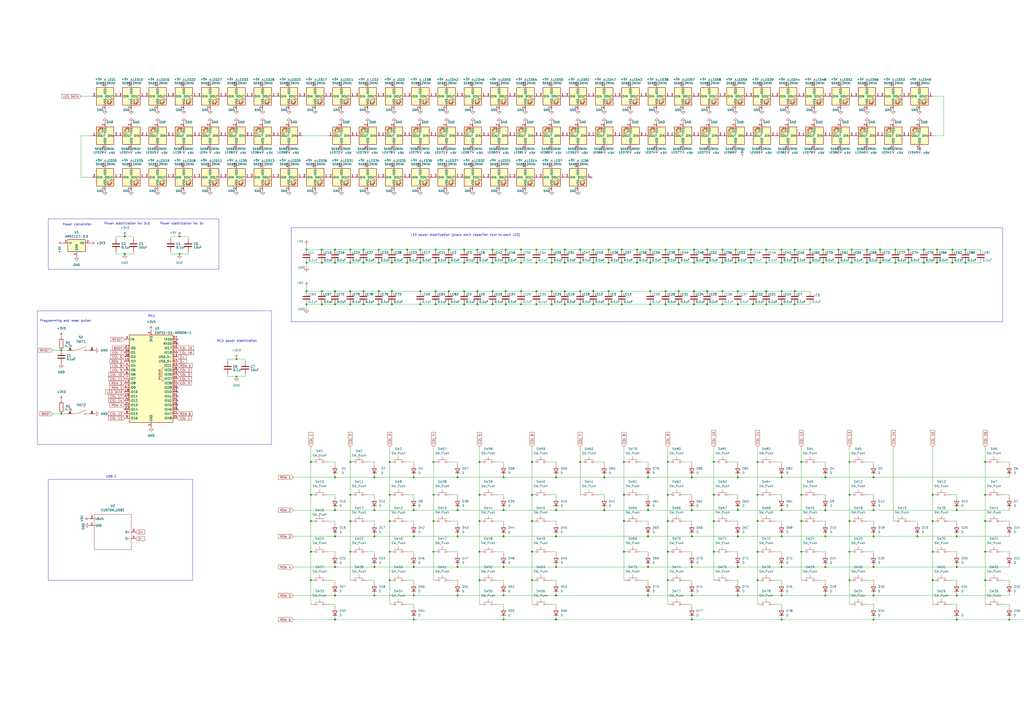
<source format=kicad_sch>
(kicad_sch (version 20250114) (generator "eeschema") (generator_version "9.0")
  (paper "A2")
  (lib_symbols
    (symbol "Device:C" (pin_numbers (hide yes)) (pin_names (offset 0.254))
      (property "Reference" "C" (at 0.635 2.54 0))
      (property "Value" "C" (at 0.635 -2.54 0))
      (symbol "C_1_1"
        (pin passive line (at 0 3.81 270) (length 2.794) (name "~") (number "1"))
        (pin passive line (at 0 -3.81 90) (length 2.794) (name "~") (number "2"))
      )
    )
    (symbol "Device:D" (pin_numbers (hide yes)) (pin_names (offset 1.016) (hide yes))
      (property "Reference" "D" (at 0 2.54 0))
      (property "Value" "D" (at 0 -2.54 0))
      (symbol "D_1_1"
        (pin passive line (at -3.81 0 0) (length 2.54) (name "K") (number "1"))
        (pin passive line (at 3.81 0 180) (length 2.54) (name "A") (number "2"))
      )
    )
    (symbol "Device:R" (pin_numbers (hide yes)) (pin_names (offset 0))
      (property "Reference" "R" (at 2.032 0 90))
      (property "Value" "R" (at 0 0 90))
      (symbol "R_1_1"
        (pin passive line (at 0 3.81 270) (length 1.27) (name "~") (number "1"))
        (pin passive line (at 0 -3.81 90) (length 1.27) (name "~") (number "2"))
      )
    )
    (symbol "LED:SK6812MINI" (pin_names (offset 0.254))
      (property "Reference" "D" (at 5.08 5.715 0))
      (property "Value" "SK6812MINI" (at 1.27 -5.715 0))
      (symbol "SK6812MINI_0_0"
        (text "RGB" (at 2.286 -4.191 0) (effects (font (size 0.762 0.762))))
      )
      (symbol "SK6812MINI_1_1"
        (pin input line (at -7.62 0 0) (length 2.54) (name "DIN") (number "3"))
        (pin power_in line (at 0 7.62 270) (length 2.54) (name "VDD") (number "4"))
        (pin power_in line (at 0 -7.62 90) (length 2.54) (name "VSS") (number "2"))
        (pin output line (at 7.62 0 180) (length 2.54) (name "DOUT") (number "1"))
      )
    )
    (symbol "RF_Module:ESP32-S3-WROOM-1"
      (property "Reference" "U" (at -12.7 26.67 0))
      (property "Value" "ESP32-S3-WROOM-1" (at 12.7 26.67 0))
      (symbol "ESP32-S3-WROOM-1_0_0"
        (text "PSRAM" (at 5.08 2.54 900) (effects (font (size 1.27 1.27))))
      )
      (symbol "ESP32-S3-WROOM-1_1_1"
        (pin input line (at -15.24 22.86 0) (length 2.54) (name "EN") (number "3"))
        (pin bidirectional line (at -15.24 17.78 0) (length 2.54) (name "IO0") (number "27"))
        (pin bidirectional line (at -15.24 15.24 0) (length 2.54) (name "IO1") (number "39"))
        (pin bidirectional line (at -15.24 12.7 0) (length 2.54) (name "IO2") (number "38"))
        (pin bidirectional line (at -15.24 10.16 0) (length 2.54) (name "IO3") (number "15"))
        (pin bidirectional line (at -15.24 7.62 0) (length 2.54) (name "IO4") (number "4"))
        (pin bidirectional line (at -15.24 5.08 0) (length 2.54) (name "IO5") (number "5"))
        (pin bidirectional line (at -15.24 2.54 0) (length 2.54) (name "IO6") (number "6"))
        (pin bidirectional line (at -15.24 0 0) (length 2.54) (name "IO7") (number "7"))
        (pin bidirectional line (at -15.24 -2.54 0) (length 2.54) (name "IO8") (number "12"))
        (pin bidirectional line (at -15.24 -5.08 0) (length 2.54) (name "IO9") (number "17"))
        (pin bidirectional line (at -15.24 -7.62 0) (length 2.54) (name "IO10") (number "18"))
        (pin bidirectional line (at -15.24 -10.16 0) (length 2.54) (name "IO11") (number "19"))
        (pin bidirectional line (at -15.24 -12.7 0) (length 2.54) (name "IO12") (number "20"))
        (pin bidirectional line (at -15.24 -15.24 0) (length 2.54) (name "IO13") (number "21"))
        (pin bidirectional line (at -15.24 -17.78 0) (length 2.54) (name "IO14") (number "22"))
        (pin bidirectional line (at -15.24 -20.32 0) (length 2.54) (name "IO15") (number "8"))
        (pin bidirectional line (at -15.24 -22.86 0) (length 2.54) (name "IO16") (number "9"))
        (pin power_in line (at 0 27.94 270) (length 2.54) (name "3V3") (number "2"))
        (pin power_in line (at 0 -27.94 90) (length 2.54) (name "GND") (number "1"))
        (pin passive line (at 0 -27.94 90) (length 2.54) (hide yes) (name "GND") (number "40"))
        (pin passive line (at 0 -27.94 90) (length 2.54) (hide yes) (name "GND") (number "41"))
        (pin bidirectional line (at 15.24 22.86 180) (length 2.54) (name "TXD0") (number "37"))
        (pin bidirectional line (at 15.24 20.32 180) (length 2.54) (name "RXD0") (number "36"))
        (pin bidirectional line (at 15.24 17.78 180) (length 2.54) (name "IO17") (number "10"))
        (pin bidirectional line (at 15.24 15.24 180) (length 2.54) (name "IO18") (number "11"))
        (pin bidirectional line (at 15.24 12.7 180) (length 2.54) (name "USB_D-") (number "13"))
        (pin bidirectional line (at 15.24 10.16 180) (length 2.54) (name "USB_D+") (number "14"))
        (pin bidirectional line (at 15.24 7.62 180) (length 2.54) (name "IO21") (number "23"))
        (pin bidirectional line (at 15.24 5.08 180) (length 2.54) (name "IO35") (number "28"))
        (pin bidirectional line (at 15.24 2.54 180) (length 2.54) (name "IO36") (number "29"))
        (pin bidirectional line (at 15.24 0 180) (length 2.54) (name "IO37") (number "30"))
        (pin bidirectional line (at 15.24 -2.54 180) (length 2.54) (name "IO38") (number "31"))
        (pin bidirectional line (at 15.24 -5.08 180) (length 2.54) (name "IO39") (number "32"))
        (pin bidirectional line (at 15.24 -7.62 180) (length 2.54) (name "IO40") (number "33"))
        (pin bidirectional line (at 15.24 -10.16 180) (length 2.54) (name "IO41") (number "34"))
        (pin bidirectional line (at 15.24 -12.7 180) (length 2.54) (name "IO42") (number "35"))
        (pin bidirectional line (at 15.24 -15.24 180) (length 2.54) (name "IO45") (number "26"))
        (pin bidirectional line (at 15.24 -17.78 180) (length 2.54) (name "IO46") (number "16"))
        (pin bidirectional line (at 15.24 -20.32 180) (length 2.54) (name "IO47") (number "24"))
        (pin bidirectional line (at 15.24 -22.86 180) (length 2.54) (name "IO48") (number "25"))
      )
    )
    (symbol "Regulator_Linear:AMS1117-3.3"
      (property "Reference" "U" (at -3.81 3.175 0))
      (property "Value" "AMS1117-3.3" (at 0 3.175 0))
      (symbol "AMS1117-3.3_1_1"
        (pin power_in line (at -7.62 0 0) (length 2.54) (name "VI") (number "3"))
        (pin power_in line (at 0 -7.62 90) (length 2.54) (name "GND") (number "1"))
        (pin power_out line (at 7.62 0 180) (length 2.54) (name "VO") (number "2"))
      )
    )
    (symbol "Switch:SW_Push" (pin_numbers (hide yes)) (pin_names (offset 1.016) (hide yes))
      (property "Reference" "SW" (at 1.27 2.54 0))
      (property "Value" "SW_Push" (at 0 -1.524 0))
      (symbol "SW_Push_0_1"
        (pin passive line (at -5.08 0 0) (length 2.54) (name "1") (number "1"))
        (pin passive line (at 5.08 0 180) (length 2.54) (name "2") (number "2"))
      )
    )
    (symbol "TACT:TS-1187A-B-A-B" (pin_names (offset 1.016))
      (property "Reference" "S" (at -2.54 2.54 0))
      (property "Value" "TS-1187A-B-A-B" (at -2.54 -2.54 0))
      (symbol "TS-1187A-B-A-B_0_0"
        (pin passive line (at -7.62 0 0) (length 2.54) (name "~") (number "A"))
        (pin passive line (at -7.62 0 0) (length 2.54) (name "~") (number "B"))
        (pin passive line (at 7.62 0 180) (length 2.54) (name "~") (number "C"))
        (pin passive line (at 7.62 0 180) (length 2.54) (name "~") (number "D"))
      )
    )
    (symbol "custom:CUSTOM_USBC"
      (property "Reference" "U" (at -0.254 7.62 0))
      (property "Value" "CUSTOM_USBC" (at 0.254 -11.938 0))
      (symbol "CUSTOM_USBC_1_1"
        (pin input line (at -12.7 2.54 0) (length 2.54) (name "VBUS") (number "2"))
        (pin input line (at -12.7 -1.27 0) (length 2.54) (name "GND") (number "1"))
        (pin input line (at 13.97 -5.08 180) (length 2.54) (name "D+") (number "3"))
        (pin input line (at 13.97 -8.89 180) (length 2.54) (name "D-") (number "4"))
      )
    )
    (symbol "power:+3V3" (power) (pin_numbers (hide yes)) (pin_names (offset 0) (hide yes))
      (property "Value" "+3V3" (at 0 3.556 0))
      (symbol "+3V3_1_1"
        (pin power_in line (at 0 0 90) (length 0) (name "~") (number "1"))
      )
    )
    (symbol "power:+5V" (power) (pin_numbers (hide yes)) (pin_names (offset 0) (hide yes))
      (property "Value" "+5V" (at 0 3.556 0))
      (symbol "+5V_1_1"
        (pin power_in line (at 0 0 90) (length 0) (name "~") (number "1"))
      )
    )
    (symbol "power:GND" (power) (pin_numbers (hide yes)) (pin_names (offset 0) (hide yes))
      (property "Value" "GND" (at 0 -3.81 0))
      (symbol "GND_1_1"
        (pin power_in line (at 0 0 270) (length 0) (name "~") (number "1"))
      )
    )
  )
  (text "Power stabilization for 5v\n" (at 105.41 129.794 0) (effects (font (size 1.27 1.27))))
  (text "MCU power stabilization" (at 137.414 197.866 0) (effects (font (size 1.27 1.27))))
  (text "LED power stabilization (place each capacitor next to each LED)" (at 270.002 136.398 0) (effects (font (size 1.27 1.27))))
  (text "Programming and reset button" (at 38.1 186.182 0) (effects (font (size 1.27 1.27))))
  (text "Power conversion" (at 44.704 130.302 0) (effects (font (size 1.27 1.27))))
  (text "MCU\n" (at 87.884 183.388 0) (effects (font (size 1.27 1.27))))
  (text "Power stabilization for 3v3\n" (at 73.66 129.794 0) (effects (font (size 1.27 1.27))))
  (text "USB C" (at 64.516 276.606 0) (effects (font (size 1.27 1.27))))
  (junction (at 527.05 152.4))
  (junction (at 453.39 311.15))
  (junction (at 444.5 152.4))
  (junction (at 322.58 311.15))
  (junction (at 252.73 144.78))
  (junction (at 427.99 328.93))
  (junction (at 444.5 168.91))
  (junction (at 194.31 152.4))
  (junction (at 469.9 144.78))
  (junction (at 439.42 302.26))
  (junction (at 377.19 144.78))
  (junction (at 104.14 147.32))
  (junction (at 292.1 345.44))
  (junction (at 336.55 168.91))
  (junction (at 486.41 144.78))
  (junction (at 361.95 287.02))
  (junction (at 219.71 168.91))
  (junction (at 560.07 144.78))
  (junction (at 552.45 144.78))
  (junction (at 320.04 144.78))
  (junction (at 543.56 152.4))
  (junction (at 439.42 336.55))
  (junction (at 435.61 144.78))
  (junction (at 269.24 168.91))
  (junction (at 492.76 336.55))
  (junction (at 477.52 152.4))
  (junction (at 137.16 208.28))
  (junction (at 251.46 302.26))
  (junction (at 203.2 144.78))
  (junction (at 293.37 168.91))
  (junction (at 285.75 168.91))
  (junction (at 320.04 176.53))
  (junction (at 292.1 359.41))
  (junction (at 478.79 276.86))
  (junction (at 427.99 311.15))
  (junction (at 375.92 328.93))
  (junction (at 492.76 320.04))
  (junction (at 492.76 287.02))
  (junction (at 269.24 152.4))
  (junction (at 302.26 176.53))
  (junction (at 292.1 328.93))
  (junction (at 285.75 144.78))
  (junction (at 453.39 168.91))
  (junction (at 194.31 144.78))
  (junction (at 387.35 267.97))
  (junction (at 585.47 359.41))
  (junction (at 554.99 345.44))
  (junction (at 353.06 176.53))
  (junction (at 494.03 152.4))
  (junction (at 427.99 168.91))
  (junction (at 243.84 176.53))
  (junction (at 236.22 144.78))
  (junction (at 180.34 267.97))
  (junction (at 360.68 152.4))
  (junction (at 327.66 176.53))
  (junction (at 269.24 144.78))
  (junction (at 414.02 320.04))
  (junction (at 402.59 168.91))
  (junction (at 361.95 320.04))
  (junction (at 180.34 302.26))
  (junction (at 194.31 328.93))
  (junction (at 414.02 302.26))
  (junction (at 350.52 295.91))
  (junction (at 477.52 144.78))
  (junction (at 350.52 276.86))
  (junction (at 217.17 328.93))
  (junction (at 439.42 287.02))
  (junction (at 502.92 152.4))
  (junction (at 336.55 144.78))
  (junction (at 506.73 295.91))
  (junction (at 194.31 311.15))
  (junction (at 226.06 336.55))
  (junction (at 419.1 176.53))
  (junction (at 276.86 176.53))
  (junction (at 427.99 176.53))
  (junction (at 302.26 168.91))
  (junction (at 436.88 176.53))
  (junction (at 453.39 152.4))
  (junction (at 186.69 152.4))
  (junction (at 177.8 152.4))
  (junction (at 461.01 144.78))
  (junction (at 461.01 152.4))
  (junction (at 194.31 295.91))
  (junction (at 72.39 137.16))
  (junction (at 510.54 152.4))
  (junction (at 387.35 320.04))
  (junction (at 401.32 359.41))
  (junction (at 554.99 359.41))
  (junction (at 260.35 152.4))
  (junction (at 478.79 345.44))
  (junction (at 292.1 311.15))
  (junction (at 177.8 168.91))
  (junction (at 320.04 168.91))
  (junction (at 194.31 359.41))
  (junction (at 492.76 302.26))
  (junction (at 236.22 152.4))
  (junction (at 554.99 311.15))
  (junction (at 461.01 168.91))
  (junction (at 251.46 320.04))
  (junction (at 186.69 144.78))
  (junction (at 393.7 168.91))
  (junction (at 386.08 152.4))
  (junction (at 260.35 144.78))
  (junction (at 386.08 176.53))
  (junction (at 402.59 152.4))
  (junction (at 464.82 287.02))
  (junction (at 361.95 302.26))
  (junction (at 227.33 144.78))
  (junction (at 227.33 168.91))
  (junction (at 265.43 295.91))
  (junction (at 240.03 311.15))
  (junction (at 375.92 295.91))
  (junction (at 308.61 320.04))
  (junction (at 269.24 176.53))
  (junction (at 571.5 320.04))
  (junction (at 541.02 287.02))
  (junction (at 375.92 311.15))
  (junction (at 243.84 144.78))
  (junction (at 401.32 328.93))
  (junction (at 243.84 168.91))
  (junction (at 210.82 152.4))
  (junction (at 292.1 295.91))
  (junction (at 478.79 295.91))
  (junction (at 360.68 176.53))
  (junction (at 327.66 144.78))
  (junction (at 541.02 336.55))
  (junction (at 414.02 267.97))
  (junction (at 252.73 168.91))
  (junction (at 217.17 276.86))
  (junction (at 186.69 168.91))
  (junction (at 293.37 152.4))
  (junction (at 435.61 152.4))
  (junction (at 240.03 328.93))
  (junction (at 375.92 276.86))
  (junction (at 360.68 144.78))
  (junction (at 444.5 176.53))
  (junction (at 506.73 345.44))
  (junction (at 35.56 203.2))
  (junction (at 219.71 152.4))
  (junction (at 243.84 152.4))
  (junction (at 344.17 168.91))
  (junction (at 369.57 152.4))
  (junction (at 571.5 336.55))
  (junction (at 502.92 144.78))
  (junction (at 464.82 302.26))
  (junction (at 219.71 144.78))
  (junction (at 571.5 302.26))
  (junction (at 410.21 168.91))
  (junction (at 506.73 276.86))
  (junction (at 210.82 144.78))
  (junction (at 276.86 144.78))
  (junction (at 302.26 152.4))
  (junction (at 293.37 176.53))
  (junction (at 180.34 336.55))
  (junction (at 402.59 144.78))
  (junction (at 311.15 152.4))
  (junction (at 426.72 144.78))
  (junction (at 402.59 176.53))
  (junction (at 322.58 328.93))
  (junction (at 336.55 176.53))
  (junction (at 532.13 311.15))
  (junction (at 492.76 267.97))
  (junction (at 104.14 137.16))
  (junction (at 387.35 302.26))
  (junction (at 180.34 287.02))
  (junction (at 177.8 144.78))
  (junction (at 251.46 267.97))
  (junction (at 252.73 176.53))
  (junction (at 453.39 176.53))
  (junction (at 506.73 359.41))
  (junction (at 203.2 302.26))
  (junction (at 226.06 287.02))
  (junction (at 210.82 168.91))
  (junction (at 401.32 295.91))
  (junction (at 387.35 287.02))
  (junction (at 177.8 176.53))
  (junction (at 453.39 276.86))
  (junction (at 377.19 152.4))
  (junction (at 327.66 152.4))
  (junction (at 361.95 267.97))
  (junction (at 320.04 152.4))
  (junction (at 311.15 144.78))
  (junction (at 552.45 152.4))
  (junction (at 322.58 295.91))
  (junction (at 541.02 320.04))
  (junction (at 265.43 328.93))
  (junction (at 494.03 144.78))
  (junction (at 535.94 144.78))
  (junction (at 72.39 147.32))
  (junction (at 369.57 144.78))
  (junction (at 226.06 320.04))
  (junction (at 541.02 302.26))
  (junction (at 217.17 311.15))
  (junction (at 260.35 168.91))
  (junction (at 302.26 144.78))
  (junction (at 336.55 267.97))
  (junction (at 210.82 176.53))
  (junction (at 308.61 287.02))
  (junction (at 344.17 144.78))
  (junction (at 217.17 345.44))
  (junction (at 344.17 152.4))
  (junction (at 571.5 287.02))
  (junction (at 478.79 311.15))
  (junction (at 226.06 302.26))
  (junction (at 486.41 152.4))
  (junction (at 410.21 152.4))
  (junction (at 353.06 168.91))
  (junction (at 240.03 345.44))
  (junction (at 265.43 345.44))
  (junction (at 203.2 267.97))
  (junction (at 240.03 295.91))
  (junction (at 426.72 152.4))
  (junction (at 203.2 176.53))
  (junction (at 410.21 176.53))
  (junction (at 203.2 287.02))
  (junction (at 194.31 345.44))
  (junction (at 444.5 144.78))
  (junction (at 386.08 144.78))
  (junction (at 453.39 144.78))
  (junction (at 194.31 168.91))
  (junction (at 393.7 144.78))
  (junction (at 464.82 320.04))
  (junction (at 322.58 345.44))
  (junction (at 453.39 345.44))
  (junction (at 427.99 276.86))
  (junction (at 203.2 152.4))
  (junction (at 35.56 240.03))
  (junction (at 386.08 168.91))
  (junction (at 322.58 359.41))
  (junction (at 186.69 176.53))
  (junction (at 453.39 359.41))
  (junction (at 322.58 276.86))
  (junction (at 308.61 302.26))
  (junction (at 419.1 168.91))
  (junction (at 226.06 267.97))
  (junction (at 560.07 152.4))
  (junction (at 276.86 168.91))
  (junction (at 427.99 345.44))
  (junction (at 217.17 295.91))
  (junction (at 194.31 276.86))
  (junction (at 219.71 176.53))
  (junction (at 311.15 176.53))
  (junction (at 427.99 295.91))
  (junction (at 260.35 176.53))
  (junction (at 387.35 336.55))
  (junction (at 360.68 168.91))
  (junction (at 265.43 311.15))
  (junction (at 276.86 152.4))
  (junction (at 377.19 168.91))
  (junction (at 554.99 295.91))
  (junction (at 439.42 320.04))
  (junction (at 285.75 176.53))
  (junction (at 401.32 345.44))
  (junction (at 227.33 176.53))
  (junction (at 554.99 328.93))
  (junction (at 327.66 168.91))
  (junction (at 353.06 152.4))
  (junction (at 453.39 328.93))
  (junction (at 410.21 144.78))
  (junction (at 240.03 276.86))
  (junction (at 439.42 267.97))
  (junction (at 203.2 320.04))
  (junction (at 278.13 302.26))
  (junction (at 414.02 287.02))
  (junction (at 401.32 276.86))
  (junction (at 519.43 144.78))
  (junction (at 278.13 267.97))
  (junction (at 308.61 267.97))
  (junction (at 519.43 152.4))
  (junction (at 419.1 144.78))
  (junction (at 453.39 295.91))
  (junction (at 293.37 144.78))
  (junction (at 311.15 168.91))
  (junction (at 393.7 176.53))
  (junction (at 478.79 328.93))
  (junction (at 292.1 276.86))
  (junction (at 137.16 218.44))
  (junction (at 461.01 176.53))
  (junction (at 203.2 168.91))
  (junction (at 265.43 276.86))
  (junction (at 469.9 152.4))
  (junction (at 377.19 176.53))
  (junction (at 543.56 144.78))
  (junction (at 506.73 328.93))
  (junction (at 344.17 176.53))
  (junction (at 535.94 152.4))
  (junction (at 436.88 168.91))
  (junction (at 278.13 320.04))
  (junction (at 240.03 359.41))
  (junction (at 375.92 345.44))
  (junction (at 506.73 311.15))
  (junction (at 510.54 144.78))
  (junction (at 194.31 176.53))
  (junction (at 336.55 152.4))
  (junction (at 308.61 336.55))
  (junction (at 393.7 152.4))
  (junction (at 227.33 152.4))
  (junction (at 571.5 267.97))
  (junction (at 353.06 144.78))
  (junction (at 285.75 152.4))
  (junction (at 180.34 320.04))
  (junction (at 252.73 152.4))
  (junction (at 401.32 311.15))
  (junction (at 278.13 336.55))
  (junction (at 251.46 287.02))
  (junction (at 419.1 152.4))
  (junction (at 527.05 144.78))
  (junction (at 464.82 267.97))
  (junction (at 278.13 287.02))
  (no_connect (at 102.87 227.33))
  (no_connect (at 72.39 237.49))
  (no_connect (at 102.87 224.79))
  (no_connect (at 342.9 102.87))
  (no_connect (at 102.87 232.41))
  (no_connect (at 102.87 199.39))
  (no_connect (at 102.87 196.85))
  (no_connect (at 102.87 237.49))
  (no_connect (at 102.87 234.95))
  (no_connect (at 102.87 229.87))
  (wire (pts (xy 322.58 287.02) (xy 322.58 288.29)))
  (wire (pts (xy 439.42 302.26) (xy 439.42 320.04)))
  (wire (pts (xy 194.31 152.4) (xy 203.2 152.4)))
  (wire (pts (xy 492.76 267.97) (xy 492.76 287.02)))
  (wire (pts (xy 318.77 320.04) (xy 322.58 320.04)))
  (wire (pts (xy 278.13 267.97) (xy 278.13 287.02)))
  (wire (pts (xy 401.32 295.91) (xy 427.99 295.91)))
  (wire (pts (xy 551.18 336.55) (xy 554.99 336.55)))
  (wire (pts (xy 543.56 144.78) (xy 552.45 144.78)))
  (wire (pts (xy 190.5 302.26) (xy 194.31 302.26)))
  (polyline (pts (xy 27.94 127) (xy 127 127)))
  (wire (pts (xy 219.71 144.78) (xy 227.33 144.78)))
  (wire (pts (xy 401.32 328.93) (xy 427.99 328.93)))
  (wire (pts (xy 401.32 336.55) (xy 401.32 337.82)))
  (wire (pts (xy 410.21 168.91) (xy 419.1 168.91)))
  (wire (pts (xy 104.14 137.16) (xy 109.22 137.16)))
  (wire (pts (xy 344.17 176.53) (xy 353.06 176.53)))
  (wire (pts (xy 502.92 350.52) (xy 506.73 350.52)))
  (wire (pts (xy 494.03 152.4) (xy 502.92 152.4)))
  (wire (pts (xy 426.72 144.78) (xy 435.61 144.78)))
  (wire (pts (xy 478.79 295.91) (xy 506.73 295.91)))
  (wire (pts (xy 554.99 359.41) (xy 585.47 359.41)))
  (wire (pts (xy 293.37 144.78) (xy 302.26 144.78)))
  (wire (pts (xy 541.02 320.04) (xy 541.02 336.55)))
  (wire (pts (xy 203.2 259.08) (xy 203.2 267.97)))
  (wire (pts (xy 217.17 336.55) (xy 217.17 337.82)))
  (wire (pts (xy 478.79 267.97) (xy 478.79 269.24)))
  (wire (pts (xy 240.03 287.02) (xy 240.03 288.29)))
  (wire (pts (xy 478.79 302.26) (xy 474.98 302.26)))
  (wire (pts (xy 571.5 320.04) (xy 571.5 336.55)))
  (wire (pts (xy 240.03 267.97) (xy 240.03 269.24)))
  (wire (pts (xy 269.24 168.91) (xy 276.86 168.91)))
  (wire (pts (xy 461.01 168.91) (xy 469.9 168.91)))
  (wire (pts (xy 190.5 267.97) (xy 194.31 267.97)))
  (wire (pts (xy 453.39 328.93) (xy 478.79 328.93)))
  (wire (pts (xy 327.66 168.91) (xy 336.55 168.91)))
  (wire (pts (xy 322.58 336.55) (xy 322.58 337.82)))
  (wire (pts (xy 372.11 320.04) (xy 375.92 320.04)))
  (wire (pts (xy 180.34 336.55) (xy 180.34 350.52)))
  (wire (pts (xy 554.99 320.04) (xy 554.99 321.31)))
  (wire (pts (xy 252.73 168.91) (xy 260.35 168.91)))
  (wire (pts (xy 276.86 144.78) (xy 285.75 144.78)))
  (wire (pts (xy 436.88 168.91) (xy 444.5 168.91)))
  (polyline (pts (xy 157.48 257.81) (xy 21.59 257.81)))
  (wire (pts (xy 541.02 302.26) (xy 541.02 320.04)))
  (wire (pts (xy 571.5 267.97) (xy 571.5 287.02)))
  (wire (pts (xy 541.02 55.88) (xy 547.37 55.88)))
  (wire (pts (xy 190.5 350.52) (xy 194.31 350.52)))
  (wire (pts (xy 424.18 302.26) (xy 427.99 302.26)))
  (wire (pts (xy 265.43 295.91) (xy 292.1 295.91)))
  (wire (pts (xy 318.77 287.02) (xy 322.58 287.02)))
  (wire (pts (xy 190.5 320.04) (xy 194.31 320.04)))
  (wire (pts (xy 543.56 152.4) (xy 552.45 152.4)))
  (polyline (pts (xy 21.59 180.34) (xy 21.59 257.81)))
  (wire (pts (xy 386.08 152.4) (xy 393.7 152.4)))
  (wire (pts (xy 322.58 302.26) (xy 322.58 303.53)))
  (wire (pts (xy 427.99 302.26) (xy 427.99 303.53)))
  (wire (pts (xy 227.33 152.4) (xy 236.22 152.4)))
  (wire (pts (xy 240.03 311.15) (xy 265.43 311.15)))
  (wire (pts (xy 217.17 311.15) (xy 240.03 311.15)))
  (wire (pts (xy 251.46 302.26) (xy 251.46 320.04)))
  (wire (pts (xy 194.31 144.78) (xy 203.2 144.78)))
  (wire (pts (xy 261.62 302.26) (xy 265.43 302.26)))
  (wire (pts (xy 194.31 176.53) (xy 203.2 176.53)))
  (wire (pts (xy 276.86 152.4) (xy 285.75 152.4)))
  (wire (pts (xy 194.31 287.02) (xy 194.31 288.29)))
  (wire (pts (xy 453.39 359.41) (xy 506.73 359.41)))
  (wire (pts (xy 186.69 152.4) (xy 194.31 152.4)))
  (wire (pts (xy 453.39 168.91) (xy 461.01 168.91)))
  (wire (pts (xy 292.1 276.86) (xy 322.58 276.86)))
  (polyline (pts (xy 27.94 127) (xy 27.94 156.21)))
  (wire (pts (xy 393.7 144.78) (xy 402.59 144.78)))
  (wire (pts (xy 180.34 287.02) (xy 180.34 302.26)))
  (wire (pts (xy 236.22 302.26) (xy 240.03 302.26)))
  (wire (pts (xy 401.32 287.02) (xy 401.32 288.29)))
  (wire (pts (xy 227.33 144.78) (xy 236.22 144.78)))
  (wire (pts (xy 35.56 203.2) (xy 39.37 203.2)))
  (wire (pts (xy 180.34 267.97) (xy 180.34 287.02)))
  (wire (pts (xy 361.95 287.02) (xy 361.95 302.26)))
  (wire (pts (xy 419.1 176.53) (xy 427.99 176.53)))
  (wire (pts (xy 194.31 350.52) (xy 194.31 351.79)))
  (wire (pts (xy 46.99 102.87) (xy 53.34 102.87)))
  (wire (pts (xy 265.43 336.55) (xy 265.43 337.82)))
  (wire (pts (xy 344.17 168.91) (xy 353.06 168.91)))
  (wire (pts (xy 240.03 302.26) (xy 240.03 303.53)))
  (wire (pts (xy 320.04 176.53) (xy 327.66 176.53)))
  (wire (pts (xy 554.99 336.55) (xy 554.99 337.82)))
  (wire (pts (xy 213.36 320.04) (xy 217.17 320.04)))
  (wire (pts (xy 424.18 287.02) (xy 427.99 287.02)))
  (wire (pts (xy 401.32 350.52) (xy 401.32 351.79)))
  (wire (pts (xy 527.05 144.78) (xy 535.94 144.78)))
  (wire (pts (xy 132.08 208.28) (xy 132.08 209.55)))
  (wire (pts (xy 426.72 152.4) (xy 435.61 152.4)))
  (wire (pts (xy 322.58 328.93) (xy 375.92 328.93)))
  (wire (pts (xy 506.73 350.52) (xy 506.73 351.79)))
  (wire (pts (xy 285.75 144.78) (xy 293.37 144.78)))
  (wire (pts (xy 327.66 144.78) (xy 336.55 144.78)))
  (wire (pts (xy 243.84 176.53) (xy 252.73 176.53)))
  (wire (pts (xy 261.62 336.55) (xy 265.43 336.55)))
  (wire (pts (xy 288.29 267.97) (xy 292.1 267.97)))
  (wire (pts (xy 336.55 152.4) (xy 344.17 152.4)))
  (wire (pts (xy 506.73 267.97) (xy 506.73 269.24)))
  (wire (pts (xy 474.98 336.55) (xy 478.79 336.55)))
  (wire (pts (xy 350.52 267.97) (xy 350.52 269.24)))
  (wire (pts (xy 375.92 328.93) (xy 401.32 328.93)))
  (wire (pts (xy 360.68 168.91) (xy 377.19 168.91)))
  (wire (pts (xy 461.01 176.53) (xy 469.9 176.53)))
  (wire (pts (xy 449.58 336.55) (xy 453.39 336.55)))
  (wire (pts (xy 285.75 176.53) (xy 293.37 176.53)))
  (wire (pts (xy 571.5 259.08) (xy 571.5 267.97)))
  (wire (pts (xy 397.51 336.55) (xy 401.32 336.55)))
  (wire (pts (xy 581.66 302.26) (xy 585.47 302.26)))
  (wire (pts (xy 180.34 259.08) (xy 180.34 267.97)))
  (wire (pts (xy 554.99 345.44) (xy 585.47 345.44)))
  (wire (pts (xy 453.39 176.53) (xy 461.01 176.53)))
  (wire (pts (xy 177.8 152.4) (xy 186.69 152.4)))
  (wire (pts (xy 541.02 336.55) (xy 541.02 350.52)))
  (wire (pts (xy 30.48 240.03) (xy 35.56 240.03)))
  (wire (pts (xy 177.8 168.91) (xy 186.69 168.91)))
  (wire (pts (xy 213.36 267.97) (xy 217.17 267.97)))
  (wire (pts (xy 377.19 152.4) (xy 386.08 152.4)))
  (wire (pts (xy 419.1 152.4) (xy 426.72 152.4)))
  (wire (pts (xy 336.55 168.91) (xy 344.17 168.91)))
  (wire (pts (xy 322.58 276.86) (xy 350.52 276.86)))
  (wire (pts (xy 393.7 168.91) (xy 402.59 168.91)))
  (wire (pts (xy 109.22 137.16) (xy 109.22 138.43)))
  (wire (pts (xy 278.13 287.02) (xy 278.13 302.26)))
  (wire (pts (xy 478.79 345.44) (xy 506.73 345.44)))
  (wire (pts (xy 132.08 218.44) (xy 137.16 218.44)))
  (wire (pts (xy 194.31 336.55) (xy 194.31 337.82)))
  (wire (pts (xy 260.35 168.91) (xy 269.24 168.91)))
  (wire (pts (xy 236.22 350.52) (xy 240.03 350.52)))
  (wire (pts (xy 401.32 276.86) (xy 427.99 276.86)))
  (wire (pts (xy 344.17 152.4) (xy 353.06 152.4)))
  (wire (pts (xy 276.86 168.91) (xy 285.75 168.91)))
  (wire (pts (xy 494.03 144.78) (xy 502.92 144.78)))
  (wire (pts (xy 532.13 311.15) (xy 554.99 311.15)))
  (wire (pts (xy 369.57 144.78) (xy 377.19 144.78)))
  (polyline (pts (xy 168.91 132.08) (xy 168.91 186.69)))
  (wire (pts (xy 177.8 176.53) (xy 177.8 179.07)))
  (wire (pts (xy 203.2 320.04) (xy 203.2 336.55)))
  (wire (pts (xy 336.55 176.53) (xy 344.17 176.53)))
  (wire (pts (xy 318.77 302.26) (xy 322.58 302.26)))
  (wire (pts (xy 427.99 168.91) (xy 436.88 168.91)))
  (wire (pts (xy 571.5 302.26) (xy 571.5 320.04)))
  (wire (pts (xy 492.76 336.55) (xy 492.76 350.52)))
  (wire (pts (xy 414.02 259.08) (xy 414.02 267.97)))
  (wire (pts (xy 397.51 320.04) (xy 401.32 320.04)))
  (wire (pts (xy 461.01 152.4) (xy 469.9 152.4)))
  (wire (pts (xy 67.31 137.16) (xy 67.31 138.43)))
  (wire (pts (xy 518.16 259.08) (xy 518.16 302.26)))
  (wire (pts (xy 393.7 176.53) (xy 402.59 176.53)))
  (wire (pts (xy 387.35 336.55) (xy 387.35 350.52)))
  (wire (pts (xy 292.1 302.26) (xy 292.1 303.53)))
  (wire (pts (xy 311.15 152.4) (xy 320.04 152.4)))
  (wire (pts (xy 551.18 302.26) (xy 554.99 302.26)))
  (wire (pts (xy 464.82 320.04) (xy 464.82 336.55)))
  (wire (pts (xy 535.94 152.4) (xy 543.56 152.4)))
  (wire (pts (xy 322.58 320.04) (xy 322.58 321.31)))
  (wire (pts (xy 285.75 152.4) (xy 293.37 152.4)))
  (wire (pts (xy 236.22 320.04) (xy 240.03 320.04)))
  (wire (pts (xy 377.19 176.53) (xy 386.08 176.53)))
  (wire (pts (xy 236.22 336.55) (xy 240.03 336.55)))
  (wire (pts (xy 506.73 359.41) (xy 554.99 359.41)))
  (wire (pts (xy 402.59 144.78) (xy 410.21 144.78)))
  (wire (pts (xy 414.02 302.26) (xy 414.02 320.04)))
  (wire (pts (xy 419.1 144.78) (xy 426.72 144.78)))
  (wire (pts (xy 551.18 320.04) (xy 554.99 320.04)))
  (wire (pts (xy 77.47 137.16) (xy 77.47 138.43)))
  (wire (pts (xy 278.13 336.55) (xy 278.13 350.52)))
  (wire (pts (xy 427.99 345.44) (xy 453.39 345.44)))
  (wire (pts (xy 375.92 287.02) (xy 375.92 288.29)))
  (wire (pts (xy 427.99 287.02) (xy 427.99 288.29)))
  (wire (pts (xy 243.84 144.78) (xy 252.73 144.78)))
  (wire (pts (xy 369.57 152.4) (xy 377.19 152.4)))
  (wire (pts (xy 552.45 144.78) (xy 560.07 144.78)))
  (wire (pts (xy 170.18 295.91) (xy 194.31 295.91)))
  (wire (pts (xy 346.71 287.02) (xy 350.52 287.02)))
  (wire (pts (xy 194.31 359.41) (xy 240.03 359.41)))
  (wire (pts (xy 226.06 302.26) (xy 226.06 320.04)))
  (wire (pts (xy 478.79 302.26) (xy 478.79 303.53)))
  (polyline (pts (xy 27.94 278.13) (xy 111.76 278.13)))
  (wire (pts (xy 278.13 302.26) (xy 278.13 320.04)))
  (wire (pts (xy 46.99 102.87) (xy 46.99 78.74)))
  (wire (pts (xy 532.13 302.26) (xy 532.13 303.53)))
  (wire (pts (xy 502.92 336.55) (xy 506.73 336.55)))
  (wire (pts (xy 464.82 259.08) (xy 464.82 267.97)))
  (wire (pts (xy 308.61 302.26) (xy 308.61 320.04)))
  (wire (pts (xy 203.2 144.78) (xy 210.82 144.78)))
  (wire (pts (xy 203.2 302.26) (xy 203.2 320.04)))
  (wire (pts (xy 506.73 328.93) (xy 554.99 328.93)))
  (wire (pts (xy 137.16 218.44) (xy 142.24 218.44)))
  (wire (pts (xy 320.04 144.78) (xy 327.66 144.78)))
  (wire (pts (xy 397.51 267.97) (xy 401.32 267.97)))
  (wire (pts (xy 353.06 176.53) (xy 360.68 176.53)))
  (wire (pts (xy 350.52 287.02) (xy 350.52 288.29)))
  (wire (pts (xy 336.55 259.08) (xy 336.55 267.97)))
  (wire (pts (xy 424.18 320.04) (xy 427.99 320.04)))
  (wire (pts (xy 427.99 176.53) (xy 436.88 176.53)))
  (wire (pts (xy 613.41 350.52) (xy 613.41 351.79)))
  (wire (pts (xy 265.43 320.04) (xy 265.43 321.31)))
  (wire (pts (xy 353.06 144.78) (xy 360.68 144.78)))
  (wire (pts (xy 439.42 320.04) (xy 439.42 336.55)))
  (wire (pts (xy 288.29 320.04) (xy 292.1 320.04)))
  (wire (pts (xy 308.61 336.55) (xy 308.61 350.52)))
  (wire (pts (xy 401.32 320.04) (xy 401.32 321.31)))
  (wire (pts (xy 190.5 336.55) (xy 194.31 336.55)))
  (wire (pts (xy 318.77 336.55) (xy 322.58 336.55)))
  (wire (pts (xy 510.54 144.78) (xy 519.43 144.78)))
  (wire (pts (xy 288.29 287.02) (xy 292.1 287.02)))
  (wire (pts (xy 194.31 168.91) (xy 203.2 168.91)))
  (wire (pts (xy 453.39 336.55) (xy 453.39 337.82)))
  (wire (pts (xy 551.18 350.52) (xy 554.99 350.52)))
  (wire (pts (xy 502.92 267.97) (xy 506.73 267.97)))
  (wire (pts (xy 453.39 267.97) (xy 453.39 269.24)))
  (wire (pts (xy 444.5 176.53) (xy 453.39 176.53)))
  (wire (pts (xy 292.1 295.91) (xy 322.58 295.91)))
  (wire (pts (xy 410.21 152.4) (xy 419.1 152.4)))
  (wire (pts (xy 439.42 287.02) (xy 439.42 302.26)))
  (wire (pts (xy 435.61 144.78) (xy 444.5 144.78)))
  (wire (pts (xy 486.41 144.78) (xy 494.03 144.78)))
  (wire (pts (xy 322.58 359.41) (xy 401.32 359.41)))
  (wire (pts (xy 554.99 287.02) (xy 554.99 288.29)))
  (wire (pts (xy 217.17 302.26) (xy 217.17 303.53)))
  (wire (pts (xy 194.31 267.97) (xy 194.31 269.24)))
  (wire (pts (xy 502.92 320.04) (xy 506.73 320.04)))
  (wire (pts (xy 453.39 295.91) (xy 478.79 295.91)))
  (wire (pts (xy 506.73 276.86) (xy 585.47 276.86)))
  (wire (pts (xy 360.68 152.4) (xy 369.57 152.4)))
  (wire (pts (xy 292.1 311.15) (xy 322.58 311.15)))
  (wire (pts (xy 449.58 287.02) (xy 453.39 287.02)))
  (wire (pts (xy 360.68 176.53) (xy 377.19 176.53)))
  (polyline (pts (xy 581.66 132.08) (xy 581.66 186.69)))
  (wire (pts (xy 551.18 287.02) (xy 554.99 287.02)))
  (wire (pts (xy 203.2 287.02) (xy 203.2 302.26)))
  (wire (pts (xy 217.17 267.97) (xy 217.17 269.24)))
  (wire (pts (xy 292.1 336.55) (xy 292.1 337.82)))
  (wire (pts (xy 194.31 345.44) (xy 217.17 345.44)))
  (wire (pts (xy 288.29 302.26) (xy 292.1 302.26)))
  (wire (pts (xy 581.66 336.55) (xy 585.47 336.55)))
  (wire (pts (xy 506.73 311.15) (xy 532.13 311.15)))
  (wire (pts (xy 506.73 287.02) (xy 506.73 288.29)))
  (wire (pts (xy 194.31 276.86) (xy 217.17 276.86)))
  (wire (pts (xy 424.18 267.97) (xy 427.99 267.97)))
  (wire (pts (xy 477.52 152.4) (xy 486.41 152.4)))
  (wire (pts (xy 109.22 146.05) (xy 109.22 147.32)))
  (wire (pts (xy 506.73 320.04) (xy 506.73 321.31)))
  (wire (pts (xy 194.31 320.04) (xy 194.31 321.31)))
  (wire (pts (xy 547.37 55.88) (xy 547.37 78.74)))
  (wire (pts (xy 464.82 287.02) (xy 464.82 302.26)))
  (wire (pts (xy 194.31 302.26) (xy 194.31 303.53)))
  (wire (pts (xy 360.68 144.78) (xy 369.57 144.78)))
  (wire (pts (xy 320.04 168.91) (xy 327.66 168.91)))
  (wire (pts (xy 213.36 302.26) (xy 217.17 302.26)))
  (wire (pts (xy 464.82 302.26) (xy 464.82 320.04)))
  (wire (pts (xy 375.92 295.91) (xy 401.32 295.91)))
  (wire (pts (xy 427.99 320.04) (xy 427.99 321.31)))
  (wire (pts (xy 261.62 287.02) (xy 265.43 287.02)))
  (wire (pts (xy 372.11 336.55) (xy 375.92 336.55)))
  (wire (pts (xy 269.24 144.78) (xy 276.86 144.78)))
  (wire (pts (xy 585.47 350.52) (xy 585.47 351.79)))
  (wire (pts (xy 414.02 320.04) (xy 414.02 336.55)))
  (wire (pts (xy 251.46 259.08) (xy 251.46 267.97)))
  (wire (pts (xy 236.22 267.97) (xy 240.03 267.97)))
  (wire (pts (xy 236.22 144.78) (xy 243.84 144.78)))
  (wire (pts (xy 240.03 295.91) (xy 265.43 295.91)))
  (wire (pts (xy 292.1 359.41) (xy 322.58 359.41)))
  (wire (pts (xy 240.03 336.55) (xy 240.03 337.82)))
  (wire (pts (xy 213.36 287.02) (xy 217.17 287.02)))
  (wire (pts (xy 353.06 152.4) (xy 360.68 152.4)))
  (wire (pts (xy 427.99 295.91) (xy 453.39 295.91)))
  (wire (pts (xy 439.42 259.08) (xy 439.42 267.97)))
  (wire (pts (xy 541.02 287.02) (xy 541.02 302.26)))
  (wire (pts (xy 210.82 144.78) (xy 219.71 144.78)))
  (wire (pts (xy 375.92 336.55) (xy 375.92 337.82)))
  (wire (pts (xy 386.08 144.78) (xy 393.7 144.78)))
  (polyline (pts (xy 111.76 336.55) (xy 27.94 336.55)))
  (wire (pts (xy 292.1 267.97) (xy 292.1 269.24)))
  (wire (pts (xy 186.69 176.53) (xy 194.31 176.53)))
  (wire (pts (xy 397.51 287.02) (xy 401.32 287.02)))
  (wire (pts (xy 226.06 320.04) (xy 226.06 336.55)))
  (wire (pts (xy 236.22 152.4) (xy 243.84 152.4)))
  (wire (pts (xy 449.58 350.52) (xy 453.39 350.52)))
  (wire (pts (xy 453.39 320.04) (xy 453.39 321.31)))
  (wire (pts (xy 177.8 176.53) (xy 186.69 176.53)))
  (wire (pts (xy 414.02 267.97) (xy 414.02 287.02)))
  (wire (pts (xy 444.5 168.91) (xy 453.39 168.91)))
  (polyline (pts (xy 127 127) (xy 127 156.21)))
  (wire (pts (xy 170.18 328.93) (xy 194.31 328.93)))
  (wire (pts (xy 278.13 320.04) (xy 278.13 336.55)))
  (wire (pts (xy 219.71 168.91) (xy 227.33 168.91)))
  (wire (pts (xy 175.26 78.74) (xy 190.5 78.74)))
  (wire (pts (xy 474.98 267.97) (xy 478.79 267.97)))
  (wire (pts (xy 599.44 350.52) (xy 599.44 259.08)))
  (polyline (pts (xy 111.76 278.13) (xy 111.76 336.55)))
  (wire (pts (xy 336.55 144.78) (xy 344.17 144.78)))
  (wire (pts (xy 177.8 152.4) (xy 177.8 154.94)))
  (wire (pts (xy 464.82 267.97) (xy 464.82 287.02)))
  (wire (pts (xy 186.69 144.78) (xy 194.31 144.78)))
  (wire (pts (xy 547.37 78.74) (xy 541.02 78.74)))
  (wire (pts (xy 292.1 350.52) (xy 292.1 351.79)))
  (wire (pts (xy 269.24 176.53) (xy 276.86 176.53)))
  (wire (pts (xy 581.66 267.97) (xy 585.47 267.97)))
  (wire (pts (xy 609.6 350.52) (xy 613.41 350.52)))
  (wire (pts (xy 387.35 287.02) (xy 387.35 302.26)))
  (wire (pts (xy 322.58 267.97) (xy 322.58 269.24)))
  (wire (pts (xy 251.46 267.97) (xy 251.46 287.02)))
  (wire (pts (xy 170.18 276.86) (xy 194.31 276.86)))
  (wire (pts (xy 292.1 345.44) (xy 322.58 345.44)))
  (wire (pts (xy 77.47 146.05) (xy 77.47 147.32)))
  (wire (pts (xy 502.92 287.02) (xy 506.73 287.02)))
  (wire (pts (xy 492.76 320.04) (xy 492.76 336.55)))
  (wire (pts (xy 240.03 276.86) (xy 265.43 276.86)))
  (wire (pts (xy 251.46 287.02) (xy 251.46 302.26)))
  (wire (pts (xy 372.11 267.97) (xy 375.92 267.97)))
  (wire (pts (xy 194.31 295.91) (xy 217.17 295.91)))
  (wire (pts (xy 240.03 359.41) (xy 292.1 359.41)))
  (wire (pts (xy 227.33 168.91) (xy 243.84 168.91)))
  (wire (pts (xy 322.58 311.15) (xy 375.92 311.15)))
  (wire (pts (xy 492.76 259.08) (xy 492.76 267.97)))
  (wire (pts (xy 336.55 267.97) (xy 336.55 287.02)))
  (wire (pts (xy 585.47 336.55) (xy 585.47 337.82)))
  (wire (pts (xy 72.39 137.16) (xy 77.47 137.16)))
  (wire (pts (xy 581.66 320.04) (xy 585.47 320.04)))
  (wire (pts (xy 308.61 287.02) (xy 308.61 302.26)))
  (wire (pts (xy 219.71 176.53) (xy 227.33 176.53)))
  (wire (pts (xy 554.99 302.26) (xy 554.99 303.53)))
  (wire (pts (xy 402.59 176.53) (xy 410.21 176.53)))
  (wire (pts (xy 252.73 152.4) (xy 260.35 152.4)))
  (wire (pts (xy 346.71 267.97) (xy 350.52 267.97)))
  (wire (pts (xy 318.77 350.52) (xy 322.58 350.52)))
  (wire (pts (xy 137.16 208.28) (xy 142.24 208.28)))
  (wire (pts (xy 506.73 336.55) (xy 506.73 337.82)))
  (wire (pts (xy 67.31 137.16) (xy 72.39 137.16)))
  (wire (pts (xy 217.17 320.04) (xy 217.17 321.31)))
  (wire (pts (xy 132.08 208.28) (xy 137.16 208.28)))
  (polyline (pts (xy 168.91 132.08) (xy 581.66 132.08)))
  (wire (pts (xy 265.43 328.93) (xy 292.1 328.93)))
  (wire (pts (xy 402.59 152.4) (xy 410.21 152.4)))
  (wire (pts (xy 203.2 176.53) (xy 210.82 176.53)))
  (wire (pts (xy 170.18 359.41) (xy 194.31 359.41)))
  (wire (pts (xy 478.79 328.93) (xy 506.73 328.93)))
  (wire (pts (xy 469.9 152.4) (xy 477.52 152.4)))
  (wire (pts (xy 375.92 267.97) (xy 375.92 269.24)))
  (wire (pts (xy 213.36 336.55) (xy 217.17 336.55)))
  (wire (pts (xy 67.31 147.32) (xy 72.39 147.32)))
  (wire (pts (xy 327.66 176.53) (xy 336.55 176.53)))
  (wire (pts (xy 30.48 203.2) (xy 35.56 203.2)))
  (wire (pts (xy 453.39 350.52) (xy 453.39 351.79)))
  (wire (pts (xy 302.26 152.4) (xy 311.15 152.4)))
  (wire (pts (xy 210.82 152.4) (xy 219.71 152.4)))
  (wire (pts (xy 186.69 168.91) (xy 194.31 168.91)))
  (wire (pts (xy 478.79 311.15) (xy 506.73 311.15)))
  (wire (pts (xy 541.02 259.08) (xy 541.02 287.02)))
  (wire (pts (xy 240.03 345.44) (xy 265.43 345.44)))
  (wire (pts (xy 194.31 328.93) (xy 217.17 328.93)))
  (wire (pts (xy 386.08 168.91) (xy 393.7 168.91)))
  (wire (pts (xy 427.99 276.86) (xy 453.39 276.86)))
  (wire (pts (xy 387.35 302.26) (xy 387.35 320.04)))
  (wire (pts (xy 444.5 152.4) (xy 453.39 152.4)))
  (wire (pts (xy 361.95 259.08) (xy 361.95 267.97)))
  (wire (pts (xy 401.32 267.97) (xy 401.32 269.24)))
  (wire (pts (xy 142.24 217.17) (xy 142.24 218.44)))
  (wire (pts (xy 292.1 328.93) (xy 322.58 328.93)))
  (polyline (pts (xy 581.66 186.69) (xy 168.91 186.69)))
  (wire (pts (xy 293.37 152.4) (xy 302.26 152.4)))
  (wire (pts (xy 180.34 302.26) (xy 180.34 320.04)))
  (wire (pts (xy 243.84 168.91) (xy 252.73 168.91)))
  (wire (pts (xy 240.03 350.52) (xy 240.03 351.79)))
  (wire (pts (xy 427.99 267.97) (xy 427.99 269.24)))
  (wire (pts (xy 180.34 320.04) (xy 180.34 336.55)))
  (wire (pts (xy 535.94 144.78) (xy 543.56 144.78)))
  (wire (pts (xy 436.88 176.53) (xy 444.5 176.53)))
  (wire (pts (xy 217.17 276.86) (xy 240.03 276.86)))
  (wire (pts (xy 410.21 144.78) (xy 419.1 144.78)))
  (wire (pts (xy 302.26 168.91) (xy 311.15 168.91)))
  (wire (pts (xy 506.73 345.44) (xy 554.99 345.44)))
  (wire (pts (xy 265.43 302.26) (xy 265.43 303.53)))
  (wire (pts (xy 261.62 320.04) (xy 265.43 320.04)))
  (wire (pts (xy 585.47 287.02) (xy 585.47 288.29)))
  (wire (pts (xy 453.39 144.78) (xy 461.01 144.78)))
  (wire (pts (xy 528.32 302.26) (xy 532.13 302.26)))
  (wire (pts (xy 492.76 302.26) (xy 492.76 320.04)))
  (wire (pts (xy 361.95 320.04) (xy 361.95 336.55)))
  (wire (pts (xy 217.17 328.93) (xy 240.03 328.93)))
  (wire (pts (xy 477.52 144.78) (xy 486.41 144.78)))
  (wire (pts (xy 444.5 144.78) (xy 453.39 144.78)))
  (wire (pts (xy 219.71 152.4) (xy 227.33 152.4)))
  (wire (pts (xy 386.08 176.53) (xy 393.7 176.53)))
  (wire (pts (xy 401.32 345.44) (xy 427.99 345.44)))
  (wire (pts (xy 424.18 336.55) (xy 427.99 336.55)))
  (wire (pts (xy 453.39 287.02) (xy 453.39 288.29)))
  (wire (pts (xy 502.92 152.4) (xy 510.54 152.4)))
  (wire (pts (xy 226.06 267.97) (xy 226.06 287.02)))
  (wire (pts (xy 453.39 345.44) (xy 478.79 345.44)))
  (wire (pts (xy 226.06 287.02) (xy 226.06 302.26)))
  (wire (pts (xy 439.42 267.97) (xy 439.42 287.02)))
  (wire (pts (xy 449.58 320.04) (xy 453.39 320.04)))
  (wire (pts (xy 320.04 152.4) (xy 327.66 152.4)))
  (wire (pts (xy 132.08 217.17) (xy 132.08 218.44)))
  (wire (pts (xy 401.32 311.15) (xy 427.99 311.15)))
  (wire (pts (xy 375.92 302.26) (xy 372.11 302.26)))
  (wire (pts (xy 217.17 295.91) (xy 240.03 295.91)))
  (wire (pts (xy 203.2 152.4) (xy 210.82 152.4)))
  (wire (pts (xy 99.06 137.16) (xy 99.06 138.43)))
  (wire (pts (xy 397.51 350.52) (xy 401.32 350.52)))
  (wire (pts (xy 375.92 320.04) (xy 375.92 321.31)))
  (wire (pts (xy 322.58 345.44) (xy 375.92 345.44)))
  (wire (pts (xy 387.35 259.08) (xy 387.35 267.97)))
  (wire (pts (xy 453.39 302.26) (xy 453.39 303.53)))
  (wire (pts (xy 350.52 276.86) (xy 375.92 276.86)))
  (wire (pts (xy 292.1 320.04) (xy 292.1 321.31)))
  (wire (pts (xy 571.5 287.02) (xy 571.5 302.26)))
  (wire (pts (xy 461.01 144.78) (xy 469.9 144.78)))
  (wire (pts (xy 190.5 287.02) (xy 194.31 287.02)))
  (wire (pts (xy 265.43 287.02) (xy 265.43 288.29)))
  (wire (pts (xy 510.54 152.4) (xy 519.43 152.4)))
  (wire (pts (xy 99.06 147.32) (xy 104.14 147.32)))
  (wire (pts (xy 427.99 336.55) (xy 427.99 337.82)))
  (wire (pts (xy 302.26 176.53) (xy 311.15 176.53)))
  (wire (pts (xy 99.06 146.05) (xy 99.06 147.32)))
  (wire (pts (xy 177.8 142.24) (xy 177.8 144.78)))
  (wire (pts (xy 203.2 168.91) (xy 210.82 168.91)))
  (wire (pts (xy 265.43 311.15) (xy 292.1 311.15)))
  (wire (pts (xy 401.32 302.26) (xy 401.32 303.53)))
  (wire (pts (xy 265.43 345.44) (xy 292.1 345.44)))
  (wire (pts (xy 260.35 176.53) (xy 269.24 176.53)))
  (wire (pts (xy 285.75 168.91) (xy 293.37 168.91)))
  (wire (pts (xy 527.05 152.4) (xy 535.94 152.4)))
  (wire (pts (xy 210.82 176.53) (xy 219.71 176.53)))
  (wire (pts (xy 585.47 302.26) (xy 585.47 303.53)))
  (wire (pts (xy 486.41 152.4) (xy 494.03 152.4)))
  (wire (pts (xy 401.32 359.41) (xy 453.39 359.41)))
  (wire (pts (xy 478.79 320.04) (xy 478.79 321.31)))
  (wire (pts (xy 571.5 336.55) (xy 571.5 350.52)))
  (wire (pts (xy 410.21 176.53) (xy 419.1 176.53)))
  (wire (pts (xy 375.92 345.44) (xy 401.32 345.44)))
  (wire (pts (xy 375.92 302.26) (xy 375.92 303.53)))
  (wire (pts (xy 203.2 267.97) (xy 203.2 287.02)))
  (wire (pts (xy 322.58 295.91) (xy 350.52 295.91)))
  (wire (pts (xy 439.42 336.55) (xy 439.42 350.52)))
  (wire (pts (xy 492.76 287.02) (xy 492.76 302.26)))
  (wire (pts (xy 585.47 267.97) (xy 585.47 269.24)))
  (wire (pts (xy 453.39 152.4) (xy 461.01 152.4)))
  (wire (pts (xy 72.39 147.32) (xy 77.47 147.32)))
  (wire (pts (xy 474.98 287.02) (xy 478.79 287.02)))
  (wire (pts (xy 288.29 350.52) (xy 292.1 350.52)))
  (wire (pts (xy 252.73 176.53) (xy 260.35 176.53)))
  (wire (pts (xy 67.31 146.05) (xy 67.31 147.32)))
  (polyline (pts (xy 27.94 278.13) (xy 27.94 336.55)))
  (wire (pts (xy 252.73 144.78) (xy 260.35 144.78)))
  (wire (pts (xy 327.66 152.4) (xy 336.55 152.4)))
  (wire (pts (xy 361.95 267.97) (xy 361.95 287.02)))
  (wire (pts (xy 210.82 168.91) (xy 219.71 168.91)))
  (wire (pts (xy 308.61 320.04) (xy 308.61 336.55)))
  (wire (pts (xy 419.1 168.91) (xy 427.99 168.91)))
  (wire (pts (xy 506.73 302.26) (xy 506.73 303.53)))
  (wire (pts (xy 344.17 144.78) (xy 353.06 144.78)))
  (wire (pts (xy 311.15 144.78) (xy 320.04 144.78)))
  (wire (pts (xy 99.06 137.16) (xy 104.14 137.16)))
  (wire (pts (xy 502.92 144.78) (xy 510.54 144.78)))
  (wire (pts (xy 243.84 152.4) (xy 252.73 152.4)))
  (wire (pts (xy 194.31 311.15) (xy 217.17 311.15)))
  (polyline (pts (xy 21.59 180.34) (xy 157.48 180.34)))
  (wire (pts (xy 435.61 152.4) (xy 444.5 152.4)))
  (wire (pts (xy 260.35 152.4) (xy 269.24 152.4)))
  (wire (pts (xy 288.29 336.55) (xy 292.1 336.55)))
  (wire (pts (xy 375.92 276.86) (xy 401.32 276.86)))
  (wire (pts (xy 387.35 320.04) (xy 387.35 336.55)))
  (wire (pts (xy 474.98 320.04) (xy 478.79 320.04)))
  (wire (pts (xy 427.99 328.93) (xy 453.39 328.93)))
  (wire (pts (xy 453.39 302.26) (xy 449.58 302.26)))
  (wire (pts (xy 554.99 311.15) (xy 585.47 311.15)))
  (wire (pts (xy 377.19 168.91) (xy 386.08 168.91)))
  (polyline (pts (xy 127 156.21) (xy 27.94 156.21)))
  (wire (pts (xy 387.35 267.97) (xy 387.35 287.02)))
  (wire (pts (xy 361.95 302.26) (xy 361.95 320.04)))
  (wire (pts (xy 478.79 287.02) (xy 478.79 288.29)))
  (wire (pts (xy 453.39 276.86) (xy 478.79 276.86)))
  (wire (pts (xy 170.18 345.44) (xy 194.31 345.44)))
  (wire (pts (xy 269.24 152.4) (xy 276.86 152.4)))
  (wire (pts (xy 251.46 320.04) (xy 251.46 336.55)))
  (wire (pts (xy 519.43 144.78) (xy 527.05 144.78)))
  (wire (pts (xy 278.13 259.08) (xy 278.13 267.97)))
  (wire (pts (xy 276.86 176.53) (xy 285.75 176.53)))
  (wire (pts (xy 265.43 267.97) (xy 265.43 269.24)))
  (wire (pts (xy 502.92 302.26) (xy 506.73 302.26)))
  (wire (pts (xy 35.56 240.03) (xy 39.37 240.03)))
  (wire (pts (xy 217.17 345.44) (xy 240.03 345.44)))
  (wire (pts (xy 308.61 259.08) (xy 308.61 267.97)))
  (wire (pts (xy 552.45 152.4) (xy 560.07 152.4)))
  (wire (pts (xy 414.02 287.02) (xy 414.02 302.26)))
  (polyline (pts (xy 157.48 180.34) (xy 157.48 257.81)))
  (wire (pts (xy 302.26 144.78) (xy 311.15 144.78)))
  (wire (pts (xy 226.06 259.08) (xy 226.06 267.97)))
  (wire (pts (xy 478.79 336.55) (xy 478.79 337.82)))
  (wire (pts (xy 311.15 168.91) (xy 320.04 168.91)))
  (wire (pts (xy 478.79 276.86) (xy 506.73 276.86)))
  (wire (pts (xy 142.24 208.28) (xy 142.24 209.55)))
  (wire (pts (xy 318.77 267.97) (xy 322.58 267.97)))
  (wire (pts (xy 240.03 328.93) (xy 265.43 328.93)))
  (wire (pts (xy 581.66 287.02) (xy 585.47 287.02)))
  (wire (pts (xy 177.8 144.78) (xy 186.69 144.78)))
  (wire (pts (xy 402.59 168.91) (xy 410.21 168.91)))
  (wire (pts (xy 292.1 287.02) (xy 292.1 288.29)))
  (wire (pts (xy 585.47 359.41) (xy 613.41 359.41)))
  (wire (pts (xy 350.52 295.91) (xy 375.92 295.91)))
  (wire (pts (xy 519.43 152.4) (xy 527.05 152.4)))
  (wire (pts (xy 308.61 267.97) (xy 308.61 287.02)))
  (wire (pts (xy 554.99 350.52) (xy 554.99 351.79)))
  (wire (pts (xy 372.11 287.02) (xy 375.92 287.02)))
  (wire (pts (xy 177.8 166.37) (xy 177.8 168.91)))
  (wire (pts (xy 449.58 267.97) (xy 453.39 267.97)))
  (wire (pts (xy 170.18 311.15) (xy 194.31 311.15)))
  (wire (pts (xy 393.7 152.4) (xy 402.59 152.4)))
  (wire (pts (xy 261.62 267.97) (xy 265.43 267.97)))
  (wire (pts (xy 554.99 328.93) (xy 585.47 328.93)))
  (wire (pts (xy 397.51 302.26) (xy 401.32 302.26)))
  (wire (pts (xy 236.22 287.02) (xy 240.03 287.02)))
  (wire (pts (xy 560.07 144.78) (xy 568.96 144.78)))
  (wire (pts (xy 265.43 276.86) (xy 292.1 276.86)))
  (wire (pts (xy 311.15 176.53) (xy 320.04 176.53)))
  (wire (pts (xy 585.47 350.52) (xy 581.66 350.52)))
  (wire (pts (xy 322.58 350.52) (xy 322.58 351.79)))
  (wire (pts (xy 293.37 168.91) (xy 302.26 168.91)))
  (wire (pts (xy 453.39 311.15) (xy 478.79 311.15)))
  (wire (pts (xy 560.07 152.4) (xy 568.96 152.4)))
  (wire (pts (xy 293.37 176.53) (xy 302.26 176.53)))
  (wire (pts (xy 226.06 336.55) (xy 226.06 350.52)))
  (wire (pts (xy 427.99 311.15) (xy 453.39 311.15)))
  (wire (pts (xy 375.92 311.15) (xy 401.32 311.15)))
  (wire (pts (xy 585.47 320.04) (xy 585.47 321.31)))
  (wire (pts (xy 104.14 147.32) (xy 109.22 147.32)))
  (wire (pts (xy 554.99 295.91) (xy 585.47 295.91)))
  (wire (pts (xy 506.73 295.91) (xy 554.99 295.91)))
  (wire (pts (xy 260.35 144.78) (xy 269.24 144.78)))
  (wire (pts (xy 217.17 287.02) (xy 217.17 288.29)))
  (wire (pts (xy 240.03 320.04) (xy 240.03 321.31)))
  (wire (pts (xy 227.33 176.53) (xy 243.84 176.53)))
  (wire (pts (xy 377.19 144.78) (xy 386.08 144.78)))
  (wire (pts (xy 46.99 55.88) (xy 53.34 55.88)))
  (wire (pts (xy 46.99 78.74) (xy 53.34 78.74)))
  (wire (pts (xy 353.06 168.91) (xy 360.68 168.91)))
  (wire (pts (xy 469.9 144.78) (xy 477.52 144.78)))
  (global_label "ROW 1" (shape input) (at 72.39 224.79 180) (property "Intersheetrefs" "${INTERSHEET_REFS}" (effects (hide yes))))
  (global_label "D+" (shape input) (at 78.74 308.61 0) (property "Intersheetrefs" "${INTERSHEET_REFS}" (effects (hide yes))))
  (global_label "COL 17" (shape input) (at 599.44 259.08 90) (property "Intersheetrefs" "${INTERSHEET_REFS}" (effects (hide yes))))
  (global_label "COL 15" (shape input) (at 541.02 259.08 90) (property "Intersheetrefs" "${INTERSHEET_REFS}" (effects (hide yes))))
  (global_label "ROW 6" (shape input) (at 170.18 359.41 180) (property "Intersheetrefs" "${INTERSHEET_REFS}" (effects (hide yes))))
  (global_label "ROW 2" (shape input) (at 72.39 209.55 180) (property "Intersheetrefs" "${INTERSHEET_REFS}" (effects (hide yes))))
  (global_label "COL 8" (shape input) (at 72.39 212.09 180) (property "Intersheetrefs" "${INTERSHEET_REFS}" (effects (hide yes))))
  (global_label "COL 10" (shape input) (at 414.02 259.08 90) (property "Intersheetrefs" "${INTERSHEET_REFS}" (effects (hide yes))))
  (global_label "D-" (shape input) (at 78.74 312.42 0) (property "Intersheetrefs" "${INTERSHEET_REFS}" (effects (hide yes))))
  (global_label "COL 10" (shape input) (at 72.39 217.17 180) (property "Intersheetrefs" "${INTERSHEET_REFS}" (effects (hide yes))))
  (global_label "COL 5" (shape input) (at 102.87 222.25 0) (property "Intersheetrefs" "${INTERSHEET_REFS}" (effects (hide yes))))
  (global_label "COL 15" (shape input) (at 102.87 201.93 0) (property "Intersheetrefs" "${INTERSHEET_REFS}" (effects (hide yes))))
  (global_label "LED DATA" (shape input) (at 72.39 227.33 180) (property "Intersheetrefs" "${INTERSHEET_REFS}" (effects (hide yes))))
  (global_label "COL 3" (shape input) (at 226.06 259.08 90) (property "Intersheetrefs" "${INTERSHEET_REFS}" (effects (hide yes))))
  (global_label "COL 11" (shape input) (at 72.39 219.71 180) (property "Intersheetrefs" "${INTERSHEET_REFS}" (effects (hide yes))))
  (global_label "COL 6" (shape input) (at 72.39 207.01 180) (property "Intersheetrefs" "${INTERSHEET_REFS}" (effects (hide yes))))
  (global_label "ROW 4" (shape input) (at 72.39 234.95 180) (property "Intersheetrefs" "${INTERSHEET_REFS}" (effects (hide yes))))
  (global_label "COL 16" (shape input) (at 102.87 204.47 0) (property "Intersheetrefs" "${INTERSHEET_REFS}" (effects (hide yes))))
  (global_label "COL 4" (shape input) (at 102.87 219.71 0) (property "Intersheetrefs" "${INTERSHEET_REFS}" (effects (hide yes))))
  (global_label "COL 13" (shape input) (at 492.76 259.08 90) (property "Intersheetrefs" "${INTERSHEET_REFS}" (effects (hide yes))))
  (global_label "COL 13" (shape input) (at 72.39 242.57 180) (property "Intersheetrefs" "${INTERSHEET_REFS}" (effects (hide yes))))
  (global_label "COL 6" (shape input) (at 308.61 259.08 90) (property "Intersheetrefs" "${INTERSHEET_REFS}" (effects (hide yes))))
  (global_label "COL 2" (shape input) (at 102.87 214.63 0) (property "Intersheetrefs" "${INTERSHEET_REFS}" (effects (hide yes))))
  (global_label "COL 14" (shape input) (at 518.16 259.08 90) (property "Intersheetrefs" "${INTERSHEET_REFS}" (effects (hide yes))))
  (global_label "LED DATA" (shape input) (at 46.99 55.88 180) (property "Intersheetrefs" "${INTERSHEET_REFS}" (effects (hide yes))))
  (global_label "COL 3" (shape input) (at 102.87 217.17 0) (property "Intersheetrefs" "${INTERSHEET_REFS}" (effects (hide yes))))
  (global_label "COL 12" (shape input) (at 464.82 259.08 90) (property "Intersheetrefs" "${INTERSHEET_REFS}" (effects (hide yes))))
  (global_label "BOOT" (shape input) (at 72.39 201.93 180) (property "Intersheetrefs" "${INTERSHEET_REFS}" (effects (hide yes))))
  (global_label "COL 1" (shape input) (at 102.87 242.57 0) (property "Intersheetrefs" "${INTERSHEET_REFS}" (effects (hide yes))))
  (global_label "BOOT" (shape input) (at 30.48 240.03 180) (property "Intersheetrefs" "${INTERSHEET_REFS}" (effects (hide yes))))
  (global_label "COL 7" (shape input) (at 336.55 259.08 90) (property "Intersheetrefs" "${INTERSHEET_REFS}" (effects (hide yes))))
  (global_label "ROW 6" (shape input) (at 102.87 240.03 0) (property "Intersheetrefs" "${INTERSHEET_REFS}" (effects (hide yes))))
  (global_label "ROW 3" (shape input) (at 72.39 222.25 180) (property "Intersheetrefs" "${INTERSHEET_REFS}" (effects (hide yes))))
  (global_label "COL 9" (shape input) (at 387.35 259.08 90) (property "Intersheetrefs" "${INTERSHEET_REFS}" (effects (hide yes))))
  (global_label "ROW 4" (shape input) (at 170.18 328.93 180) (property "Intersheetrefs" "${INTERSHEET_REFS}" (effects (hide yes))))
  (global_label "COL 5" (shape input) (at 278.13 259.08 90) (property "Intersheetrefs" "${INTERSHEET_REFS}" (effects (hide yes))))
  (global_label "COL 11" (shape input) (at 439.42 259.08 90) (property "Intersheetrefs" "${INTERSHEET_REFS}" (effects (hide yes))))
  (global_label "COL 2" (shape input) (at 203.2 259.08 90) (property "Intersheetrefs" "${INTERSHEET_REFS}" (effects (hide yes))))
  (global_label "RESET" (shape input) (at 30.48 203.2 180) (property "Intersheetrefs" "${INTERSHEET_REFS}" (effects (hide yes))))
  (global_label "COL 16" (shape input) (at 571.5 259.08 90) (property "Intersheetrefs" "${INTERSHEET_REFS}" (effects (hide yes))))
  (global_label "ROW 5" (shape input) (at 102.87 212.09 0) (property "Intersheetrefs" "${INTERSHEET_REFS}" (effects (hide yes))))
  (global_label "COL 12" (shape input) (at 72.39 240.03 180) (property "Intersheetrefs" "${INTERSHEET_REFS}" (effects (hide yes))))
  (global_label "D+" (shape input) (at 102.87 207.01 0) (property "Intersheetrefs" "${INTERSHEET_REFS}" (effects (hide yes))))
  (global_label "COL 7" (shape input) (at 72.39 204.47 180) (property "Intersheetrefs" "${INTERSHEET_REFS}" (effects (hide yes))))
  (global_label "COL 4" (shape input) (at 251.46 259.08 90) (property "Intersheetrefs" "${INTERSHEET_REFS}" (effects (hide yes))))
  (global_label "COL 8" (shape input) (at 361.95 259.08 90) (property "Intersheetrefs" "${INTERSHEET_REFS}" (effects (hide yes))))
  (global_label "COL 17" (shape input) (at 72.39 229.87 180) (property "Intersheetrefs" "${INTERSHEET_REFS}" (effects (hide yes))))
  (global_label "COL 9" (shape input) (at 72.39 214.63 180) (property "Intersheetrefs" "${INTERSHEET_REFS}" (effects (hide yes))))
  (global_label "COL 1" (shape input) (at 180.34 259.08 90) (property "Intersheetrefs" "${INTERSHEET_REFS}" (effects (hide yes))))
  (global_label "COL 14" (shape input) (at 72.39 232.41 180) (property "Intersheetrefs" "${INTERSHEET_REFS}" (effects (hide yes))))
  (global_label "ROW 1" (shape input) (at 170.18 276.86 180) (property "Intersheetrefs" "${INTERSHEET_REFS}" (effects (hide yes))))
  (global_label "ROW 3" (shape input) (at 170.18 311.15 180) (property "Intersheetrefs" "${INTERSHEET_REFS}" (effects (hide yes))))
  (global_label "ROW 2" (shape input) (at 170.18 295.91 180) (property "Intersheetrefs" "${INTERSHEET_REFS}" (effects (hide yes))))
  (global_label "RESET" (shape input) (at 72.39 196.85 180) (property "Intersheetrefs" "${INTERSHEET_REFS}" (effects (hide yes))))
  (global_label "D-" (shape input) (at 102.87 209.55 0) (property "Intersheetrefs" "${INTERSHEET_REFS}" (effects (hide yes))))
  (global_label "ROW 5" (shape input) (at 170.18 345.44 180) (property "Intersheetrefs" "${INTERSHEET_REFS}" (effects (hide yes))))
  (symbol (lib_id "Device:D") (at 427.99 341.63 90) (unit 1)
    (property "Reference" "D75" (at 430.53 340.3599 90) (effects (justify right)))
    (property "Value" "D" (at 430.53 342.8999 90) (effects (justify right)))
    (property "Footprint" "Diode_SMD:D_SOD-123F" (effects (hide yes)))
    (property "Description" "Diode" (effects (hide yes)))
    (property "Sim.Device" "D" (effects (hide yes)))
    (property "Sim.Pins" "1=K 2=A" (effects (hide yes)))
  )
  (symbol (lib_id "Switch:SW_Push") (at 367.03 287.02 0) (unit 1)
    (property "Reference" "SW61" (at 367.03 279.4 0))
    (property "Value" "SW_Push" (at 367.03 281.94 0))
    (property "Footprint" "hotswap:SW_Hotswap_Kailh_MX_Plated_1.00u" (effects (hide yes)))
    (property "Description" "Push button switch, generic, two pins" (effects (hide yes)))
  )
  (symbol (lib_id "Device:D") (at 217.17 292.1 90) (unit 1)
    (property "Reference" "D11" (at 219.71 290.8299 90) (effects (justify right)))
    (property "Value" "D" (at 219.71 293.3699 90) (effects (justify right)))
    (property "Footprint" "Diode_SMD:D_SOD-123F" (effects (hide yes)))
    (property "Description" "Diode" (effects (hide yes)))
    (property "Sim.Device" "D" (effects (hide yes)))
    (property "Sim.Pins" "1=K 2=A" (effects (hide yes)))
  )
  (symbol (lib_id "Device:D") (at 375.92 292.1 90) (unit 1)
    (property "Reference" "D61" (at 378.46 290.8299 90) (effects (justify right)))
    (property "Value" "D" (at 378.46 293.3699 90) (effects (justify right)))
    (property "Footprint" "Diode_SMD:D_SOD-123F" (effects (hide yes)))
    (property "Description" "Diode" (effects (hide yes)))
    (property "Sim.Device" "D" (effects (hide yes)))
    (property "Sim.Pins" "1=K 2=A" (effects (hide yes)))
  )
  (symbol (lib_id "Device:C") (at 410.21 148.59 0) (unit 1)
    (property "Reference" "LC52" (at 410.972 146.558 0) (effects (justify left)))
    (property "Value" "0.1uF" (at 411.226 150.876 0) (effects (justify left)))
    (property "Footprint" "Capacitor_SMD:C_1206_3216Metric_Pad1.33x1.80mm_HandSolder" (effects (hide yes)))
    (property "Description" "Unpolarized capacitor" (effects (hide yes)))
  )
  (symbol (lib_id "power:+5V") (at 426.72 48.26 0) (unit 1)
    (property "Reference" "#PWR049" (effects (hide yes)))
    (property "Value" "+5V" (at 422.91 45.974 0))
    (property "Description" "Power symbol creates a global label with name \"+5V\"" (effects (hide yes)))
  )
  (symbol (lib_id "LED:SK6812MINI") (at 426.72 55.88 0) (unit 1)
    (property "Reference" "LED59" (at 430.53 46.228 0))
    (property "Value" "SK6812MINI" (at 426.974 48.26 0))
    (property "Footprint" "custom:SK6812MINI-E" (effects (hide yes)))
    (property "Datasheet" "https://cdn-shop.adafruit.com/product-files/2686/SK6812MINI_REV.01-1-2.pdf" (effects (hide yes)))
    (property "Description" "RGB LED with integrated controller" (effects (hide yes)))
  )
  (symbol (lib_id "Device:R") (at 35.56 236.22 0) (unit 1)
    (property "Reference" "R2" (at 38.1 235.712 0) (effects (justify left)))
    (property "Value" "4.7k" (at 37.592 237.49 0) (effects (justify left)))
    (property "Footprint" "Capacitor_SMD:C_1206_3216Metric_Pad1.33x1.80mm_HandSolder" (effects (hide yes)))
    (property "Description" "Resistor" (effects (hide yes)))
  )
  (symbol (lib_id "power:GND") (at 167.64 110.49 0) (unit 1)
    (property "Reference" "#PWR0146" (effects (hide yes)))
    (property "Value" "GND" (at 164.846 110.744 0))
    (property "Description" "Power symbol creates a global label with name \"GND\" , ground" (effects (hide yes)))
  )
  (symbol (lib_id "power:+5V") (at 52.07 300.99 90) (unit 1)
    (property "Reference" "#PWR0143" (effects (hide yes)))
    (property "Value" "+5V" (at 47.498 300.99 0))
    (property "Description" "Power symbol creates a global label with name \"+5V\"" (effects (hide yes)))
  )
  (symbol (lib_id "power:+5V") (at 518.16 48.26 0) (unit 1)
    (property "Reference" "#PWR061" (effects (hide yes)))
    (property "Value" "+5V" (at 514.35 45.974 0))
    (property "Description" "Power symbol creates a global label with name \"+5V\"" (effects (hide yes)))
  )
  (symbol (lib_id "LED:SK6812MINI") (at 167.64 55.88 0) (unit 1)
    (property "Reference" "LED23" (at 171.45 46.228 0))
    (property "Value" "SK6812MINI" (at 167.894 48.26 0))
    (property "Footprint" "custom:SK6812MINI-E" (effects (hide yes)))
    (property "Datasheet" "https://cdn-shop.adafruit.com/product-files/2686/SK6812MINI_REV.01-1-2.pdf" (effects (hide yes)))
    (property "Description" "RGB LED with integrated controller" (effects (hide yes)))
  )
  (symbol (lib_id "Device:C") (at 276.86 148.59 0) (unit 1)
    (property "Reference" "LC8" (at 277.622 146.558 0) (effects (justify left)))
    (property "Value" "0.1uF" (at 277.876 150.876 0) (effects (justify left)))
    (property "Footprint" "Capacitor_SMD:C_1206_3216Metric_Pad1.33x1.80mm_HandSolder" (effects (hide yes)))
    (property "Description" "Unpolarized capacitor" (effects (hide yes)))
  )
  (symbol (lib_id "Device:C") (at 269.24 148.59 0) (unit 1)
    (property "Reference" "LC3" (at 270.002 146.558 0) (effects (justify left)))
    (property "Value" "0.1uF" (at 270.256 150.876 0) (effects (justify left)))
    (property "Footprint" "Capacitor_SMD:C_1206_3216Metric_Pad1.33x1.80mm_HandSolder" (effects (hide yes)))
    (property "Description" "Unpolarized capacitor" (effects (hide yes)))
  )
  (symbol (lib_id "power:GND") (at 167.64 63.5 0) (unit 1)
    (property "Reference" "#PWR016" (effects (hide yes)))
    (property "Value" "GND" (at 164.846 63.754 0))
    (property "Description" "Power symbol creates a global label with name \"GND\" , ground" (effects (hide yes)))
  )
  (symbol (lib_id "power:GND") (at 91.44 110.49 0) (unit 1)
    (property "Reference" "#PWR0134" (effects (hide yes)))
    (property "Value" "GND" (at 88.646 110.744 0))
    (property "Description" "Power symbol creates a global label with name \"GND\" , ground" (effects (hide yes)))
  )
  (symbol (lib_id "Device:D") (at 554.99 292.1 90) (unit 1)
    (property "Reference" "D13" (at 557.53 290.8299 90) (effects (justify right)))
    (property "Value" "D" (at 557.53 293.3699 90) (effects (justify right)))
    (property "Footprint" "Diode_SMD:D_SOD-123F" (effects (hide yes)))
    (property "Description" "Diode" (effects (hide yes)))
    (property "Sim.Device" "D" (effects (hide yes)))
    (property "Sim.Pins" "1=K 2=A" (effects (hide yes)))
  )
  (symbol (lib_id "Switch:SW_Push") (at 231.14 287.02 0) (unit 1)
    (property "Reference" "SW8" (at 231.14 279.4 0))
    (property "Value" "SW_Push" (at 231.14 281.94 0))
    (property "Footprint" "hotswap:SW_Hotswap_Kailh_MX_Plated_1.00u" (effects (hide yes)))
    (property "Description" "Push button switch, generic, two pins" (effects (hide yes)))
  )
  (symbol (lib_id "Switch:SW_Push") (at 392.43 336.55 0) (unit 1)
    (property "Reference" "SW74" (at 392.43 328.93 0))
    (property "Value" "SW_Push" (at 392.43 331.47 0))
    (property "Footprint" "hotswap:SW_Hotswap_Kailh_MX_Plated_1.00u" (effects (hide yes)))
    (property "Description" "Push button switch, generic, two pins" (effects (hide yes)))
  )
  (symbol (lib_id "Device:D") (at 554.99 307.34 90) (unit 1)
    (property "Reference" "D20" (at 557.53 306.0699 90) (effects (justify right)))
    (property "Value" "D" (at 557.53 308.6099 90) (effects (justify right)))
    (property "Footprint" "Diode_SMD:D_SOD-123F" (effects (hide yes)))
    (property "Description" "Diode" (effects (hide yes)))
    (property "Sim.Device" "D" (effects (hide yes)))
    (property "Sim.Pins" "1=K 2=A" (effects (hide yes)))
  )
  (symbol (lib_id "TACT:TS-1187A-B-A-B") (at 46.99 203.2 0) (unit 1)
    (property "Reference" "S1" (at 46.99 195.58 0))
    (property "Value" "TACT1" (at 46.99 198.12 0))
    (property "Footprint" "customMore:SW_TS-1187A-B-A-B" (effects (hide yes)))
    (property "MF" "XKB Industrial Precision" (effects (hide yes)))
    (property "MAXIMUM_PACKAGE_HEIGHT" "1.5mm" (effects (hide yes)))
    (property "Package" "Package" (effects (hide yes)))
    (property "Price" "None" (effects (hide yes)))
    (property "Check_prices" "https://www.snapeda.com/parts/TS-1187A-B-A-B/XKB+Connection/view-part/?ref=eda" (effects (hide yes)))
    (property "STANDARD" "Manufacturer Recommendations" (effects (hide yes)))
    (property "PARTREV" "A0" (effects (hide yes)))
    (property "SnapEDA_Link" "https://www.snapeda.com/parts/TS-1187A-B-A-B/XKB+Connection/view-part/?ref=snap" (effects (hide yes)))
    (property "MP" "TS-1187A-B-A-B" (effects (hide yes)))
    (property "Description_1" "TS-1187A-B-A-B XKB Connectivity" (effects (hide yes)))
    (property "Availability" "Not in stock" (effects (hide yes)))
    (property "MANUFACTURER" "XKB Industrial Precision" (effects (hide yes)))
  )
  (symbol (lib_id "power:GND") (at 381 63.5 0) (unit 1)
    (property "Reference" "#PWR044" (effects (hide yes)))
    (property "Value" "GND" (at 378.206 63.754 0))
    (property "Description" "Power symbol creates a global label with name \"GND\" , ground" (effects (hide yes)))
  )
  (symbol (lib_id "Device:D") (at 240.03 307.34 90) (unit 1)
    (property "Reference" "D42" (at 242.57 306.0699 90) (effects (justify right)))
    (property "Value" "D" (at 242.57 308.6099 90) (effects (justify right)))
    (property "Footprint" "Diode_SMD:D_SOD-123F" (effects (hide yes)))
    (property "Description" "Diode" (effects (hide yes)))
    (property "Sim.Device" "D" (effects (hide yes)))
    (property "Sim.Pins" "1=K 2=A" (effects (hide yes)))
  )
  (symbol (lib_id "power:+5V") (at 472.44 86.36 180) (unit 1)
    (property "Reference" "#PWR073" (effects (hide yes)))
    (property "Value" "+5V" (at 476.25 88.646 0))
    (property "Description" "Power symbol creates a global label with name \"+5V\"" (effects (hide yes)))
  )
  (symbol (lib_id "power:GND") (at 274.32 71.12 180) (unit 1)
    (property "Reference" "#PWR0100" (effects (hide yes)))
    (property "Value" "GND" (at 277.114 70.866 0))
    (property "Description" "Power symbol creates a global label with name \"GND\" , ground" (effects (hide yes)))
  )
  (symbol (lib_id "Device:D") (at 585.47 307.34 90) (unit 1)
    (property "Reference" "D14" (at 588.01 306.0699 90) (effects (justify right)))
    (property "Value" "D" (at 588.01 308.6099 90) (effects (justify right)))
    (property "Footprint" "Diode_SMD:D_SOD-123F" (effects (hide yes)))
    (property "Description" "Diode" (effects (hide yes)))
    (property "Sim.Device" "D" (effects (hide yes)))
    (property "Sim.Pins" "1=K 2=A" (effects (hide yes)))
  )
  (symbol (lib_id "power:GND") (at 198.12 110.49 0) (unit 1)
    (property "Reference" "#PWR0150" (effects (hide yes)))
    (property "Value" "GND" (at 195.326 110.744 0))
    (property "Description" "Power symbol creates a global label with name \"GND\" , ground" (effects (hide yes)))
  )
  (symbol (lib_id "Device:D") (at 265.43 273.05 90) (unit 1)
    (property "Reference" "D57" (at 267.97 271.7799 90) (effects (justify right)))
    (property "Value" "D" (at 267.97 274.3199 90) (effects (justify right)))
    (property "Footprint" "Diode_SMD:D_SOD-123F" (effects (hide yes)))
    (property "Description" "Diode" (effects (hide yes)))
    (property "Sim.Device" "D" (effects (hide yes)))
    (property "Sim.Pins" "1=K 2=A" (effects (hide yes)))
  )
  (symbol (lib_id "Device:D") (at 322.58 273.05 90) (unit 1)
    (property "Reference" "D59" (at 325.12 271.7799 90) (effects (justify right)))
    (property "Value" "D" (at 325.12 274.3199 90) (effects (justify right)))
    (property "Footprint" "Diode_SMD:D_SOD-123F" (effects (hide yes)))
    (property "Description" "Diode" (effects (hide yes)))
    (property "Sim.Device" "D" (effects (hide yes)))
    (property "Sim.Pins" "1=K 2=A" (effects (hide yes)))
  )
  (symbol (lib_id "power:GND") (at 60.96 110.49 0) (unit 1)
    (property "Reference" "#PWR0130" (effects (hide yes)))
    (property "Value" "GND" (at 58.166 110.744 0))
    (property "Description" "Power symbol creates a global label with name \"GND\" , ground" (effects (hide yes)))
  )
  (symbol (lib_id "Device:C") (at 453.39 148.59 0) (unit 1)
    (property "Reference" "LC41" (at 454.152 146.558 0) (effects (justify left)))
    (property "Value" "0.1uF" (at 454.406 150.876 0) (effects (justify left)))
    (property "Footprint" "Capacitor_SMD:C_1206_3216Metric_Pad1.33x1.80mm_HandSolder" (effects (hide yes)))
    (property "Description" "Unpolarized capacitor" (effects (hide yes)))
  )
  (symbol (lib_id "LED:SK6812MINI") (at 60.96 78.74 180) (unit 1)
    (property "Reference" "LED29" (at 57.15 88.392 0))
    (property "Value" "SK6812MINI" (at 60.706 86.36 0))
    (property "Footprint" "custom:SK6812MINI-E" (effects (hide yes)))
    (property "Datasheet" "https://cdn-shop.adafruit.com/product-files/2686/SK6812MINI_REV.01-1-2.pdf" (effects (hide yes)))
    (property "Description" "RGB LED with integrated controller" (effects (hide yes)))
  )
  (symbol (lib_id "Device:C") (at 568.96 148.59 0) (unit 1)
    (property "Reference" "LC81" (at 569.722 146.558 0) (effects (justify left)))
    (property "Value" "0.1uF" (at 569.976 150.876 0) (effects (justify left)))
    (property "Footprint" "Capacitor_SMD:C_1206_3216Metric_Pad1.33x1.80mm_HandSolder" (effects (hide yes)))
    (property "Description" "Unpolarized capacitor" (effects (hide yes)))
  )
  (symbol (lib_id "Switch:SW_Push") (at 231.14 336.55 0) (unit 1)
    (property "Reference" "SW50" (at 231.14 328.93 0))
    (property "Value" "SW_Push" (at 231.14 331.47 0))
    (property "Footprint" "hotswap:SW_Hotswap_Kailh_MX_Plated_1.00u" (effects (hide yes)))
    (property "Description" "Push button switch, generic, two pins" (effects (hide yes)))
  )
  (symbol (lib_id "LED:SK6812MINI") (at 289.56 55.88 0) (unit 1)
    (property "Reference" "LED50" (at 293.37 46.228 0))
    (property "Value" "SK6812MINI" (at 289.814 48.26 0))
    (property "Footprint" "custom:SK6812MINI-E" (effects (hide yes)))
    (property "Datasheet" "https://cdn-shop.adafruit.com/product-files/2686/SK6812MINI_REV.01-1-2.pdf" (effects (hide yes)))
    (property "Description" "RGB LED with integrated controller" (effects (hide yes)))
  )
  (symbol (lib_id "LED:SK6812MINI") (at 152.4 78.74 180) (unit 1)
    (property "Reference" "LED64" (at 148.59 88.392 0))
    (property "Value" "SK6812MINI" (at 152.146 86.36 0))
    (property "Footprint" "custom:SK6812MINI-E" (effects (hide yes)))
    (property "Datasheet" "https://cdn-shop.adafruit.com/product-files/2686/SK6812MINI_REV.01-1-2.pdf" (effects (hide yes)))
    (property "Description" "RGB LED with integrated controller" (effects (hide yes)))
  )
  (symbol (lib_id "Switch:SW_Push") (at 367.03 302.26 0) (unit 1)
    (property "Reference" "SW65" (at 367.03 294.64 0))
    (property "Value" "SW_Push" (at 367.03 297.18 0))
    (property "Footprint" "hotswap:SW_Hotswap_Kailh_MX_Plated_1.00u" (effects (hide yes)))
    (property "Description" "Push button switch, generic, two pins" (effects (hide yes)))
  )
  (symbol (lib_id "power:+5V") (at 289.56 86.36 180) (unit 1)
    (property "Reference" "#PWR097" (effects (hide yes)))
    (property "Value" "+5V" (at 293.37 88.646 0))
    (property "Description" "Power symbol creates a global label with name \"+5V\"" (effects (hide yes)))
  )
  (symbol (lib_id "Device:D") (at 506.73 325.12 90) (unit 1)
    (property "Reference" "D25" (at 509.27 323.8499 90) (effects (justify right)))
    (property "Value" "D" (at 509.27 326.3899 90) (effects (justify right)))
    (property "Footprint" "Diode_SMD:D_SOD-123F" (effects (hide yes)))
    (property "Description" "Diode" (effects (hide yes)))
    (property "Sim.Device" "D" (effects (hide yes)))
    (property "Sim.Pins" "1=K 2=A" (effects (hide yes)))
  )
  (symbol (lib_id "power:GND") (at 335.28 63.5 0) (unit 1)
    (property "Reference" "#PWR038" (effects (hide yes)))
    (property "Value" "GND" (at 332.486 63.754 0))
    (property "Description" "Power symbol creates a global label with name \"GND\" , ground" (effects (hide yes)))
  )
  (symbol (lib_id "Switch:SW_Push") (at 283.21 287.02 0) (unit 1)
    (property "Reference" "SW39" (at 283.21 279.4 0))
    (property "Value" "SW_Push" (at 283.21 281.94 0))
    (property "Footprint" "hotswap:SW_Hotswap_Kailh_MX_Plated_1.00u" (effects (hide yes)))
    (property "Description" "Push button switch, generic, two pins" (effects (hide yes)))
  )
  (symbol (lib_id "Device:D") (at 194.31 325.12 90) (unit 1)
    (property "Reference" "D22" (at 196.85 323.8499 90) (effects (justify right)))
    (property "Value" "D" (at 196.85 326.3899 90) (effects (justify right)))
    (property "Footprint" "Diode_SMD:D_SOD-123F" (effects (hide yes)))
    (property "Description" "Diode" (effects (hide yes)))
    (property "Sim.Device" "D" (effects (hide yes)))
    (property "Sim.Pins" "1=K 2=A" (effects (hide yes)))
  )
  (symbol (lib_id "LED:SK6812MINI") (at 381 78.74 180) (unit 1)
    (property "Reference" "LED74" (at 377.19 88.392 0))
    (property "Value" "SK6812MINI" (at 380.746 86.36 0))
    (property "Footprint" "custom:SK6812MINI-E" (effects (hide yes)))
    (property "Datasheet" "https://cdn-shop.adafruit.com/product-files/2686/SK6812MINI_REV.01-1-2.pdf" (effects (hide yes)))
    (property "Description" "RGB LED with integrated controller" (effects (hide yes)))
  )
  (symbol (lib_id "power:+5V") (at 304.8 95.25 0) (unit 1)
    (property "Reference" "#PWR0167" (effects (hide yes)))
    (property "Value" "+5V" (at 300.99 92.964 0))
    (property "Description" "Power symbol creates a global label with name \"+5V\"" (effects (hide yes)))
  )
  (symbol (lib_id "Device:C") (at 469.9 148.59 0) (unit 1)
    (property "Reference" "LC60" (at 470.662 146.558 0) (effects (justify left)))
    (property "Value" "0.1uF" (at 470.916 150.876 0) (effects (justify left)))
    (property "Footprint" "Capacitor_SMD:C_1206_3216Metric_Pad1.33x1.80mm_HandSolder" (effects (hide yes)))
    (property "Description" "Unpolarized capacitor" (effects (hide yes)))
  )
  (symbol (lib_id "Switch:SW_Push") (at 283.21 320.04 0) (unit 1)
    (property "Reference" "SW48" (at 283.21 312.42 0))
    (property "Value" "SW_Push" (at 283.21 314.96 0))
    (property "Footprint" "hotswap:SW_Hotswap_Kailh_MX_Plated_1.00u" (effects (hide yes)))
    (property "Description" "Push button switch, generic, two pins" (effects (hide yes)))
  )
  (symbol (lib_id "Switch:SW_Push") (at 313.69 267.97 0) (unit 1)
    (property "Reference" "SW59" (at 313.69 260.35 0))
    (property "Value" "SW_Push" (at 313.69 262.89 0))
    (property "Footprint" "hotswap:SW_Hotswap_Kailh_MX_Plated_1.00u" (effects (hide yes)))
    (property "Description" "Push button switch, generic, two pins" (effects (hide yes)))
  )
  (symbol (lib_id "LED:SK6812MINI") (at 167.64 78.74 180) (unit 1)
    (property "Reference" "LED68" (at 163.83 88.392 0))
    (property "Value" "SK6812MINI" (at 167.386 86.36 0))
    (property "Footprint" "custom:SK6812MINI-E" (effects (hide yes)))
    (property "Datasheet" "https://cdn-shop.adafruit.com/product-files/2686/SK6812MINI_REV.01-1-2.pdf" (effects (hide yes)))
    (property "Description" "RGB LED with integrated controller" (effects (hide yes)))
  )
  (symbol (lib_id "power:GND") (at 320.04 63.5 0) (unit 1)
    (property "Reference" "#PWR036" (effects (hide yes)))
    (property "Value" "GND" (at 317.246 63.754 0))
    (property "Description" "Power symbol creates a global label with name \"GND\" , ground" (effects (hide yes)))
  )
  (symbol (lib_id "Switch:SW_Push") (at 208.28 320.04 0) (unit 1)
    (property "Reference" "SW23" (at 208.28 312.42 0))
    (property "Value" "SW_Push" (at 208.28 314.96 0))
    (property "Footprint" "hotswap:SW_Hotswap_Kailh_MX_Plated_1.00u" (effects (hide yes)))
    (property "Description" "Push button switch, generic, two pins" (effects (hide yes)))
  )
  (symbol (lib_id "Device:C") (at 260.35 148.59 0) (unit 1)
    (property "Reference" "LC2" (at 261.112 146.558 0) (effects (justify left)))
    (property "Value" "0.1uF" (at 261.366 150.876 0) (effects (justify left)))
    (property "Footprint" "Capacitor_SMD:C_1206_3216Metric_Pad1.33x1.80mm_HandSolder" (effects (hide yes)))
    (property "Description" "Unpolarized capacitor" (effects (hide yes)))
  )
  (symbol (lib_id "power:GND") (at 182.88 63.5 0) (unit 1)
    (property "Reference" "#PWR018" (effects (hide yes)))
    (property "Value" "GND" (at 180.086 63.754 0))
    (property "Description" "Power symbol creates a global label with name \"GND\" , ground" (effects (hide yes)))
  )
  (symbol (lib_id "LED:SK6812MINI") (at 198.12 55.88 0) (unit 1)
    (property "Reference" "LED11" (at 201.93 46.228 0))
    (property "Value" "SK6812MINI" (at 198.374 48.26 0))
    (property "Footprint" "custom:SK6812MINI-E" (effects (hide yes)))
    (property "Datasheet" "https://cdn-shop.adafruit.com/product-files/2686/SK6812MINI_REV.01-1-2.pdf" (effects (hide yes)))
    (property "Description" "RGB LED with integrated controller" (effects (hide yes)))
  )
  (symbol (lib_id "power:GND") (at 152.4 63.5 0) (unit 1)
    (property "Reference" "#PWR014" (effects (hide yes)))
    (property "Value" "GND" (at 149.606 63.754 0))
    (property "Description" "Power symbol creates a global label with name \"GND\" , ground" (effects (hide yes)))
  )
  (symbol (lib_id "power:+5V") (at 167.64 86.36 180) (unit 1)
    (property "Reference" "#PWR0113" (effects (hide yes)))
    (property "Value" "+5V" (at 171.45 88.646 0))
    (property "Description" "Power symbol creates a global label with name \"+5V\"" (effects (hide yes)))
  )
  (symbol (lib_id "Device:D") (at 194.31 341.63 90) (unit 1)
    (property "Reference" "D27" (at 196.85 340.3599 90) (effects (justify right)))
    (property "Value" "D" (at 196.85 342.8999 90) (effects (justify right)))
    (property "Footprint" "Diode_SMD:D_SOD-123F" (effects (hide yes)))
    (property "Description" "Diode" (effects (hide yes)))
    (property "Sim.Device" "D" (effects (hide yes)))
    (property "Sim.Pins" "1=K 2=A" (effects (hide yes)))
  )
  (symbol (lib_id "power:GND") (at 121.92 63.5 0) (unit 1)
    (property "Reference" "#PWR010" (effects (hide yes)))
    (property "Value" "GND" (at 119.126 63.754 0))
    (property "Description" "Power symbol creates a global label with name \"GND\" , ground" (effects (hide yes)))
  )
  (symbol (lib_id "LED:SK6812MINI") (at 381 55.88 0) (unit 1)
    (property "Reference" "LED38" (at 384.81 46.228 0))
    (property "Value" "SK6812MINI" (at 381.254 48.26 0))
    (property "Footprint" "custom:SK6812MINI-E" (effects (hide yes)))
    (property "Datasheet" "https://cdn-shop.adafruit.com/product-files/2686/SK6812MINI_REV.01-1-2.pdf" (effects (hide yes)))
    (property "Description" "RGB LED with integrated controller" (effects (hide yes)))
  )
  (symbol (lib_id "power:GND") (at 213.36 71.12 180) (unit 1)
    (property "Reference" "#PWR0108" (effects (hide yes)))
    (property "Value" "GND" (at 216.154 70.866 0))
    (property "Description" "Power symbol creates a global label with name \"GND\" , ground" (effects (hide yes)))
  )
  (symbol (lib_id "Device:D") (at 554.99 341.63 90) (unit 1)
    (property "Reference" "D31" (at 557.53 340.3599 90) (effects (justify right)))
    (property "Value" "D" (at 557.53 342.8999 90) (effects (justify right)))
    (property "Footprint" "Diode_SMD:D_SOD-123F" (effects (hide yes)))
    (property "Description" "Diode" (effects (hide yes)))
    (property "Sim.Device" "D" (effects (hide yes)))
    (property "Sim.Pins" "1=K 2=A" (effects (hide yes)))
  )
  (symbol (lib_id "Device:D") (at 350.52 273.05 90) (unit 1)
    (property "Reference" "D60" (at 353.06 271.7799 90) (effects (justify right)))
    (property "Value" "D" (at 353.06 274.3199 90) (effects (justify right)))
    (property "Footprint" "Diode_SMD:D_SOD-123F" (effects (hide yes)))
    (property "Description" "Diode" (effects (hide yes)))
    (property "Sim.Device" "D" (effects (hide yes)))
    (property "Sim.Pins" "1=K 2=A" (effects (hide yes)))
  )
  (symbol (lib_id "power:GND") (at 243.84 110.49 0) (unit 1)
    (property "Reference" "#PWR0160" (effects (hide yes)))
    (property "Value" "GND" (at 241.046 110.744 0))
    (property "Description" "Power symbol creates a global label with name \"GND\" , ground" (effects (hide yes)))
  )
  (symbol (lib_id "LED:SK6812MINI") (at 121.92 55.88 0) (unit 1)
    (property "Reference" "LED27" (at 125.73 46.228 0))
    (property "Value" "SK6812MINI" (at 122.174 48.26 0))
    (property "Footprint" "custom:SK6812MINI-E" (effects (hide yes)))
    (property "Datasheet" "https://cdn-shop.adafruit.com/product-files/2686/SK6812MINI_REV.01-1-2.pdf" (effects (hide yes)))
    (property "Description" "RGB LED with integrated controller" (effects (hide yes)))
  )
  (symbol (lib_id "power:GND") (at 274.32 110.49 0) (unit 1)
    (property "Reference" "#PWR0164" (effects (hide yes)))
    (property "Value" "GND" (at 271.526 110.744 0))
    (property "Description" "Power symbol creates a global label with name \"GND\" , ground" (effects (hide yes)))
  )
  (symbol (lib_id "Switch:SW_Push") (at 444.5 267.97 0) (unit 1)
    (property "Reference" "SW82" (at 444.5 260.35 0))
    (property "Value" "SW_Push" (at 444.5 262.89 0))
    (property "Footprint" "hotswap:SW_Hotswap_Kailh_MX_Plated_1.00u" (effects (hide yes)))
    (property "Description" "Push button switch, generic, two pins" (effects (hide yes)))
  )
  (symbol (lib_id "power:GND") (at 76.2 110.49 0) (unit 1)
    (property "Reference" "#PWR0132" (effects (hide yes)))
    (property "Value" "GND" (at 73.406 110.744 0))
    (property "Description" "Power symbol creates a global label with name \"GND\" , ground" (effects (hide yes)))
  )
  (symbol (lib_id "Device:D") (at 478.79 273.05 90) (unit 1)
    (property "Reference" "D4" (at 481.33 271.7799 90) (effects (justify right)))
    (property "Value" "D" (at 481.33 274.3199 90) (effects (justify right)))
    (property "Footprint" "Diode_SMD:D_SOD-123F" (effects (hide yes)))
    (property "Description" "Diode" (effects (hide yes)))
    (property "Sim.Device" "D" (effects (hide yes)))
    (property "Sim.Pins" "1=K 2=A" (effects (hide yes)))
  )
  (symbol (lib_id "Device:D") (at 506.73 292.1 90) (unit 1)
    (property "Reference" "D12" (at 509.27 290.8299 90) (effects (justify right)))
    (property "Value" "D" (at 509.27 293.3699 90) (effects (justify right)))
    (property "Footprint" "Diode_SMD:D_SOD-123F" (effects (hide yes)))
    (property "Description" "Diode" (effects (hide yes)))
    (property "Sim.Device" "D" (effects (hide yes)))
    (property "Sim.Pins" "1=K 2=A" (effects (hide yes)))
  )
  (symbol (lib_id "Device:D") (at 453.39 341.63 90) (unit 1)
    (property "Reference" "D76" (at 455.93 340.3599 90) (effects (justify right)))
    (property "Value" "D" (at 455.93 342.8999 90) (effects (justify right)))
    (property "Footprint" "Diode_SMD:D_SOD-123F" (effects (hide yes)))
    (property "Description" "Diode" (effects (hide yes)))
    (property "Sim.Device" "D" (effects (hide yes)))
    (property "Sim.Pins" "1=K 2=A" (effects (hide yes)))
  )
  (symbol (lib_id "RF_Module:ESP32-S3-WROOM-1") (at 87.63 219.71 0) (unit 1)
    (property "Reference" "U3" (at 89.7733 190.5 0) (effects (justify left)))
    (property "Value" "ESP32-S3-WROOM-1" (at 89.7733 193.04 0) (effects (justify left)))
    (property "Footprint" "custom:ESP32-S3-WROOM-1" (effects (hide yes)))
    (property "Datasheet" "https://www.espressif.com/sites/default/files/documentation/esp32-s3-wroom-1_wroom-1u_datasheet_en.pdf" (effects (hide yes)))
    (property "Description" "RF Module, ESP32-S3 SoC, Wi-Fi 802.11b/g/n, Bluetooth, BLE, 32-bit, 3.3V, onboard antenna, SMD" (effects (hide yes)))
  )
  (symbol (lib_id "Device:C") (at 177.8 172.72 0) (unit 1)
    (property "Reference" "LC63" (at 178.562 170.688 0) (effects (justify left)))
    (property "Value" "0.1uF" (at 178.816 175.006 0) (effects (justify left)))
    (property "Footprint" "Capacitor_SMD:C_1206_3216Metric_Pad1.33x1.80mm_HandSolder" (effects (hide yes)))
    (property "Description" "Unpolarized capacitor" (effects (hide yes)))
  )
  (symbol (lib_id "Device:D") (at 322.58 307.34 90) (unit 1)
    (property "Reference" "D45" (at 325.12 306.0699 90) (effects (justify right)))
    (property "Value" "D" (at 325.12 308.6099 90) (effects (justify right)))
    (property "Footprint" "Diode_SMD:D_SOD-123F" (effects (hide yes)))
    (property "Description" "Diode" (effects (hide yes)))
    (property "Sim.Device" "D" (effects (hide yes)))
    (property "Sim.Pins" "1=K 2=A" (effects (hide yes)))
  )
  (symbol (lib_id "Device:C") (at 519.43 148.59 0) (unit 1)
    (property "Reference" "LC77" (at 520.192 146.558 0) (effects (justify left)))
    (property "Value" "0.1uF" (at 520.446 150.876 0) (effects (justify left)))
    (property "Footprint" "Capacitor_SMD:C_1206_3216Metric_Pad1.33x1.80mm_HandSolder" (effects (hide yes)))
    (property "Description" "Unpolarized capacitor" (effects (hide yes)))
  )
  (symbol (lib_id "power:GND") (at 87.63 247.65 0) (unit 1)
    (property "Reference" "#PWR0185" (effects (hide yes)))
    (property "Value" "GND" (at 87.63 252.73 0))
    (property "Description" "Power symbol creates a global label with name \"GND\" , ground" (effects (hide yes)))
  )
  (symbol (lib_id "Switch:SW_Push") (at 419.1 267.97 0) (unit 1)
    (property "Reference" "SW81" (at 419.1 260.35 0))
    (property "Value" "SW_Push" (at 419.1 262.89 0))
    (property "Footprint" "hotswap:SW_Hotswap_Kailh_MX_Plated_1.00u" (effects (hide yes)))
    (property "Description" "Push button switch, generic, two pins" (effects (hide yes)))
  )
  (symbol (lib_id "LED:SK6812MINI") (at 441.96 78.74 180) (unit 1)
    (property "Reference" "LED65" (at 438.15 88.392 0))
    (property "Value" "SK6812MINI" (at 441.706 86.36 0))
    (property "Footprint" "custom:SK6812MINI-E" (effects (hide yes)))
    (property "Datasheet" "https://cdn-shop.adafruit.com/product-files/2686/SK6812MINI_REV.01-1-2.pdf" (effects (hide yes)))
    (property "Description" "RGB LED with integrated controller" (effects (hide yes)))
  )
  (symbol (lib_id "LED:SK6812MINI") (at 91.44 102.87 0) (unit 1)
    (property "Reference" "LED19" (at 95.25 93.218 0))
    (property "Value" "SK6812MINI" (at 91.694 95.25 0))
    (property "Footprint" "custom:SK6812MINI-E" (effects (hide yes)))
    (property "Datasheet" "https://cdn-shop.adafruit.com/product-files/2686/SK6812MINI_REV.01-1-2.pdf" (effects (hide yes)))
    (property "Description" "RGB LED with integrated controller" (effects (hide yes)))
  )
  (symbol (lib_id "LED:SK6812MINI") (at 533.4 55.88 0) (unit 1)
    (property "Reference" "LED49" (at 537.21 46.228 0))
    (property "Value" "SK6812MINI" (at 533.654 48.26 0))
    (property "Footprint" "custom:SK6812MINI-E" (effects (hide yes)))
    (property "Datasheet" "https://cdn-shop.adafruit.com/product-files/2686/SK6812MINI_REV.01-1-2.pdf" (effects (hide yes)))
    (property "Description" "RGB LED with integrated controller" (effects (hide yes)))
  )
  (symbol (lib_id "Switch:SW_Push") (at 367.03 267.97 0) (unit 1)
    (property "Reference" "SW79" (at 367.03 260.35 0))
    (property "Value" "SW_Push" (at 367.03 262.89 0))
    (property "Footprint" "hotswap:SW_Hotswap_Kailh_MX_Plated_1.00u" (effects (hide yes)))
    (property "Description" "Push button switch, generic, two pins" (effects (hide yes)))
  )
  (symbol (lib_id "power:+5V") (at 274.32 48.26 0) (unit 1)
    (property "Reference" "#PWR029" (effects (hide yes)))
    (property "Value" "+5V" (at 270.51 45.974 0))
    (property "Description" "Power symbol creates a global label with name \"+5V\"" (effects (hide yes)))
  )
  (symbol (lib_id "LED:SK6812MINI") (at 259.08 102.87 0) (unit 1)
    (property "Reference" "LED37" (at 262.89 93.218 0))
    (property "Value" "SK6812MINI" (at 259.334 95.25 0))
    (property "Footprint" "custom:SK6812MINI-E" (effects (hide yes)))
    (property "Datasheet" "https://cdn-shop.adafruit.com/product-files/2686/SK6812MINI_REV.01-1-2.pdf" (effects (hide yes)))
    (property "Description" "RGB LED with integrated controller" (effects (hide yes)))
  )
  (symbol (lib_id "Device:D") (at 478.79 341.63 90) (unit 1)
    (property "Reference" "D29" (at 481.33 340.3599 90) (effects (justify right)))
    (property "Value" "D" (at 481.33 342.8999 90) (effects (justify right)))
    (property "Footprint" "Diode_SMD:D_SOD-123F" (effects (hide yes)))
    (property "Description" "Diode" (effects (hide yes)))
    (property "Sim.Device" "D" (effects (hide yes)))
    (property "Sim.Pins" "1=K 2=A" (effects (hide yes)))
  )
  (symbol (lib_id "Device:D") (at 478.79 292.1 90) (unit 1)
    (property "Reference" "D9" (at 481.33 290.8299 90) (effects (justify right)))
    (property "Value" "D" (at 481.33 293.3699 90) (effects (justify right)))
    (property "Footprint" "Diode_SMD:D_SOD-123F" (effects (hide yes)))
    (property "Description" "Diode" (effects (hide yes)))
    (property "Sim.Device" "D" (effects (hide yes)))
    (property "Sim.Pins" "1=K 2=A" (effects (hide yes)))
  )
  (symbol (lib_id "LED:SK6812MINI") (at 335.28 102.87 0) (unit 1)
    (property "Reference" "LED6" (at 339.09 93.218 0))
    (property "Value" "SK6812MINI" (at 335.534 95.25 0))
    (property "Footprint" "custom:SK6812MINI-E" (effects (hide yes)))
    (property "Datasheet" "https://cdn-shop.adafruit.com/product-files/2686/SK6812MINI_REV.01-1-2.pdf" (effects (hide yes)))
    (property "Description" "RGB LED with integrated controller" (effects (hide yes)))
  )
  (symbol (lib_id "LED:SK6812MINI") (at 60.96 55.88 0) (unit 1)
    (property "Reference" "LED1" (at 64.77 46.228 0))
    (property "Value" "SK6812MINI" (at 61.214 48.26 0))
    (property "Footprint" "custom:SK6812MINI-E" (effects (hide yes)))
    (property "Datasheet" "https://cdn-shop.adafruit.com/product-files/2686/SK6812MINI_REV.01-1-2.pdf" (effects (hide yes)))
    (property "Description" "RGB LED with integrated controller" (effects (hide yes)))
  )
  (symbol (lib_id "power:GND") (at 411.48 71.12 180) (unit 1)
    (property "Reference" "#PWR082" (effects (hide yes)))
    (property "Value" "GND" (at 414.274 70.866 0))
    (property "Description" "Power symbol creates a global label with name \"GND\" , ground" (effects (hide yes)))
  )
  (symbol (lib_id "LED:SK6812MINI") (at 472.44 78.74 180) (unit 1)
    (property "Reference" "LED79" (at 468.63 88.392 0))
    (property "Value" "SK6812MINI" (at 472.186 86.36 0))
    (property "Footprint" "custom:SK6812MINI-E" (effects (hide yes)))
    (property "Datasheet" "https://cdn-shop.adafruit.com/product-files/2686/SK6812MINI_REV.01-1-2.pdf" (effects (hide yes)))
    (property "Description" "RGB LED with integrated controller" (effects (hide yes)))
  )
  (symbol (lib_id "power:GND") (at 76.2 63.5 0) (unit 1)
    (property "Reference" "#PWR04" (effects (hide yes)))
    (property "Value" "GND" (at 73.406 63.754 0))
    (property "Description" "Power symbol creates a global label with name \"GND\" , ground" (effects (hide yes)))
  )
  (symbol (lib_id "power:GND") (at 213.36 110.49 0) (unit 1)
    (property "Reference" "#PWR0156" (effects (hide yes)))
    (property "Value" "GND" (at 210.566 110.744 0))
    (property "Description" "Power symbol creates a global label with name \"GND\" , ground" (effects (hide yes)))
  )
  (symbol (lib_id "power:GND") (at 137.16 110.49 0) (unit 1)
    (property "Reference" "#PWR0140" (effects (hide yes)))
    (property "Value" "GND" (at 134.366 110.744 0))
    (property "Description" "Power symbol creates a global label with name \"GND\" , ground" (effects (hide yes)))
  )
  (symbol (lib_id "power:+5V") (at 274.32 95.25 0) (unit 1)
    (property "Reference" "#PWR0163" (effects (hide yes)))
    (property "Value" "+5V" (at 270.51 92.964 0))
    (property "Description" "Power symbol creates a global label with name \"+5V\"" (effects (hide yes)))
  )
  (symbol (lib_id "LED:SK6812MINI") (at 533.4 78.74 180) (unit 1)
    (property "Reference" "LED45" (at 529.59 88.392 0))
    (property "Value" "45" (at 533.146 86.36 0))
    (property "Footprint" "custom:SK6812MINI-E" (effects (hide yes)))
    (property "Datasheet" "https://cdn-shop.adafruit.com/product-files/2686/SK6812MINI_REV.01-1-2.pdf" (effects (hide yes)))
    (property "Description" "RGB LED with integrated controller" (effects (hide yes)))
  )
  (symbol (lib_id "power:GND") (at 426.72 63.5 0) (unit 1)
    (property "Reference" "#PWR050" (effects (hide yes)))
    (property "Value" "GND" (at 423.926 63.754 0))
    (property "Description" "Power symbol creates a global label with name \"GND\" , ground" (effects (hide yes)))
  )
  (symbol (lib_id "Device:C") (at 327.66 148.59 0) (unit 1)
    (property "Reference" "LC51" (at 328.422 146.558 0) (effects (justify left)))
    (property "Value" "0.1uF" (at 328.676 150.876 0) (effects (justify left)))
    (property "Footprint" "Capacitor_SMD:C_1206_3216Metric_Pad1.33x1.80mm_HandSolder" (effects (hide yes)))
    (property "Description" "Unpolarized capacitor" (effects (hide yes)))
  )
  (symbol (lib_id "Switch:SW_Push") (at 283.21 336.55 0) (unit 1)
    (property "Reference" "SW52" (at 283.21 328.93 0))
    (property "Value" "SW_Push" (at 283.21 331.47 0))
    (property "Footprint" "hotswap:SW_Hotswap_Kailh_MX_Plated_1.00u" (effects (hide yes)))
    (property "Description" "Push button switch, generic, two pins" (effects (hide yes)))
  )
  (symbol (lib_id "power:GND") (at 289.56 110.49 0) (unit 1)
    (property "Reference" "#PWR0166" (effects (hide yes)))
    (property "Value" "GND" (at 286.766 110.744 0))
    (property "Description" "Power symbol creates a global label with name \"GND\" , ground" (effects (hide yes)))
  )
  (symbol (lib_id "Device:D") (at 585.47 273.05 90) (unit 1)
    (property "Reference" "D6" (at 588.01 271.7799 90) (effects (justify right)))
    (property "Value" "D" (at 588.01 274.3199 90) (effects (justify right)))
    (property "Footprint" "Diode_SMD:D_SOD-123F" (effects (hide yes)))
    (property "Description" "Diode" (effects (hide yes)))
    (property "Sim.Device" "D" (effects (hide yes)))
    (property "Sim.Pins" "1=K 2=A" (effects (hide yes)))
  )
  (symbol (lib_id "Device:D") (at 401.32 341.63 90) (unit 1)
    (property "Reference" "D74" (at 403.86 340.3599 90) (effects (justify right)))
    (property "Value" "D" (at 403.86 342.8999 90) (effects (justify right)))
    (property "Footprint" "Diode_SMD:D_SOD-123F" (effects (hide yes)))
    (property "Description" "Diode" (effects (hide yes)))
    (property "Sim.Device" "D" (effects (hide yes)))
    (property "Sim.Pins" "1=K 2=A" (effects (hide yes)))
  )
  (symbol (lib_id "Device:C") (at 320.04 172.72 0) (unit 1)
    (property "Reference" "LC25" (at 320.802 170.688 0) (effects (justify left)))
    (property "Value" "0.1uF" (at 321.056 175.006 0) (effects (justify left)))
    (property "Footprint" "Capacitor_SMD:C_1206_3216Metric_Pad1.33x1.80mm_HandSolder" (effects (hide yes)))
    (property "Description" "Unpolarized capacitor" (effects (hide yes)))
  )
  (symbol (lib_id "power:GND") (at 365.76 71.12 180) (unit 1)
    (property "Reference" "#PWR088" (effects (hide yes)))
    (property "Value" "GND" (at 368.554 70.866 0))
    (property "Description" "Power symbol creates a global label with name \"GND\" , ground" (effects (hide yes)))
  )
  (symbol (lib_id "power:+5V") (at 243.84 86.36 180) (unit 1)
    (property "Reference" "#PWR0103" (effects (hide yes)))
    (property "Value" "+5V" (at 247.65 88.646 0))
    (property "Description" "Power symbol creates a global label with name \"+5V\"" (effects (hide yes)))
  )
  (symbol (lib_id "LED:SK6812MINI") (at 182.88 55.88 0) (unit 1)
    (property "Reference" "LED17" (at 186.69 46.228 0))
    (property "Value" "SK6812MINI" (at 183.134 48.26 0))
    (property "Footprint" "custom:SK6812MINI-E" (effects (hide yes)))
    (property "Datasheet" "https://cdn-shop.adafruit.com/product-files/2686/SK6812MINI_REV.01-1-2.pdf" (effects (hide yes)))
    (property "Description" "RGB LED with integrated controller" (effects (hide yes)))
  )
  (symbol (lib_id "Device:D") (at 427.99 307.34 90) (unit 1)
    (property "Reference" "D67" (at 430.53 306.0699 90) (effects (justify right)))
    (property "Value" "D" (at 430.53 308.6099 90) (effects (justify right)))
    (property "Footprint" "Diode_SMD:D_SOD-123F" (effects (hide yes)))
    (property "Description" "Diode" (effects (hide yes)))
    (property "Sim.Device" "D" (effects (hide yes)))
    (property "Sim.Pins" "1=K 2=A" (effects (hide yes)))
  )
  (symbol (lib_id "power:GND") (at 289.56 63.5 0) (unit 1)
    (property "Reference" "#PWR032" (effects (hide yes)))
    (property "Value" "GND" (at 286.766 63.754 0))
    (property "Description" "Power symbol creates a global label with name \"GND\" , ground" (effects (hide yes)))
  )
  (symbol (lib_id "power:GND") (at 426.72 71.12 180) (unit 1)
    (property "Reference" "#PWR080" (effects (hide yes)))
    (property "Value" "GND" (at 429.514 70.866 0))
    (property "Description" "Power symbol creates a global label with name \"GND\" , ground" (effects (hide yes)))
  )
  (symbol (lib_id "power:+5V") (at 228.6 95.25 0) (unit 1)
    (property "Reference" "#PWR0157" (effects (hide yes)))
    (property "Value" "+5V" (at 224.79 92.964 0))
    (property "Description" "Power symbol creates a global label with name \"+5V\"" (effects (hide yes)))
  )
  (symbol (lib_id "Device:D") (at 554.99 355.6 90) (unit 1)
    (property "Reference" "D26" (effects (hide yes)))
    (property "Value" "D" (at 557.53 356.8699 90) (effects (justify right)))
    (property "Footprint" "Diode_SMD:D_SOD-123F" (effects (hide yes)))
    (property "Description" "Diode" (effects (hide yes)))
    (property "Sim.Device" "D" (effects (hide yes)))
    (property "Sim.Pins" "1=K 2=A" (effects (hide yes)))
  )
  (symbol (lib_id "Switch:SW_Push") (at 497.84 302.26 0) (unit 1)
    (property "Reference" "SW18" (at 497.84 294.64 0))
    (property "Value" "SW_Push" (at 497.84 297.18 0))
    (property "Footprint" "hotswap:SW_Hotswap_Kailh_MX_Plated_1.00u" (effects (hide yes)))
    (property "Description" "Push button switch, generic, two pins" (effects (hide yes)))
  )
  (symbol (lib_id "LED:SK6812MINI") (at 502.92 55.88 0) (unit 1)
    (property "Reference" "LED56" (at 506.73 46.228 0))
    (property "Value" "SK6812MINI" (at 503.174 48.26 0))
    (property "Footprint" "custom:SK6812MINI-E" (effects (hide yes)))
    (property "Datasheet" "https://cdn-shop.adafruit.com/product-files/2686/SK6812MINI_REV.01-1-2.pdf" (effects (hide yes)))
    (property "Description" "RGB LED with integrated controller" (effects (hide yes)))
  )
  (symbol (lib_id "power:GND") (at 518.16 63.5 0) (unit 1)
    (property "Reference" "#PWR062" (effects (hide yes)))
    (property "Value" "GND" (at 515.366 63.754 0))
    (property "Description" "Power symbol creates a global label with name \"GND\" , ground" (effects (hide yes)))
  )
  (symbol (lib_id "Device:C") (at 377.19 148.59 0) (unit 1)
    (property "Reference" "LC59" (at 377.952 146.558 0) (effects (justify left)))
    (property "Value" "0.1uF" (at 378.206 150.876 0) (effects (justify left)))
    (property "Footprint" "Capacitor_SMD:C_1206_3216Metric_Pad1.33x1.80mm_HandSolder" (effects (hide yes)))
    (property "Description" "Unpolarized capacitor" (effects (hide yes)))
  )
  (symbol (lib_id "Device:D") (at 585.47 341.63 90) (unit 1)
    (property "Reference" "D32" (at 588.01 340.3599 90) (effects (justify right)))
    (property "Value" "D" (at 588.01 342.8999 90) (effects (justify right)))
    (property "Footprint" "Diode_SMD:D_SOD-123F" (effects (hide yes)))
    (property "Description" "Diode" (effects (hide yes)))
    (property "Sim.Device" "D" (effects (hide yes)))
    (property "Sim.Pins" "1=K 2=A" (effects (hide yes)))
  )
  (symbol (lib_id "power:+5V") (at 152.4 48.26 0) (unit 1)
    (property "Reference" "#PWR013" (effects (hide yes)))
    (property "Value" "+5V" (at 148.59 45.974 0))
    (property "Description" "Power symbol creates a global label with name \"+5V\"" (effects (hide yes)))
  )
  (symbol (lib_id "power:GND") (at 54.61 203.2 90) (unit 1)
    (property "Reference" "#PWR0177" (effects (hide yes)))
    (property "Value" "GND" (at 58.42 203.1999 90) (effects (justify right)))
    (property "Description" "Power symbol creates a global label with name \"GND\" , ground" (effects (hide yes)))
  )
  (symbol (lib_id "LED:SK6812MINI") (at 91.44 55.88 0) (unit 1)
    (property "Reference" "LED16" (at 95.25 46.228 0))
    (property "Value" "SK6812MINI" (at 91.694 48.26 0))
    (property "Footprint" "custom:SK6812MINI-E" (effects (hide yes)))
    (property "Datasheet" "https://cdn-shop.adafruit.com/product-files/2686/SK6812MINI_REV.01-1-2.pdf" (effects (hide yes)))
    (property "Description" "RGB LED with integrated controller" (effects (hide yes)))
  )
  (symbol (lib_id "Device:C") (at 402.59 172.72 0) (unit 1)
    (property "Reference" "LC34" (at 403.352 170.688 0) (effects (justify left)))
    (property "Value" "0.1uF" (at 403.606 175.006 0) (effects (justify left)))
    (property "Footprint" "Capacitor_SMD:C_1206_3216Metric_Pad1.33x1.80mm_HandSolder" (effects (hide yes)))
    (property "Description" "Unpolarized capacitor" (effects (hide yes)))
  )
  (symbol (lib_id "Device:C") (at 436.88 172.72 0) (unit 1)
    (property "Reference" "LC32" (at 437.642 170.688 0) (effects (justify left)))
    (property "Value" "0.1uF" (at 437.896 175.006 0) (effects (justify left)))
    (property "Footprint" "Capacitor_SMD:C_1206_3216Metric_Pad1.33x1.80mm_HandSolder" (effects (hide yes)))
    (property "Description" "Unpolarized capacitor" (effects (hide yes)))
  )
  (symbol (lib_id "power:GND") (at 259.08 63.5 0) (unit 1)
    (property "Reference" "#PWR028" (effects (hide yes)))
    (property "Value" "GND" (at 256.286 63.754 0))
    (property "Description" "Power symbol creates a global label with name \"GND\" , ground" (effects (hide yes)))
  )
  (symbol (lib_id "LED:SK6812MINI") (at 289.56 78.74 180) (unit 1)
    (property "Reference" "LED63" (at 285.75 88.392 0))
    (property "Value" "SK6812MINI" (at 289.306 86.36 0))
    (property "Footprint" "custom:SK6812MINI-E" (effects (hide yes)))
    (property "Datasheet" "https://cdn-shop.adafruit.com/product-files/2686/SK6812MINI_REV.01-1-2.pdf" (effects (hide yes)))
    (property "Description" "RGB LED with integrated controller" (effects (hide yes)))
  )
  (symbol (lib_id "power:GND") (at 91.44 63.5 0) (unit 1)
    (property "Reference" "#PWR06" (effects (hide yes)))
    (property "Value" "GND" (at 88.646 63.754 0))
    (property "Description" "Power symbol creates a global label with name \"GND\" , ground" (effects (hide yes)))
  )
  (symbol (lib_id "power:+5V") (at 177.8 142.24 0) (unit 1)
    (property "Reference" "#PWR0193" (effects (hide yes)))
    (property "Value" "+5V" (at 173.99 139.954 0))
    (property "Description" "Power symbol creates a global label with name \"+5V\"" (effects (hide yes)))
  )
  (symbol (lib_id "Device:C") (at 99.06 142.24 0) (unit 1)
    (property "Reference" "C4" (at 102.108 141.478 0) (effects (justify left)))
    (property "Value" "0.1uF" (at 102.108 143.51 0) (effects (justify left)))
    (property "Footprint" "Capacitor_SMD:C_1206_3216Metric_Pad1.33x1.80mm_HandSolder" (effects (hide yes)))
    (property "Description" "Unpolarized capacitor" (effects (hide yes)))
  )
  (symbol (lib_id "Device:D") (at 375.92 273.05 90) (unit 1)
    (property "Reference" "D79" (at 378.46 271.7799 90) (effects (justify right)))
    (property "Value" "D" (at 378.46 274.3199 90) (effects (justify right)))
    (property "Footprint" "Diode_SMD:D_SOD-123F" (effects (hide yes)))
    (property "Description" "Diode" (effects (hide yes)))
    (property "Sim.Device" "D" (effects (hide yes)))
    (property "Sim.Pins" "1=K 2=A" (effects (hide yes)))
  )
  (symbol (lib_id "power:GND") (at 177.8 179.07 0) (unit 1)
    (property "Reference" "#PWR0196" (effects (hide yes)))
    (property "Value" "GND" (at 175.006 179.324 0))
    (property "Description" "Power symbol creates a global label with name \"GND\" , ground" (effects (hide yes)))
  )
  (symbol (lib_id "power:GND") (at 106.68 110.49 0) (unit 1)
    (property "Reference" "#PWR0136" (effects (hide yes)))
    (property "Value" "GND" (at 103.886 110.744 0))
    (property "Description" "Power symbol creates a global label with name \"GND\" , ground" (effects (hide yes)))
  )
  (symbol (lib_id "power:GND") (at 320.04 110.49 0) (unit 1)
    (property "Reference" "#PWR0170" (effects (hide yes)))
    (property "Value" "GND" (at 317.246 110.744 0))
    (property "Description" "Power symbol creates a global label with name \"GND\" , ground" (effects (hide yes)))
  )
  (symbol (lib_id "Device:C") (at 386.08 172.72 0) (unit 1)
    (property "Reference" "LC26" (at 386.842 170.688 0) (effects (justify left)))
    (property "Value" "0.1uF" (at 387.096 175.006 0) (effects (justify left)))
    (property "Footprint" "Capacitor_SMD:C_1206_3216Metric_Pad1.33x1.80mm_HandSolder" (effects (hide yes)))
    (property "Description" "Unpolarized capacitor" (effects (hide yes)))
  )
  (symbol (lib_id "Switch:SW_Push") (at 469.9 302.26 0) (unit 1)
    (property "Reference" "SW15" (at 469.9 294.64 0))
    (property "Value" "SW_Push" (at 469.9 297.18 0))
    (property "Footprint" "hotswap:SW_Hotswap_Kailh_MX_Plated_1.00u" (effects (hide yes)))
    (property "Description" "Push button switch, generic, two pins" (effects (hide yes)))
  )
  (symbol (lib_id "power:GND") (at 472.44 71.12 180) (unit 1)
    (property "Reference" "#PWR074" (effects (hide yes)))
    (property "Value" "GND" (at 475.234 70.866 0))
    (property "Description" "Power symbol creates a global label with name \"GND\" , ground" (effects (hide yes)))
  )
  (symbol (lib_id "power:+3V3") (at 35.56 232.41 0) (unit 1)
    (property "Reference" "#PWR0178" (effects (hide yes)))
    (property "Value" "+3V3" (at 35.56 227.33 0))
    (property "Description" "Power symbol creates a global label with name \"+3V3\"" (effects (hide yes)))
  )
  (symbol (lib_id "Device:C") (at 435.61 148.59 0) (unit 1)
    (property "Reference" "LC49" (at 436.372 146.558 0) (effects (justify left)))
    (property "Value" "0.1uF" (at 436.626 150.876 0) (effects (justify left)))
    (property "Footprint" "Capacitor_SMD:C_1206_3216Metric_Pad1.33x1.80mm_HandSolder" (effects (hide yes)))
    (property "Description" "Unpolarized capacitor" (effects (hide yes)))
  )
  (symbol (lib_id "Device:C") (at 35.56 207.01 0) (unit 1)
    (property "Reference" "C1" (at 38.608 206.248 0) (effects (justify left)))
    (property "Value" "0.1uF" (at 38.608 208.28 0) (effects (justify left)))
    (property "Footprint" "Capacitor_SMD:C_1206_3216Metric_Pad1.33x1.80mm_HandSolder" (effects (hide yes)))
    (property "Description" "Unpolarized capacitor" (effects (hide yes)))
  )
  (symbol (lib_id "Device:C") (at 320.04 148.59 0) (unit 1)
    (property "Reference" "LC55" (at 320.802 146.558 0) (effects (justify left)))
    (property "Value" "0.1uF" (at 321.056 150.876 0) (effects (justify left)))
    (property "Footprint" "Capacitor_SMD:C_1206_3216Metric_Pad1.33x1.80mm_HandSolder" (effects (hide yes)))
    (property "Description" "Unpolarized capacitor" (effects (hide yes)))
  )
  (symbol (lib_id "Device:C") (at 393.7 148.59 0) (unit 1)
    (property "Reference" "LC44" (at 394.462 146.558 0) (effects (justify left)))
    (property "Value" "0.1uF" (at 394.716 150.876 0) (effects (justify left)))
    (property "Footprint" "Capacitor_SMD:C_1206_3216Metric_Pad1.33x1.80mm_HandSolder" (effects (hide yes)))
    (property "Description" "Unpolarized capacitor" (effects (hide yes)))
  )
  (symbol (lib_id "power:+5V") (at 76.2 86.36 180) (unit 1)
    (property "Reference" "#PWR0125" (effects (hide yes)))
    (property "Value" "+5V" (at 80.01 88.646 0))
    (property "Description" "Power symbol creates a global label with name \"+5V\"" (effects (hide yes)))
  )
  (symbol (lib_id "Device:D") (at 292.1 292.1 90) (unit 1)
    (property "Reference" "D39" (at 294.64 290.8299 90) (effects (justify right)))
    (property "Value" "D" (at 294.64 293.3699 90) (effects (justify right)))
    (property "Footprint" "Diode_SMD:D_SOD-123F" (effects (hide yes)))
    (property "Description" "Diode" (effects (hide yes)))
    (property "Sim.Device" "D" (effects (hide yes)))
    (property "Sim.Pins" "1=K 2=A" (effects (hide yes)))
  )
  (symbol (lib_id "LED:SK6812MINI") (at 259.08 78.74 180) (unit 1)
    (property "Reference" "LED71" (at 255.27 88.392 0))
    (property "Value" "SK6812MINI" (at 258.826 86.36 0))
    (property "Footprint" "custom:SK6812MINI-E" (effects (hide yes)))
    (property "Datasheet" "https://cdn-shop.adafruit.com/product-files/2686/SK6812MINI_REV.01-1-2.pdf" (effects (hide yes)))
    (property "Description" "RGB LED with integrated controller" (effects (hide yes)))
  )
  (symbol (lib_id "power:+5V") (at 289.56 48.26 0) (unit 1)
    (property "Reference" "#PWR031" (effects (hide yes)))
    (property "Value" "+5V" (at 285.75 45.974 0))
    (property "Description" "Power symbol creates a global label with name \"+5V\"" (effects (hide yes)))
  )
  (symbol (lib_id "power:GND") (at 350.52 63.5 0) (unit 1)
    (property "Reference" "#PWR040" (effects (hide yes)))
    (property "Value" "GND" (at 347.726 63.754 0))
    (property "Description" "Power symbol creates a global label with name \"GND\" , ground" (effects (hide yes)))
  )
  (symbol (lib_id "Device:C") (at 227.33 148.59 0) (unit 1)
    (property "Reference" "LC28" (at 228.092 146.558 0) (effects (justify left)))
    (property "Value" "0.1uF" (at 228.346 150.876 0) (effects (justify left)))
    (property "Footprint" "Capacitor_SMD:C_1206_3216Metric_Pad1.33x1.80mm_HandSolder" (effects (hide yes)))
    (property "Description" "Unpolarized capacitor" (effects (hide yes)))
  )
  (symbol (lib_id "Device:D") (at 506.73 355.6 90) (unit 1)
    (property "Reference" "D34" (at 509.27 354.3299 90) (effects (justify right)))
    (property "Value" "D" (at 509.27 356.8699 90) (effects (justify right)))
    (property "Footprint" "Diode_SMD:D_SOD-123F" (effects (hide yes)))
    (property "Description" "Diode" (effects (hide yes)))
    (property "Sim.Device" "D" (effects (hide yes)))
    (property "Sim.Pins" "1=K 2=A" (effects (hide yes)))
  )
  (symbol (lib_id "Device:C") (at 302.26 148.59 0) (unit 1)
    (property "Reference" "LC50" (at 303.022 146.558 0) (effects (justify left)))
    (property "Value" "0.1uF" (at 303.276 150.876 0) (effects (justify left)))
    (property "Footprint" "Capacitor_SMD:C_1206_3216Metric_Pad1.33x1.80mm_HandSolder" (effects (hide yes)))
    (property "Description" "Unpolarized capacitor" (effects (hide yes)))
  )
  (symbol (lib_id "power:GND") (at 533.4 71.12 180) (unit 1)
    (property "Reference" "#PWR066" (effects (hide yes)))
    (property "Value" "GND" (at 536.194 70.866 0))
    (property "Description" "Power symbol creates a global label with name \"GND\" , ground" (effects (hide yes)))
  )
  (symbol (lib_id "Device:C") (at 386.08 148.59 0) (unit 1)
    (property "Reference" "LC39" (at 386.842 146.558 0) (effects (justify left)))
    (property "Value" "0.1uF" (at 387.096 150.876 0) (effects (justify left)))
    (property "Footprint" "Capacitor_SMD:C_1206_3216Metric_Pad1.33x1.80mm_HandSolder" (effects (hide yes)))
    (property "Description" "Unpolarized capacitor" (effects (hide yes)))
  )
  (symbol (lib_id "power:GND") (at 381 71.12 180) (unit 1)
    (property "Reference" "#PWR086" (effects (hide yes)))
    (property "Value" "GND" (at 383.794 70.866 0))
    (property "Description" "Power symbol creates a global label with name \"GND\" , ground" (effects (hide yes)))
  )
  (symbol (lib_id "power:+5V") (at 518.16 86.36 180) (unit 1)
    (property "Reference" "#PWR067" (effects (hide yes)))
    (property "Value" "+5V" (at 521.97 88.646 0))
    (property "Description" "Power symbol creates a global label with name \"+5V\"" (effects (hide yes)))
  )
  (symbol (lib_id "Device:C") (at 132.08 213.36 0) (unit 1)
    (property "Reference" "C6" (at 135.128 212.598 0) (effects (justify left)))
    (property "Value" "0.1uF" (at 135.128 214.63 0) (effects (justify left)))
    (property "Footprint" "Capacitor_SMD:C_1206_3216Metric_Pad1.33x1.80mm_HandSolder" (effects (hide yes)))
    (property "Description" "Unpolarized capacitor" (effects (hide yes)))
  )
  (symbol (lib_id "LED:SK6812MINI") (at 289.56 102.87 0) (unit 1)
    (property "Reference" "LED21" (at 293.37 93.218 0))
    (property "Value" "SK6812MINI" (at 289.814 95.25 0))
    (property "Footprint" "custom:SK6812MINI-E" (effects (hide yes)))
    (property "Datasheet" "https://cdn-shop.adafruit.com/product-files/2686/SK6812MINI_REV.01-1-2.pdf" (effects (hide yes)))
    (property "Description" "RGB LED with integrated controller" (effects (hide yes)))
  )
  (symbol (lib_id "Switch:SW_Push") (at 256.54 320.04 0) (unit 1)
    (property "Reference" "SW47" (at 256.54 312.42 0))
    (property "Value" "SW_Push" (at 256.54 314.96 0))
    (property "Footprint" "hotswap:SW_Hotswap_Kailh_MX_Plated_1.00u" (effects (hide yes)))
    (property "Description" "Push button switch, generic, two pins" (effects (hide yes)))
  )
  (symbol (lib_id "Switch:SW_Push") (at 392.43 320.04 0) (unit 1)
    (property "Reference" "SW70" (at 392.43 312.42 0))
    (property "Value" "SW_Push" (at 392.43 314.96 0))
    (property "Footprint" "hotswap:SW_Hotswap_Kailh_MX_Plated_1.00u" (effects (hide yes)))
    (property "Description" "Push button switch, generic, two pins" (effects (hide yes)))
  )
  (symbol (lib_id "power:GND") (at 152.4 71.12 180) (unit 1)
    (property "Reference" "#PWR0116" (effects (hide yes)))
    (property "Value" "GND" (at 155.194 70.866 0))
    (property "Description" "Power symbol creates a global label with name \"GND\" , ground" (effects (hide yes)))
  )
  (symbol (lib_id "Device:D") (at 322.58 355.6 90) (unit 1)
    (property "Reference" "D56" (at 325.12 354.3299 90) (effects (justify right)))
    (property "Value" "D" (at 325.12 356.8699 90) (effects (justify right)))
    (property "Footprint" "Diode_SMD:D_SOD-123F" (effects (hide yes)))
    (property "Description" "Diode" (effects (hide yes)))
    (property "Sim.Device" "D" (effects (hide yes)))
    (property "Sim.Pins" "1=K 2=A" (effects (hide yes)))
  )
  (symbol (lib_id "Switch:SW_Push") (at 367.03 320.04 0) (unit 1)
    (property "Reference" "SW69" (at 367.03 312.42 0))
    (property "Value" "SW_Push" (at 367.03 314.96 0))
    (property "Footprint" "hotswap:SW_Hotswap_Kailh_MX_Plated_1.00u" (effects (hide yes)))
    (property "Description" "Push button switch, generic, two pins" (effects (hide yes)))
  )
  (symbol (lib_id "LED:SK6812MINI") (at 213.36 55.88 0) (unit 1)
    (property "Reference" "LED2" (at 217.17 46.228 0))
    (property "Value" "SK6812MINI" (at 213.614 48.26 0))
    (property "Footprint" "custom:SK6812MINI-E" (effects (hide yes)))
    (property "Datasheet" "https://cdn-shop.adafruit.com/product-files/2686/SK6812MINI_REV.01-1-2.pdf" (effects (hide yes)))
    (property "Description" "RGB LED with integrated controller" (effects (hide yes)))
  )
  (symbol (lib_id "power:+5V") (at 426.72 86.36 180) (unit 1)
    (property "Reference" "#PWR079" (effects (hide yes)))
    (property "Value" "+5V" (at 430.53 88.646 90))
    (property "Description" "Power symbol creates a global label with name \"+5V\"" (effects (hide yes)))
  )
  (symbol (lib_id "Device:D") (at 240.03 273.05 90) (unit 1)
    (property "Reference" "D3" (at 242.57 271.7799 90) (effects (justify right)))
    (property "Value" "D" (at 242.57 274.3199 90) (effects (justify right)))
    (property "Footprint" "Diode_SMD:D_SOD-123F" (effects (hide yes)))
    (property "Description" "Diode" (effects (hide yes)))
    (property "Sim.Device" "D" (effects (hide yes)))
    (property "Sim.Pins" "1=K 2=A" (effects (hide yes)))
  )
  (symbol (lib_id "power:+5V") (at 335.28 48.26 0) (unit 1)
    (property "Reference" "#PWR037" (effects (hide yes)))
    (property "Value" "+5V" (at 331.47 45.974 0))
    (property "Description" "Power symbol creates a global label with name \"+5V\"" (effects (hide yes)))
  )
  (symbol (lib_id "LED:SK6812MINI") (at 487.68 55.88 0) (unit 1)
    (property "Reference" "LED52" (at 491.49 46.228 0))
    (property "Value" "SK6812MINI" (at 487.934 48.26 0))
    (property "Footprint" "custom:SK6812MINI-E" (effects (hide yes)))
    (property "Datasheet" "https://cdn-shop.adafruit.com/product-files/2686/SK6812MINI_REV.01-1-2.pdf" (effects (hide yes)))
    (property "Description" "RGB LED with integrated controller" (effects (hide yes)))
  )
  (symbol (lib_id "power:+5V") (at 167.64 48.26 0) (unit 1)
    (property "Reference" "#PWR015" (effects (hide yes)))
    (property "Value" "+5V" (at 163.83 45.974 0))
    (property "Description" "Power symbol creates a global label with name \"+5V\"" (effects (hide yes)))
  )
  (symbol (lib_id "Device:D") (at 427.99 292.1 90) (unit 1)
    (property "Reference" "D63" (at 430.53 290.8299 90) (effects (justify right)))
    (property "Value" "D" (at 430.53 293.3699 90) (effects (justify right)))
    (property "Footprint" "Diode_SMD:D_SOD-123F" (effects (hide yes)))
    (property "Description" "Diode" (effects (hide yes)))
    (property "Sim.Device" "D" (effects (hide yes)))
    (property "Sim.Pins" "1=K 2=A" (effects (hide yes)))
  )
  (symbol (lib_id "Device:D") (at 292.1 355.6 90) (unit 1)
    (property "Reference" "D55" (at 294.64 354.3299 90) (effects (justify right)))
    (property "Value" "D" (at 294.64 356.8699 90) (effects (justify right)))
    (property "Footprint" "Diode_SMD:D_SOD-123F" (effects (hide yes)))
    (property "Description" "Diode" (effects (hide yes)))
    (property "Sim.Device" "D" (effects (hide yes)))
    (property "Sim.Pins" "1=K 2=A" (effects (hide yes)))
  )
  (symbol (lib_id "power:GND") (at 274.32 63.5 0) (unit 1)
    (property "Reference" "#PWR030" (effects (hide yes)))
    (property "Value" "GND" (at 271.526 63.754 0))
    (property "Description" "Power symbol creates a global label with name \"GND\" , ground" (effects (hide yes)))
  )
  (symbol (lib_id "power:GND") (at 177.8 154.94 0) (unit 1)
    (property "Reference" "#PWR0195" (effects (hide yes)))
    (property "Value" "GND" (at 175.006 155.194 0))
    (property "Description" "Power symbol creates a global label with name \"GND\" , ground" (effects (hide yes)))
  )
  (symbol (lib_id "power:+5V") (at 396.24 48.26 0) (unit 1)
    (property "Reference" "#PWR045" (effects (hide yes)))
    (property "Value" "+5V" (at 392.43 45.974 0))
    (property "Description" "Power symbol creates a global label with name \"+5V\"" (effects (hide yes)))
  )
  (symbol (lib_id "LED:SK6812MINI") (at 457.2 55.88 0) (unit 1)
    (property "Reference" "LED44" (at 461.01 46.228 0))
    (property "Value" "SK6812MINI" (at 457.454 48.26 0))
    (property "Footprint" "custom:SK6812MINI-E" (effects (hide yes)))
    (property "Datasheet" "https://cdn-shop.adafruit.com/product-files/2686/SK6812MINI_REV.01-1-2.pdf" (effects (hide yes)))
    (property "Description" "RGB LED with integrated controller" (effects (hide yes)))
  )
  (symbol (lib_id "LED:SK6812MINI") (at 365.76 78.74 180) (unit 1)
    (property "Reference" "LED70" (at 361.95 88.392 0))
    (property "Value" "SK6812MINI" (at 365.506 86.36 0))
    (property "Footprint" "custom:SK6812MINI-E" (effects (hide yes)))
    (property "Datasheet" "https://cdn-shop.adafruit.com/product-files/2686/SK6812MINI_REV.01-1-2.pdf" (effects (hide yes)))
    (property "Description" "RGB LED with integrated controller" (effects (hide yes)))
  )
  (symbol (lib_id "Device:D") (at 532.13 307.34 90) (unit 1)
    (property "Reference" "D19" (at 534.67 306.0699 90) (effects (justify right)))
    (property "Value" "D" (at 534.67 308.6099 90) (effects (justify right)))
    (property "Footprint" "Diode_SMD:D_SOD-123F" (effects (hide yes)))
    (property "Description" "Diode" (effects (hide yes)))
    (property "Sim.Device" "D" (effects (hide yes)))
    (property "Sim.Pins" "1=K 2=A" (effects (hide yes)))
  )
  (symbol (lib_id "power:+5V") (at 137.16 48.26 0) (unit 1)
    (property "Reference" "#PWR011" (effects (hide yes)))
    (property "Value" "+5V" (at 133.35 45.974 0))
    (property "Description" "Power symbol creates a global label with name \"+5V\"" (effects (hide yes)))
  )
  (symbol (lib_id "Switch:SW_Push") (at 576.58 302.26 0) (unit 1)
    (property "Reference" "SW14" (at 576.58 294.64 0))
    (property "Value" "SW_Push" (at 576.58 297.18 0))
    (property "Footprint" "hotswap:SW_Hotswap_Kailh_MX_Plated_1.00u" (effects (hide yes)))
    (property "Description" "Push button switch, generic, two pins" (effects (hide yes)))
  )
  (symbol (lib_id "Device:C") (at 219.71 148.59 0) (unit 1)
    (property "Reference" "LC33" (at 220.472 146.558 0) (effects (justify left)))
    (property "Value" "0.1uF" (at 220.726 150.876 0) (effects (justify left)))
    (property "Footprint" "Capacitor_SMD:C_1206_3216Metric_Pad1.33x1.80mm_HandSolder" (effects (hide yes)))
    (property "Description" "Unpolarized capacitor" (effects (hide yes)))
  )
  (symbol (lib_id "Device:C") (at 327.66 172.72 0) (unit 1)
    (property "Reference" "LC19" (at 328.422 170.688 0) (effects (justify left)))
    (property "Value" "0.1uF" (at 328.676 175.006 0) (effects (justify left)))
    (property "Footprint" "Capacitor_SMD:C_1206_3216Metric_Pad1.33x1.80mm_HandSolder" (effects (hide yes)))
    (property "Description" "Unpolarized capacitor" (effects (hide yes)))
  )
  (symbol (lib_id "power:GND") (at 502.92 71.12 180) (unit 1)
    (property "Reference" "#PWR070" (effects (hide yes)))
    (property "Value" "GND" (at 505.714 70.866 0))
    (property "Description" "Power symbol creates a global label with name \"GND\" , ground" (effects (hide yes)))
  )
  (symbol (lib_id "power:GND") (at 152.4 110.49 0) (unit 1)
    (property "Reference" "#PWR0142" (effects (hide yes)))
    (property "Value" "GND" (at 149.606 110.744 0))
    (property "Description" "Power symbol creates a global label with name \"GND\" , ground" (effects (hide yes)))
  )
  (symbol (lib_id "LED:SK6812MINI") (at 213.36 102.87 0) (unit 1)
    (property "Reference" "LED34" (at 217.17 93.218 0))
    (property "Value" "SK6812MINI" (at 213.614 95.25 0))
    (property "Footprint" "custom:SK6812MINI-E" (effects (hide yes)))
    (property "Datasheet" "https://cdn-shop.adafruit.com/product-files/2686/SK6812MINI_REV.01-1-2.pdf" (effects (hide yes)))
    (property "Description" "RGB LED with integrated controller" (effects (hide yes)))
  )
  (symbol (lib_id "power:GND") (at 304.8 110.49 0) (unit 1)
    (property "Reference" "#PWR0168" (effects (hide yes)))
    (property "Value" "GND" (at 302.006 110.744 0))
    (property "Description" "Power symbol creates a global label with name \"GND\" , ground" (effects (hide yes)))
  )
  (symbol (lib_id "Switch:SW_Push") (at 419.1 287.02 0) (unit 1)
    (property "Reference" "SW63" (at 419.1 279.4 0))
    (property "Value" "SW_Push" (at 419.1 281.94 0))
    (property "Footprint" "hotswap:SW_Hotswap_Kailh_MX_Plated_1.00u" (effects (hide yes)))
    (property "Description" "Push button switch, generic, two pins" (effects (hide yes)))
  )
  (symbol (lib_id "power:GND") (at 396.24 71.12 180) (unit 1)
    (property "Reference" "#PWR084" (effects (hide yes)))
    (property "Value" "GND" (at 399.034 70.866 0))
    (property "Description" "Power symbol creates a global label with name \"GND\" , ground" (effects (hide yes)))
  )
  (symbol (lib_id "power:+5V") (at 320.04 48.26 0) (unit 1)
    (property "Reference" "#PWR035" (effects (hide yes)))
    (property "Value" "+5V" (at 316.23 45.974 0))
    (property "Description" "Power symbol creates a global label with name \"+5V\"" (effects (hide yes)))
  )
  (symbol (lib_id "power:+5V") (at 411.48 86.36 180) (unit 1)
    (property "Reference" "#PWR081" (effects (hide yes)))
    (property "Value" "+5V" (at 415.29 88.646 0))
    (property "Description" "Power symbol creates a global label with name \"+5V\"" (effects (hide yes)))
  )
  (symbol (lib_id "Device:D") (at 401.32 273.05 90) (unit 1)
    (property "Reference" "D80" (at 403.86 271.7799 90) (effects (justify right)))
    (property "Value" "D" (at 403.86 274.3199 90) (effects (justify right)))
    (property "Footprint" "Diode_SMD:D_SOD-123F" (effects (hide yes)))
    (property "Description" "Diode" (effects (hide yes)))
    (property "Sim.Device" "D" (effects (hide yes)))
    (property "Sim.Pins" "1=K 2=A" (effects (hide yes)))
  )
  (symbol (lib_id "Switch:SW_Push") (at 283.21 350.52 0) (unit 1)
    (property "Reference" "SW55" (at 283.21 342.9 0))
    (property "Value" "SW_Push" (at 283.21 345.44 0))
    (property "Footprint" "hotswap:SW_Hotswap_Kailh_MX_Plated_2.00u" (effects (hide yes)))
    (property "Description" "Push button switch, generic, two pins" (effects (hide yes)))
  )
  (symbol (lib_id "Device:C") (at 203.2 148.59 0) (unit 1)
    (property "Reference" "LC22" (at 203.962 146.558 0) (effects (justify left)))
    (property "Value" "0.1uF" (at 204.216 150.876 0) (effects (justify left)))
    (property "Footprint" "Capacitor_SMD:C_1206_3216Metric_Pad1.33x1.80mm_HandSolder" (effects (hide yes)))
    (property "Description" "Unpolarized capacitor" (effects (hide yes)))
  )
  (symbol (lib_id "LED:SK6812MINI") (at 198.12 78.74 180) (unit 1)
    (property "Reference" "LED72" (at 194.31 88.392 0))
    (property "Value" "SK6812MINI" (at 197.866 86.36 0))
    (property "Footprint" "custom:SK6812MINI-E" (effects (hide yes)))
    (property "Datasheet" "https://cdn-shop.adafruit.com/product-files/2686/SK6812MINI_REV.01-1-2.pdf" (effects (hide yes)))
    (property "Description" "RGB LED with integrated controller" (effects (hide yes)))
  )
  (symbol (lib_id "Device:C") (at 444.5 148.59 0) (unit 1)
    (property "Reference" "LC45" (at 445.262 146.558 0) (effects (justify left)))
    (property "Value" "0.1uF" (at 445.516 150.876 0) (effects (justify left)))
    (property "Footprint" "Capacitor_SMD:C_1206_3216Metric_Pad1.33x1.80mm_HandSolder" (effects (hide yes)))
    (property "Description" "Unpolarized capacitor" (effects (hide yes)))
  )
  (symbol (lib_id "LED:SK6812MINI") (at 411.48 55.88 0) (unit 1)
    (property "Reference" "LED58" (at 415.29 46.228 0))
    (property "Value" "SK6812MINI" (at 411.734 48.26 0))
    (property "Footprint" "custom:SK6812MINI-E" (effects (hide yes)))
    (property "Datasheet" "https://cdn-shop.adafruit.com/product-files/2686/SK6812MINI_REV.01-1-2.pdf" (effects (hide yes)))
    (property "Description" "RGB LED with integrated controller" (effects (hide yes)))
  )
  (symbol (lib_id "power:+3V3") (at 87.63 191.77 0) (unit 1)
    (property "Reference" "#PWR0174" (effects (hide yes)))
    (property "Value" "+3V3" (at 87.63 186.69 0))
    (property "Description" "Power symbol creates a global label with name \"+3V3\"" (effects (hide yes)))
  )
  (symbol (lib_id "power:GND") (at 137.16 71.12 180) (unit 1)
    (property "Reference" "#PWR0118" (effects (hide yes)))
    (property "Value" "GND" (at 139.954 70.866 0))
    (property "Description" "Power symbol creates a global label with name \"GND\" , ground" (effects (hide yes)))
  )
  (symbol (lib_id "Device:C") (at 426.72 148.59 0) (unit 1)
    (property "Reference" "LC53" (at 427.482 146.558 0) (effects (justify left)))
    (property "Value" "0.1uF" (at 427.736 150.876 0) (effects (justify left)))
    (property "Footprint" "Capacitor_SMD:C_1206_3216Metric_Pad1.33x1.80mm_HandSolder" (effects (hide yes)))
    (property "Description" "Unpolarized capacitor" (effects (hide yes)))
  )
  (symbol (lib_id "Device:D") (at 240.03 355.6 90) (unit 1)
    (property "Reference" "D54" (at 242.57 354.3299 90) (effects (justify right)))
    (property "Value" "D" (at 242.57 356.8699 90) (effects (justify right)))
    (property "Footprint" "Diode_SMD:D_SOD-123F" (effects (hide yes)))
    (property "Description" "Diode" (effects (hide yes)))
    (property "Sim.Device" "D" (effects (hide yes)))
    (property "Sim.Pins" "1=K 2=A" (effects (hide yes)))
  )
  (symbol (lib_id "LED:SK6812MINI") (at 487.68 78.74 180) (unit 1)
    (property "Reference" "LED60" (at 483.87 88.392 0))
    (property "Value" "SK6812MINI" (at 487.426 86.36 0))
    (property "Footprint" "custom:SK6812MINI-E" (effects (hide yes)))
    (property "Datasheet" "https://cdn-shop.adafruit.com/product-files/2686/SK6812MINI_REV.01-1-2.pdf" (effects (hide yes)))
    (property "Description" "RGB LED with integrated controller" (effects (hide yes)))
  )
  (symbol (lib_id "LED:SK6812MINI") (at 441.96 55.88 0) (unit 1)
    (property "Reference" "LED39" (at 445.77 46.228 0))
    (property "Value" "SK6812MINI" (at 442.214 48.26 0))
    (property "Footprint" "custom:SK6812MINI-E" (effects (hide yes)))
    (property "Datasheet" "https://cdn-shop.adafruit.com/product-files/2686/SK6812MINI_REV.01-1-2.pdf" (effects (hide yes)))
    (property "Description" "RGB LED with integrated controller" (effects (hide yes)))
  )
  (symbol (lib_id "LED:SK6812MINI") (at 137.16 55.88 0) (unit 1)
    (property "Reference" "LED33" (at 140.97 46.228 0))
    (property "Value" "SK6812MINI" (at 137.414 48.26 0))
    (property "Footprint" "custom:SK6812MINI-E" (effects (hide yes)))
    (property "Datasheet" "https://cdn-shop.adafruit.com/product-files/2686/SK6812MINI_REV.01-1-2.pdf" (effects (hide yes)))
    (property "Description" "RGB LED with integrated controller" (effects (hide yes)))
  )
  (symbol (lib_id "power:GND") (at 441.96 63.5 0) (unit 1)
    (property "Reference" "#PWR052" (effects (hide yes)))
    (property "Value" "GND" (at 439.166 63.754 0))
    (property "Description" "Power symbol creates a global label with name \"GND\" , ground" (effects (hide yes)))
  )
  (symbol (lib_id "power:GND") (at 396.24 63.5 0) (unit 1)
    (property "Reference" "#PWR046" (effects (hide yes)))
    (property "Value" "GND" (at 393.446 63.754 0))
    (property "Description" "Power symbol creates a global label with name \"GND\" , ground" (effects (hide yes)))
  )
  (symbol (lib_id "power:+5V") (at 104.14 137.16 0) (unit 1)
    (property "Reference" "#PWR0182" (effects (hide yes)))
    (property "Value" "+5V" (at 100.33 134.874 0))
    (property "Description" "Power symbol creates a global label with name \"+5V\"" (effects (hide yes)))
  )
  (symbol (lib_id "Device:C") (at 461.01 148.59 0) (unit 1)
    (property "Reference" "LC40" (at 461.772 146.558 0) (effects (justify left)))
    (property "Value" "0.1uF" (at 462.026 150.876 0) (effects (justify left)))
    (property "Footprint" "Capacitor_SMD:C_1206_3216Metric_Pad1.33x1.80mm_HandSolder" (effects (hide yes)))
    (property "Description" "Unpolarized capacitor" (effects (hide yes)))
  )
  (symbol (lib_id "power:+3V3") (at 72.39 137.16 0) (unit 1)
    (property "Reference" "#PWR0179" (effects (hide yes)))
    (property "Value" "+3V3" (at 72.39 132.08 0))
    (property "Description" "Power symbol creates a global label with name \"+3V3\"" (effects (hide yes)))
  )
  (symbol (lib_id "Device:D") (at 478.79 325.12 90) (unit 1)
    (property "Reference" "D24" (at 481.33 323.8499 90) (effects (justify right)))
    (property "Value" "D" (at 481.33 326.3899 90) (effects (justify right)))
    (property "Footprint" "Diode_SMD:D_SOD-123F" (effects (hide yes)))
    (property "Description" "Diode" (effects (hide yes)))
    (property "Sim.Device" "D" (effects (hide yes)))
    (property "Sim.Pins" "1=K 2=A" (effects (hide yes)))
  )
  (symbol (lib_id "Device:C") (at 377.19 172.72 0) (unit 1)
    (property "Reference" "LC20" (at 377.952 170.688 0) (effects (justify left)))
    (property "Value" "0.1uF" (at 378.206 175.006 0) (effects (justify left)))
    (property "Footprint" "Capacitor_SMD:C_1206_3216Metric_Pad1.33x1.80mm_HandSolder" (effects (hide yes)))
    (property "Description" "Unpolarized capacitor" (effects (hide yes)))
  )
  (symbol (lib_id "power:+5V") (at 121.92 48.26 0) (unit 1)
    (property "Reference" "#PWR09" (effects (hide yes)))
    (property "Value" "+5V" (at 118.11 45.974 0))
    (property "Description" "Power symbol creates a global label with name \"+5V\"" (effects (hide yes)))
  )
  (symbol (lib_id "Device:C") (at 194.31 172.72 0) (unit 1)
    (property "Reference" "LC71" (at 195.072 170.688 0) (effects (justify left)))
    (property "Value" "0.1uF" (at 195.326 175.006 0) (effects (justify left)))
    (property "Footprint" "Capacitor_SMD:C_1206_3216Metric_Pad1.33x1.80mm_HandSolder" (effects (hide yes)))
    (property "Description" "Unpolarized capacitor" (effects (hide yes)))
  )
  (symbol (lib_id "power:+5V") (at 137.16 86.36 180) (unit 1)
    (property "Reference" "#PWR0117" (effects (hide yes)))
    (property "Value" "+5V" (at 140.97 88.646 0))
    (property "Description" "Power symbol creates a global label with name \"+5V\"" (effects (hide yes)))
  )
  (symbol (lib_id "Device:C") (at 269.24 172.72 0) (unit 1)
    (property "Reference" "LC4" (at 270.002 170.688 0) (effects (justify left)))
    (property "Value" "0.1uF" (at 270.256 175.006 0) (effects (justify left)))
    (property "Footprint" "Capacitor_SMD:C_1206_3216Metric_Pad1.33x1.80mm_HandSolder" (effects (hide yes)))
    (property "Description" "Unpolarized capacitor" (effects (hide yes)))
  )
  (symbol (lib_id "LED:SK6812MINI") (at 396.24 78.74 180) (unit 1)
    (property "Reference" "LED77" (at 392.43 88.392 0))
    (property "Value" "SK6812MINI" (at 395.986 86.36 0))
    (property "Footprint" "custom:SK6812MINI-E" (effects (hide yes)))
    (property "Datasheet" "https://cdn-shop.adafruit.com/product-files/2686/SK6812MINI_REV.01-1-2.pdf" (effects (hide yes)))
    (property "Description" "RGB LED with integrated controller" (effects (hide yes)))
  )
  (symbol (lib_id "power:GND") (at 106.68 63.5 0) (unit 1)
    (property "Reference" "#PWR08" (effects (hide yes)))
    (property "Value" "GND" (at 103.886 63.754 0))
    (property "Description" "Power symbol creates a global label with name \"GND\" , ground" (effects (hide yes)))
  )
  (symbol (lib_id "Device:D") (at 585.47 325.12 90) (unit 1)
    (property "Reference" "D21" (at 588.01 323.8499 90) (effects (justify right)))
    (property "Value" "D" (at 588.01 326.3899 90) (effects (justify right)))
    (property "Footprint" "Diode_SMD:D_SOD-123F" (effects (hide yes)))
    (property "Description" "Diode" (effects (hide yes)))
    (property "Sim.Device" "D" (effects (hide yes)))
    (property "Sim.Pins" "1=K 2=A" (effects (hide yes)))
  )
  (symbol (lib_id "Device:D") (at 375.92 307.34 90) (unit 1)
    (property "Reference" "D65" (at 378.46 306.0699 90) (effects (justify right)))
    (property "Value" "D" (at 378.46 308.6099 90) (effects (justify right)))
    (property "Footprint" "Diode_SMD:D_SOD-123F" (effects (hide yes)))
    (property "Description" "Diode" (effects (hide yes)))
    (property "Sim.Device" "D" (effects (hide yes)))
    (property "Sim.Pins" "1=K 2=A" (effects (hide yes)))
  )
  (symbol (lib_id "LED:SK6812MINI") (at 152.4 102.87 0) (unit 1)
    (property "Reference" "LED13" (at 156.21 93.218 0))
    (property "Value" "SK6812MINI" (at 152.654 95.25 0))
    (property "Footprint" "custom:SK6812MINI-E" (effects (hide yes)))
    (property "Datasheet" "https://cdn-shop.adafruit.com/product-files/2686/SK6812MINI_REV.01-1-2.pdf" (effects (hide yes)))
    (property "Description" "RGB LED with integrated controller" (effects (hide yes)))
  )
  (symbol (lib_id "Device:C") (at 236.22 148.59 0) (unit 1)
    (property "Reference" "LC23" (at 236.982 146.558 0) (effects (justify left)))
    (property "Value" "0.1uF" (at 237.236 150.876 0) (effects (justify left)))
    (property "Footprint" "Capacitor_SMD:C_1206_3216Metric_Pad1.33x1.80mm_HandSolder" (effects (hide yes)))
    (property "Description" "Unpolarized capacitor" (effects (hide yes)))
  )
  (symbol (lib_id "LED:SK6812MINI") (at 121.92 78.74 180) (unit 1)
    (property "Reference" "LED4" (at 118.11 88.392 0))
    (property "Value" "SK6812MINI" (at 121.666 86.36 0))
    (property "Footprint" "custom:SK6812MINI-E" (effects (hide yes)))
    (property "Datasheet" "https://cdn-shop.adafruit.com/product-files/2686/SK6812MINI_REV.01-1-2.pdf" (effects (hide yes)))
    (property "Description" "RGB LED with integrated controller" (effects (hide yes)))
  )
  (symbol (lib_id "power:GND") (at 243.84 71.12 180) (unit 1)
    (property "Reference" "#PWR0104" (effects (hide yes)))
    (property "Value" "GND" (at 246.634 70.866 0))
    (property "Description" "Power symbol creates a global label with name \"GND\" , ground" (effects (hide yes)))
  )
  (symbol (lib_id "Switch:SW_Push") (at 469.9 267.97 0) (unit 1)
    (property "Reference" "SW4" (at 469.9 260.35 0))
    (property "Value" "SW_Push" (at 469.9 262.89 0))
    (property "Footprint" "hotswap:SW_Hotswap_Kailh_MX_Plated_1.00u" (effects (hide yes)))
    (property "Description" "Push button switch, generic, two pins" (effects (hide yes)))
  )
  (symbol (lib_id "Device:C") (at 494.03 148.59 0) (unit 1)
    (property "Reference" "LC65" (at 494.792 146.558 0) (effects (justify left)))
    (property "Value" "0.1uF" (at 495.046 150.876 0) (effects (justify left)))
    (property "Footprint" "Capacitor_SMD:C_1206_3216Metric_Pad1.33x1.80mm_HandSolder" (effects (hide yes)))
    (property "Description" "Unpolarized capacitor" (effects (hide yes)))
  )
  (symbol (lib_id "Switch:SW_Push") (at 392.43 287.02 0) (unit 1)
    (property "Reference" "SW62" (at 392.43 279.4 0))
    (property "Value" "SW_Push" (at 392.43 281.94 0))
    (property "Footprint" "hotswap:SW_Hotswap_Kailh_MX_Plated_1.00u" (effects (hide yes)))
    (property "Description" "Push button switch, generic, two pins" (effects (hide yes)))
  )
  (symbol (lib_id "LED:SK6812MINI") (at 243.84 102.87 0) (unit 1)
    (property "Reference" "LED36" (at 247.65 93.218 0))
    (property "Value" "SK6812MINI" (at 244.094 95.25 0))
    (property "Footprint" "custom:SK6812MINI-E" (effects (hide yes)))
    (property "Datasheet" "https://cdn-shop.adafruit.com/product-files/2686/SK6812MINI_REV.01-1-2.pdf" (effects (hide yes)))
    (property "Description" "RGB LED with integrated controller" (effects (hide yes)))
  )
  (symbol (lib_id "power:+5V") (at 198.12 95.25 0) (unit 1)
    (property "Reference" "#PWR0149" (effects (hide yes)))
    (property "Value" "+5V" (at 194.31 92.964 0))
    (property "Description" "Power symbol creates a global label with name \"+5V\"" (effects (hide yes)))
  )
  (symbol (lib_id "Device:C") (at 67.31 142.24 0) (unit 1)
    (property "Reference" "C2" (at 70.358 141.478 0) (effects (justify left)))
    (property "Value" "0.1uF" (at 70.358 143.51 0) (effects (justify left)))
    (property "Footprint" "Capacitor_SMD:C_1206_3216Metric_Pad1.33x1.80mm_HandSolder" (effects (hide yes)))
    (property "Description" "Unpolarized capacitor" (effects (hide yes)))
  )
  (symbol (lib_id "Switch:SW_Push") (at 256.54 336.55 0) (unit 1)
    (property "Reference" "SW51" (at 256.54 328.93 0))
    (property "Value" "SW_Push" (at 256.54 331.47 0))
    (property "Footprint" "hotswap:SW_Hotswap_Kailh_MX_Plated_1.00u" (effects (hide yes)))
    (property "Description" "Push button switch, generic, two pins" (effects (hide yes)))
  )
  (symbol (lib_id "power:GND") (at 121.92 110.49 0) (unit 1)
    (property "Reference" "#PWR0138" (effects (hide yes)))
    (property "Value" "GND" (at 119.126 110.744 0))
    (property "Description" "Power symbol creates a global label with name \"GND\" , ground" (effects (hide yes)))
  )
  (symbol (lib_id "power:+5V") (at 91.44 48.26 0) (unit 1)
    (property "Reference" "#PWR05" (effects (hide yes)))
    (property "Value" "+5V" (at 87.63 45.974 0))
    (property "Description" "Power symbol creates a global label with name \"+5V\"" (effects (hide yes)))
  )
  (symbol (lib_id "power:+5V") (at 243.84 48.26 0) (unit 1)
    (property "Reference" "#PWR025" (effects (hide yes)))
    (property "Value" "+5V" (at 240.03 45.974 0))
    (property "Description" "Power symbol creates a global label with name \"+5V\"" (effects (hide yes)))
  )
  (symbol (lib_id "power:GND") (at 104.14 147.32 0) (unit 1)
    (property "Reference" "#PWR0183" (effects (hide yes)))
    (property "Value" "GND" (at 104.14 152.4 0))
    (property "Description" "Power symbol creates a global label with name \"GND\" , ground" (effects (hide yes)))
  )
  (symbol (lib_id "Switch:SW_Push") (at 576.58 320.04 0) (unit 1)
    (property "Reference" "SW21" (at 576.58 312.42 0))
    (property "Value" "SW_Push" (at 576.58 314.96 0))
    (property "Footprint" "hotswap:SW_Hotswap_Kailh_MX_Plated_1.00u" (effects (hide yes)))
    (property "Description" "Push button switch, generic, two pins" (effects (hide yes)))
  )
  (symbol (lib_id "LED:SK6812MINI") (at 228.6 102.87 0) (unit 1)
    (property "Reference" "LED35" (at 232.41 93.218 0))
    (property "Value" "SK6812MINI" (at 228.854 95.25 0))
    (property "Footprint" "custom:SK6812MINI-E" (effects (hide yes)))
    (property "Datasheet" "https://cdn-shop.adafruit.com/product-files/2686/SK6812MINI_REV.01-1-2.pdf" (effects (hide yes)))
    (property "Description" "RGB LED with integrated controller" (effects (hide yes)))
  )
  (symbol (lib_id "Device:C") (at 311.15 172.72 0) (unit 1)
    (property "Reference" "LC30" (at 311.912 170.688 0) (effects (justify left)))
    (property "Value" "0.1uF" (at 312.166 175.006 0) (effects (justify left)))
    (property "Footprint" "Capacitor_SMD:C_1206_3216Metric_Pad1.33x1.80mm_HandSolder" (effects (hide yes)))
    (property "Description" "Unpolarized capacitor" (effects (hide yes)))
  )
  (symbol (lib_id "power:GND") (at 304.8 63.5 0) (unit 1)
    (property "Reference" "#PWR034" (effects (hide yes)))
    (property "Value" "GND" (at 302.006 63.754 0))
    (property "Description" "Power symbol creates a global label with name \"GND\" , ground" (effects (hide yes)))
  )
  (symbol (lib_id "Device:C") (at 535.94 148.59 0) (unit 1)
    (property "Reference" "LC70" (at 536.702 146.558 0) (effects (justify left)))
    (property "Value" "0.1uF" (at 536.956 150.876 0) (effects (justify left)))
    (property "Footprint" "Capacitor_SMD:C_1206_3216Metric_Pad1.33x1.80mm_HandSolder" (effects (hide yes)))
    (property "Description" "Unpolarized capacitor" (effects (hide yes)))
  )
  (symbol (lib_id "LED:SK6812MINI") (at 137.16 78.74 180) (unit 1)
    (property "Reference" "LED82" (at 133.35 88.392 0))
    (property "Value" "SK6812MINI" (at 136.906 86.36 0))
    (property "Footprint" "custom:SK6812MINI-E" (effects (hide yes)))
    (property "Datasheet" "https://cdn-shop.adafruit.com/product-files/2686/SK6812MINI_REV.01-1-2.pdf" (effects (hide yes)))
    (property "Description" "RGB LED with integrated controller" (effects (hide yes)))
  )
  (symbol (lib_id "Device:D") (at 194.31 355.6 90) (unit 1)
    (property "Reference" "D33" (at 196.85 354.3299 90) (effects (justify right)))
    (property "Value" "D" (at 196.85 356.8699 90) (effects (justify right)))
    (property "Footprint" "Diode_SMD:D_SOD-123F" (effects (hide yes)))
    (property "Description" "Diode" (effects (hide yes)))
    (property "Sim.Device" "D" (effects (hide yes)))
    (property "Sim.Pins" "1=K 2=A" (effects (hide yes)))
  )
  (symbol (lib_id "power:+5V") (at 274.32 86.36 180) (unit 1)
    (property "Reference" "#PWR099" (effects (hide yes)))
    (property "Value" "+5V" (at 278.13 88.646 0))
    (property "Description" "Power symbol creates a global label with name \"+5V\"" (effects (hide yes)))
  )
  (symbol (lib_id "Switch:SW_Push") (at 469.9 320.04 0) (unit 1)
    (property "Reference" "SW24" (at 469.9 312.42 0))
    (property "Value" "SW_Push" (at 469.9 314.96 0))
    (property "Footprint" "hotswap:SW_Hotswap_Kailh_MX_Plated_1.00u" (effects (hide yes)))
    (property "Description" "Push button switch, generic, two pins" (effects (hide yes)))
  )
  (symbol (lib_id "power:GND") (at 518.16 71.12 180) (unit 1)
    (property "Reference" "#PWR068" (effects (hide yes)))
    (property "Value" "GND" (at 520.954 70.866 0))
    (property "Description" "Power symbol creates a global label with name \"GND\" , ground" (effects (hide yes)))
  )
  (symbol (lib_id "Device:C") (at 219.71 172.72 0) (unit 1)
    (property "Reference" "LC76" (at 220.472 170.688 0) (effects (justify left)))
    (property "Value" "0.1uF" (at 220.726 175.006 0) (effects (justify left)))
    (property "Footprint" "Capacitor_SMD:C_1206_3216Metric_Pad1.33x1.80mm_HandSolder" (effects (hide yes)))
    (property "Description" "Unpolarized capacitor" (effects (hide yes)))
  )
  (symbol (lib_id "power:GND") (at 52.07 304.8 270) (unit 1)
    (property "Reference" "#PWR0144" (effects (hide yes)))
    (property "Value" "GND" (at 48.26 305.308 0))
    (property "Description" "Power symbol creates a global label with name \"GND\" , ground" (effects (hide yes)))
  )
  (symbol (lib_id "Device:D") (at 217.17 273.05 90) (unit 1)
    (property "Reference" "D2" (at 220.98 271.7799 90) (effects (justify right)))
    (property "Value" "D" (at 220.98 274.3199 90) (effects (justify right)))
    (property "Footprint" "Diode_SMD:D_SOD-123F" (effects (hide yes)))
    (property "Description" "Diode" (effects (hide yes)))
    (property "Sim.Device" "D" (effects (hide yes)))
    (property "Sim.Pins" "1=K 2=A" (effects (hide yes)))
  )
  (symbol (lib_id "custom:CUSTOM_USBC") (at 64.77 303.53 0) (unit 1)
    (property "Reference" "U2" (at 65.405 293.37 0))
    (property "Value" "CUSTOM_USBC" (at 65.405 295.91 0))
    (property "Footprint" "custom:CUSTOM_USBC" (effects (hide yes)))
  )
  (symbol (lib_id "Device:D") (at 453.39 355.6 90) (unit 1)
    (property "Reference" "D78" (at 455.93 354.3299 90) (effects (justify right)))
    (property "Value" "D" (at 455.93 356.8699 90) (effects (justify right)))
    (property "Footprint" "Diode_SMD:D_SOD-123F" (effects (hide yes)))
    (property "Description" "Diode" (effects (hide yes)))
    (property "Sim.Device" "D" (effects (hide yes)))
    (property "Sim.Pins" "1=K 2=A" (effects (hide yes)))
  )
  (symbol (lib_id "power:+5V") (at 457.2 86.36 180) (unit 1)
    (property "Reference" "#PWR075" (effects (hide yes)))
    (property "Value" "+5V" (at 461.01 88.646 0))
    (property "Description" "Power symbol creates a global label with name \"+5V\"" (effects (hide yes)))
  )
  (symbol (lib_id "LED:SK6812MINI") (at 243.84 55.88 0) (unit 1)
    (property "Reference" "LED8" (at 247.65 46.228 0))
    (property "Value" "SK6812MINI" (at 244.094 48.26 0))
    (property "Footprint" "custom:SK6812MINI-E" (effects (hide yes)))
    (property "Datasheet" "https://cdn-shop.adafruit.com/product-files/2686/SK6812MINI_REV.01-1-2.pdf" (effects (hide yes)))
    (property "Description" "RGB LED with integrated controller" (effects (hide yes)))
  )
  (symbol (lib_id "Device:C") (at 502.92 148.59 0) (unit 1)
    (property "Reference" "LC69" (at 503.682 146.558 0) (effects (justify left)))
    (property "Value" "0.1uF" (at 503.936 150.876 0) (effects (justify left)))
    (property "Footprint" "Capacitor_SMD:C_1206_3216Metric_Pad1.33x1.80mm_HandSolder" (effects (hide yes)))
    (property "Description" "Unpolarized capacitor" (effects (hide yes)))
  )
  (symbol (lib_id "power:+5V") (at 121.92 95.25 0) (unit 1)
    (property "Reference" "#PWR0137" (effects (hide yes)))
    (property "Value" "+5V" (at 118.11 92.964 0))
    (property "Description" "Power symbol creates a global label with name \"+5V\"" (effects (hide yes)))
  )
  (symbol (lib_id "power:+5V") (at 335.28 95.25 0) (unit 1)
    (property "Reference" "#PWR0111" (effects (hide yes)))
    (property "Value" "+5V" (at 331.47 92.964 0))
    (property "Description" "Power symbol creates a global label with name \"+5V\"" (effects (hide yes)))
  )
  (symbol (lib_id "Switch:SW_Push") (at 469.9 287.02 0) (unit 1)
    (property "Reference" "SW9" (at 469.9 279.4 0))
    (property "Value" "SW_Push" (at 469.9 281.94 0))
    (property "Footprint" "hotswap:SW_Hotswap_Kailh_MX_Plated_1.00u" (effects (hide yes)))
    (property "Description" "Push button switch, generic, two pins" (effects (hide yes)))
  )
  (symbol (lib_id "Switch:SW_Push") (at 419.1 336.55 0) (unit 1)
    (property "Reference" "SW75" (at 419.1 328.93 0))
    (property "Value" "SW_Push" (at 419.1 331.47 0))
    (property "Footprint" "hotswap:SW_Hotswap_Kailh_MX_Plated_1.00u" (effects (hide yes)))
    (property "Description" "Push button switch, generic, two pins" (effects (hide yes)))
  )
  (symbol (lib_id "Switch:SW_Push") (at 313.69 320.04 0) (unit 1)
    (property "Reference" "SW49" (at 313.69 312.42 0))
    (property "Value" "SW_Push" (at 313.69 314.96 0))
    (property "Footprint" "hotswap:SW_Hotswap_Kailh_MX_Plated_1.00u" (effects (hide yes)))
    (property "Description" "Push button switch, generic, two pins" (effects (hide yes)))
  )
  (symbol (lib_id "power:+5V") (at 411.48 48.26 0) (unit 1)
    (property "Reference" "#PWR047" (effects (hide yes)))
    (property "Value" "+5V" (at 407.67 45.974 0))
    (property "Description" "Power symbol creates a global label with name \"+5V\"" (effects (hide yes)))
  )
  (symbol (lib_id "Device:C") (at 210.82 172.72 0) (unit 1)
    (property "Reference" "LC78" (at 211.582 170.688 0) (effects (justify left)))
    (property "Value" "0.1uF" (at 211.836 175.006 0) (effects (justify left)))
    (property "Footprint" "Capacitor_SMD:C_1206_3216Metric_Pad1.33x1.80mm_HandSolder" (effects (hide yes)))
    (property "Description" "Unpolarized capacitor" (effects (hide yes)))
  )
  (symbol (lib_id "LED:SK6812MINI") (at 76.2 55.88 0) (unit 1)
    (property "Reference" "LED10" (at 80.01 46.228 0))
    (property "Value" "SK6812MINI" (at 76.454 48.26 0))
    (property "Footprint" "custom:SK6812MINI-E" (effects (hide yes)))
    (property "Datasheet" "https://cdn-shop.adafruit.com/product-files/2686/SK6812MINI_REV.01-1-2.pdf" (effects (hide yes)))
    (property "Description" "RGB LED with integrated controller" (effects (hide yes)))
  )
  (symbol (lib_id "LED:SK6812MINI") (at 365.76 55.88 0) (unit 1)
    (property "Reference" "LED43" (at 369.57 46.228 0))
    (property "Value" "SK6812MINI" (at 366.014 48.26 0))
    (property "Footprint" "custom:SK6812MINI-E" (effects (hide yes)))
    (property "Datasheet" "https://cdn-shop.adafruit.com/product-files/2686/SK6812MINI_REV.01-1-2.pdf" (effects (hide yes)))
    (property "Description" "RGB LED with integrated controller" (effects (hide yes)))
  )
  (symbol (lib_id "power:GND") (at 320.04 71.12 180) (unit 1)
    (property "Reference" "#PWR094" (effects (hide yes)))
    (property "Value" "GND" (at 322.834 70.866 0))
    (property "Description" "Power symbol creates a global label with name \"GND\" , ground" (effects (hide yes)))
  )
  (symbol (lib_id "LED:SK6812MINI") (at 472.44 55.88 0) (unit 1)
    (property "Reference" "LED48" (at 476.25 46.228 0))
    (property "Value" "SK6812MINI" (at 472.694 48.26 0))
    (property "Footprint" "custom:SK6812MINI-E" (effects (hide yes)))
    (property "Datasheet" "https://cdn-shop.adafruit.com/product-files/2686/SK6812MINI_REV.01-1-2.pdf" (effects (hide yes)))
    (property "Description" "RGB LED with integrated controller" (effects (hide yes)))
  )
  (symbol (lib_id "power:+3V3") (at 137.16 208.28 0) (unit 1)
    (property "Reference" "#PWR0188" (effects (hide yes)))
    (property "Value" "+3V3" (at 137.16 203.2 0))
    (property "Description" "Power symbol creates a global label with name \"+3V3\"" (effects (hide yes)))
  )
  (symbol (lib_id "Device:D") (at 217.17 307.34 90) (unit 1)
    (property "Reference" "D17" (at 219.71 306.0699 90) (effects (justify right)))
    (property "Value" "D" (at 219.71 308.6099 90) (effects (justify right)))
    (property "Footprint" "Diode_SMD:D_SOD-123F" (effects (hide yes)))
    (property "Description" "Diode" (effects (hide yes)))
    (property "Sim.Device" "D" (effects (hide yes)))
    (property "Sim.Pins" "1=K 2=A" (effects (hide yes)))
  )
  (symbol (lib_id "LED:SK6812MINI") (at 502.92 78.74 180) (unit 1)
    (property "Reference" "LED40" (at 499.11 88.392 0))
    (property "Value" "SK6812MINI" (at 502.666 86.36 0))
    (property "Footprint" "custom:SK6812MINI-E" (effects (hide yes)))
    (property "Datasheet" "https://cdn-shop.adafruit.com/product-files/2686/SK6812MINI_REV.01-1-2.pdf" (effects (hide yes)))
    (property "Description" "RGB LED with integrated controller" (effects (hide yes)))
  )
  (symbol (lib_id "LED:SK6812MINI") (at 274.32 55.88 0) (unit 1)
    (property "Reference" "LED46" (at 278.13 46.228 0))
    (property "Value" "SK6812MINI" (at 274.574 48.26 0))
    (property "Footprint" "custom:SK6812MINI-E" (effects (hide yes)))
    (property "Datasheet" "https://cdn-shop.adafruit.com/product-files/2686/SK6812MINI_REV.01-1-2.pdf" (effects (hide yes)))
    (property "Description" "RGB LED with integrated controller" (effects (hide yes)))
  )
  (symbol (lib_id "LED:SK6812MINI") (at 228.6 78.74 180) (unit 1)
    (property "Reference" "LED78" (at 224.79 88.392 0))
    (property "Value" "SK6812MINI" (at 228.346 86.36 0))
    (property "Footprint" "custom:SK6812MINI-E" (effects (hide yes)))
    (property "Datasheet" "https://cdn-shop.adafruit.com/product-files/2686/SK6812MINI_REV.01-1-2.pdf" (effects (hide yes)))
    (property "Description" "RGB LED with integrated controller" (effects (hide yes)))
  )
  (symbol (lib_id "power:GND") (at 350.52 71.12 180) (unit 1)
    (property "Reference" "#PWR090" (effects (hide yes)))
    (property "Value" "GND" (at 353.314 70.866 0))
    (property "Description" "Power symbol creates a global label with name \"GND\" , ground" (effects (hide yes)))
  )
  (symbol (lib_id "Switch:SW_Push") (at 419.1 302.26 0) (unit 1)
    (property "Reference" "SW67" (at 419.1 294.64 0))
    (property "Value" "SW_Push" (at 419.1 297.18 0))
    (property "Footprint" "hotswap:SW_Hotswap_Kailh_MX_Plated_1.00u" (effects (hide yes)))
    (property "Description" "Push button switch, generic, two pins" (effects (hide yes)))
  )
  (symbol (lib_id "Switch:SW_Push") (at 185.42 350.52 0) (unit 1)
    (property "Reference" "SW33" (at 185.42 342.9 0))
    (property "Value" "SW_Push" (at 185.42 345.44 0))
    (property "Footprint" "hotswap:SW_Hotswap_Kailh_MX_Plated_1.50u" (effects (hide yes)))
    (property "Description" "Push button switch, generic, two pins" (effects (hide yes)))
  )
  (symbol (lib_id "power:GND") (at 228.6 71.12 180) (unit 1)
    (property "Reference" "#PWR0106" (effects (hide yes)))
    (property "Value" "GND" (at 231.394 70.866 0))
    (property "Description" "Power symbol creates a global label with name \"GND\" , ground" (effects (hide yes)))
  )
  (symbol (lib_id "power:GND") (at 44.45 148.59 0) (unit 1)
    (property "Reference" "#PWR0172" (effects (hide yes)))
    (property "Value" "GND" (at 44.45 153.67 0))
    (property "Description" "Power symbol creates a global label with name \"GND\" , ground" (effects (hide yes)))
  )
  (symbol (lib_id "Device:D") (at 350.52 292.1 90) (unit 1)
    (property "Reference" "D41" (at 353.06 290.8299 90) (effects (justify right)))
    (property "Value" "D" (at 353.06 293.3699 90) (effects (justify right)))
    (property "Footprint" "Diode_SMD:D_SOD-123F" (effects (hide yes)))
    (property "Description" "Diode" (effects (hide yes)))
    (property "Sim.Device" "D" (effects (hide yes)))
    (property "Sim.Pins" "1=K 2=A" (effects (hide yes)))
  )
  (symbol (lib_id "Device:D") (at 506.73 341.63 90) (unit 1)
    (property "Reference" "D30" (at 509.27 340.3599 90) (effects (justify right)))
    (property "Value" "D" (at 509.27 342.8999 90) (effects (justify right)))
    (property "Footprint" "Diode_SMD:D_SOD-123F" (effects (hide yes)))
    (property "Description" "Diode" (effects (hide yes)))
    (property "Sim.Device" "D" (effects (hide yes)))
    (property "Sim.Pins" "1=K 2=A" (effects (hide yes)))
  )
  (symbol (lib_id "Device:D") (at 322.58 292.1 90) (unit 1)
    (property "Reference" "D40" (at 325.12 290.8299 90) (effects (justify right)))
    (property "Value" "D" (at 325.12 293.3699 90) (effects (justify right)))
    (property "Footprint" "Diode_SMD:D_SOD-123F" (effects (hide yes)))
    (property "Description" "Diode" (effects (hide yes)))
    (property "Sim.Device" "D" (effects (hide yes)))
    (property "Sim.Pins" "1=K 2=A" (effects (hide yes)))
  )
  (symbol (lib_id "Device:C") (at 336.55 172.72 0) (unit 1)
    (property "Reference" "LC18" (at 337.312 170.688 0) (effects (justify left)))
    (property "Value" "0.1uF" (at 337.566 175.006 0) (effects (justify left)))
    (property "Footprint" "Capacitor_SMD:C_1206_3216Metric_Pad1.33x1.80mm_HandSolder" (effects (hide yes)))
    (property "Description" "Unpolarized capacitor" (effects (hide yes)))
  )
  (symbol (lib_id "Switch:SW_Push") (at 604.52 350.52 0) (unit 1)
    (property "Reference" "SW37" (at 604.52 342.9 0))
    (property "Value" "SW_Push" (at 604.52 345.44 0))
    (property "Footprint" "hotswap:SW_Hotswap_Kailh_MX_Plated_1.00u" (effects (hide yes)))
    (property "Description" "Push button switch, generic, two pins" (effects (hide yes)))
  )
  (symbol (lib_id "Device:D") (at 585.47 292.1 90) (unit 1)
    (property "Reference" "D7" (at 588.01 290.8299 90) (effects (justify right)))
    (property "Value" "D" (at 588.01 293.3699 90) (effects (justify right)))
    (property "Footprint" "Diode_SMD:D_SOD-123F" (effects (hide yes)))
    (property "Description" "Diode" (effects (hide yes)))
    (property "Sim.Device" "D" (effects (hide yes)))
    (property "Sim.Pins" "1=K 2=A" (effects (hide yes)))
  )
  (symbol (lib_id "Device:D") (at 292.1 273.05 90) (unit 1)
    (property "Reference" "D58" (at 294.64 271.7799 90) (effects (justify right)))
    (property "Value" "D" (at 294.64 274.3199 90) (effects (justify right)))
    (property "Footprint" "Diode_SMD:D_SOD-123F" (effects (hide yes)))
    (property "Description" "Diode" (effects (hide yes)))
    (property "Sim.Device" "D" (effects (hide yes)))
    (property "Sim.Pins" "1=K 2=A" (effects (hide yes)))
  )
  (symbol (lib_id "power:+5V") (at 441.96 86.36 180) (unit 1)
    (property "Reference" "#PWR077" (effects (hide yes)))
    (property "Value" "+5V" (at 445.77 88.646 0))
    (property "Description" "Power symbol creates a global label with name \"+5V\"" (effects (hide yes)))
  )
  (symbol (lib_id "power:GND") (at 533.4 63.5 0) (unit 1)
    (property "Reference" "#PWR064" (effects (hide yes)))
    (property "Value" "GND" (at 530.606 63.754 0))
    (property "Description" "Power symbol creates a global label with name \"GND\" , ground" (effects (hide yes)))
  )
  (symbol (lib_id "LED:SK6812MINI") (at 76.2 78.74 180) (unit 1)
    (property "Reference" "LED24" (at 72.39 88.392 0))
    (property "Value" "SK6812MINI" (at 75.946 86.36 0))
    (property "Footprint" "custom:SK6812MINI-E" (effects (hide yes)))
    (property "Datasheet" "https://cdn-shop.adafruit.com/product-files/2686/SK6812MINI_REV.01-1-2.pdf" (effects (hide yes)))
    (property "Description" "RGB LED with integrated controller" (effects (hide yes)))
  )
  (symbol (lib_id "Device:D") (at 217.17 325.12 90) (unit 1)
    (property "Reference" "D23" (at 219.71 323.8499 90) (effects (justify right)))
    (property "Value" "D" (at 219.71 326.3899 90) (effects (justify right)))
    (property "Footprint" "Diode_SMD:D_SOD-123F" (effects (hide yes)))
    (property "Description" "Diode" (effects (hide yes)))
    (property "Sim.Device" "D" (effects (hide yes)))
    (property "Sim.Pins" "1=K 2=A" (effects (hide yes)))
  )
  (symbol (lib_id "Device:C") (at 453.39 172.72 0) (unit 1)
    (property "Reference" "LC14" (at 454.152 170.688 0) (effects (justify left)))
    (property "Value" "0.1uF" (at 454.406 175.006 0) (effects (justify left)))
    (property "Footprint" "Capacitor_SMD:C_1206_3216Metric_Pad1.33x1.80mm_HandSolder" (effects (hide yes)))
    (property "Description" "Unpolarized capacitor" (effects (hide yes)))
  )
  (symbol (lib_id "power:+5V") (at 152.4 86.36 180) (unit 1)
    (property "Reference" "#PWR0115" (effects (hide yes)))
    (property "Value" "+5V" (at 156.21 88.646 0))
    (property "Description" "Power symbol creates a global label with name \"+5V\"" (effects (hide yes)))
  )
  (symbol (lib_id "Device:C") (at 543.56 148.59 0) (unit 1)
    (property "Reference" "LC66" (at 544.322 146.558 0) (effects (justify left)))
    (property "Value" "0.1uF" (at 544.576 150.876 0) (effects (justify left)))
    (property "Footprint" "Capacitor_SMD:C_1206_3216Metric_Pad1.33x1.80mm_HandSolder" (effects (hide yes)))
    (property "Description" "Unpolarized capacitor" (effects (hide yes)))
  )
  (symbol (lib_id "Device:D") (at 265.43 341.63 90) (unit 1)
    (property "Reference" "D51" (at 267.97 340.3599 90) (effects (justify right)))
    (property "Value" "D" (at 267.97 342.8999 90) (effects (justify right)))
    (property "Footprint" "Diode_SMD:D_SOD-123F" (effects (hide yes)))
    (property "Description" "Diode" (effects (hide yes)))
    (property "Sim.Device" "D" (effects (hide yes)))
    (property "Sim.Pins" "1=K 2=A" (effects (hide yes)))
  )
  (symbol (lib_id "Device:D") (at 427.99 273.05 90) (unit 1)
    (property "Reference" "D81" (at 430.53 271.7799 90) (effects (justify right)))
    (property "Value" "D" (at 430.53 274.3199 90) (effects (justify right)))
    (property "Footprint" "Diode_SMD:D_SOD-123F" (effects (hide yes)))
    (property "Description" "Diode" (effects (hide yes)))
    (property "Sim.Device" "D" (effects (hide yes)))
    (property "Sim.Pins" "1=K 2=A" (effects (hide yes)))
  )
  (symbol (lib_id "power:GND") (at 259.08 110.49 0) (unit 1)
    (property "Reference" "#PWR0162" (effects (hide yes)))
    (property "Value" "GND" (at 256.286 110.744 0))
    (property "Description" "Power symbol creates a global label with name \"GND\" , ground" (effects (hide yes)))
  )
  (symbol (lib_id "power:+5V") (at 396.24 86.36 180) (unit 1)
    (property "Reference" "#PWR083" (effects (hide yes)))
    (property "Value" "+5V" (at 400.05 88.646 0))
    (property "Description" "Power symbol creates a global label with name \"+5V\"" (effects (hide yes)))
  )
  (symbol (lib_id "LED:SK6812MINI") (at 106.68 78.74 180) (unit 1)
    (property "Reference" "LED9" (at 102.87 88.392 0))
    (property "Value" "SK6812MINI" (at 106.426 86.36 0))
    (property "Footprint" "custom:SK6812MINI-E" (effects (hide yes)))
    (property "Datasheet" "https://cdn-shop.adafruit.com/product-files/2686/SK6812MINI_REV.01-1-2.pdf" (effects (hide yes)))
    (property "Description" "RGB LED with integrated controller" (effects (hide yes)))
  )
  (symbol (lib_id "Switch:SW_Push") (at 497.84 336.55 0) (unit 1)
    (property "Reference" "SW30" (at 497.84 328.93 0))
    (property "Value" "SW_Push" (at 497.84 331.47 0))
    (property "Footprint" "hotswap:SW_Hotswap_Kailh_MX_Plated_1.00u" (effects (hide yes)))
    (property "Description" "Push button switch, generic, two pins" (effects (hide yes)))
  )
  (symbol (lib_id "power:+5V") (at 91.44 86.36 180) (unit 1)
    (property "Reference" "#PWR0123" (effects (hide yes)))
    (property "Value" "+5V" (at 95.25 88.646 0))
    (property "Description" "Power symbol creates a global label with name \"+5V\"" (effects (hide yes)))
  )
  (symbol (lib_id "LED:SK6812MINI") (at 106.68 102.87 0) (unit 1)
    (property "Reference" "LED18" (at 110.49 93.218 0))
    (property "Value" "SK6812MINI" (at 106.934 95.25 0))
    (property "Footprint" "custom:SK6812MINI-E" (effects (hide yes)))
    (property "Datasheet" "https://cdn-shop.adafruit.com/product-files/2686/SK6812MINI_REV.01-1-2.pdf" (effects (hide yes)))
    (property "Description" "RGB LED with integrated controller" (effects (hide yes)))
  )
  (symbol (lib_id "power:+5V") (at 487.68 86.36 180) (unit 1)
    (property "Reference" "#PWR071" (effects (hide yes)))
    (property "Value" "+5V" (at 491.49 88.646 0))
    (property "Description" "Power symbol creates a global label with name \"+5V\"" (effects (hide yes)))
  )
  (symbol (lib_id "LED:SK6812MINI") (at 152.4 55.88 0) (unit 1)
    (property "Reference" "LED28" (at 156.21 46.228 0))
    (property "Value" "SK6812MINI" (at 152.654 48.26 0))
    (property "Footprint" "custom:SK6812MINI-E" (effects (hide yes)))
    (property "Datasheet" "https://cdn-shop.adafruit.com/product-files/2686/SK6812MINI_REV.01-1-2.pdf" (effects (hide yes)))
    (property "Description" "RGB LED with integrated controller" (effects (hide yes)))
  )
  (symbol (lib_id "power:GND") (at 487.68 63.5 0) (unit 1)
    (property "Reference" "#PWR058" (effects (hide yes)))
    (property "Value" "GND" (at 484.886 63.754 0))
    (property "Description" "Power symbol creates a global label with name \"GND\" , ground" (effects (hide yes)))
  )
  (symbol (lib_id "LED:SK6812MINI") (at 91.44 78.74 180) (unit 1)
    (property "Reference" "LED15" (at 87.63 88.392 0))
    (property "Value" "SK6812MINI" (at 91.186 86.36 0))
    (property "Footprint" "custom:SK6812MINI-E" (effects (hide yes)))
    (property "Datasheet" "https://cdn-shop.adafruit.com/product-files/2686/SK6812MINI_REV.01-1-2.pdf" (effects (hide yes)))
    (property "Description" "RGB LED with integrated controller" (effects (hide yes)))
  )
  (symbol (lib_id "Device:D") (at 401.32 307.34 90) (unit 1)
    (property "Reference" "D66" (at 403.86 306.0699 90) (effects (justify right)))
    (property "Value" "D" (at 403.86 308.6099 90) (effects (justify right)))
    (property "Footprint" "Diode_SMD:D_SOD-123F" (effects (hide yes)))
    (property "Description" "Diode" (effects (hide yes)))
    (property "Sim.Device" "D" (effects (hide yes)))
    (property "Sim.Pins" "1=K 2=A" (effects (hide yes)))
  )
  (symbol (lib_id "Device:D") (at 401.32 292.1 90) (unit 1)
    (property "Reference" "D62" (at 403.86 290.8299 90) (effects (justify right)))
    (property "Value" "D" (at 403.86 293.3699 90) (effects (justify right)))
    (property "Footprint" "Diode_SMD:D_SOD-123F" (effects (hide yes)))
    (property "Description" "Diode" (effects (hide yes)))
    (property "Sim.Device" "D" (effects (hide yes)))
    (property "Sim.Pins" "1=K 2=A" (effects (hide yes)))
  )
  (symbol (lib_id "power:GND") (at 213.36 63.5 0) (unit 1)
    (property "Reference" "#PWR022" (effects (hide yes)))
    (property "Value" "GND" (at 210.566 63.754 0))
    (property "Description" "Power symbol creates a global label with name \"GND\" , ground" (effects (hide yes)))
  )
  (symbol (lib_id "Switch:SW_Push") (at 576.58 336.55 0) (unit 1)
    (property "Reference" "SW32" (at 576.58 328.93 0))
    (property "Value" "SW_Push" (at 576.58 331.47 0))
    (property "Footprint" "hotswap:SW_Hotswap_Kailh_MX_Plated_1.00u" (effects (hide yes)))
    (property "Description" "Push button switch, generic, two pins" (effects (hide yes)))
  )
  (symbol (lib_id "power:GND") (at 182.88 110.49 0) (unit 1)
    (property "Reference" "#PWR0148" (effects (hide yes)))
    (property "Value" "GND" (at 180.086 110.744 0))
    (property "Description" "Power symbol creates a global label with name \"GND\" , ground" (effects (hide yes)))
  )
  (symbol (lib_id "Switch:SW_Push") (at 392.43 267.97 0) (unit 1)
    (property "Reference" "SW80" (at 392.43 260.35 0))
    (property "Value" "SW_Push" (at 392.43 262.89 0))
    (property "Footprint" "hotswap:SW_Hotswap_Kailh_MX_Plated_1.00u" (effects (hide yes)))
    (property "Description" "Push button switch, generic, two pins" (effects (hide yes)))
  )
  (symbol (lib_id "LED:SK6812MINI") (at 518.16 78.74 180) (unit 1)
    (property "Reference" "LED41" (at 514.35 88.392 0))
    (property "Value" "SK6812MINI" (at 517.906 86.36 0))
    (property "Footprint" "custom:SK6812MINI-E" (effects (hide yes)))
    (property "Datasheet" "https://cdn-shop.adafruit.com/product-files/2686/SK6812MINI_REV.01-1-2.pdf" (effects (hide yes)))
    (property "Description" "RGB LED with integrated controller" (effects (hide yes)))
  )
  (symbol (lib_id "power:GND") (at 198.12 71.12 180) (unit 1)
    (property "Reference" "#PWR0110" (effects (hide yes)))
    (property "Value" "GND" (at 200.914 70.866 0))
    (property "Description" "Power symbol creates a global label with name \"GND\" , ground" (effects (hide yes)))
  )
  (symbol (lib_id "Switch:SW_Push") (at 341.63 267.97 0) (unit 1)
    (property "Reference" "SW60" (at 341.63 260.35 0))
    (property "Value" "SW_Push" (at 341.63 262.89 0))
    (property "Footprint" "hotswap:SW_Hotswap_Kailh_MX_Plated_1.00u" (effects (hide yes)))
    (property "Description" "Push button switch, generic, two pins" (effects (hide yes)))
  )
  (symbol (lib_id "power:GND") (at 167.64 71.12 180) (unit 1)
    (property "Reference" "#PWR0114" (effects (hide yes)))
    (property "Value" "GND" (at 170.434 70.866 0))
    (property "Description" "Power symbol creates a global label with name \"GND\" , ground" (effects (hide yes)))
  )
  (symbol (lib_id "Device:D") (at 613.41 355.6 90) (unit 1)
    (property "Reference" "D37" (at 615.95 354.3299 90) (effects (justify right)))
    (property "Value" "D" (at 615.95 356.8699 90) (effects (justify right)))
    (property "Footprint" "Diode_SMD:D_SOD-123F" (effects (hide yes)))
    (property "Description" "Diode" (effects (hide yes)))
    (property "Sim.Device" "D" (effects (hide yes)))
    (property "Sim.Pins" "1=K 2=A" (effects (hide yes)))
  )
  (symbol (lib_id "Device:C") (at 419.1 172.72 0) (unit 1)
    (property "Reference" "LC36" (at 419.862 170.688 0) (effects (justify left)))
    (property "Value" "0.1uF" (at 420.116 175.006 0) (effects (justify left)))
    (property "Footprint" "Capacitor_SMD:C_1206_3216Metric_Pad1.33x1.80mm_HandSolder" (effects (hide yes)))
    (property "Description" "Unpolarized capacitor" (effects (hide yes)))
  )
  (symbol (lib_id "LED:SK6812MINI") (at 320.04 55.88 0) (unit 1)
    (property "Reference" "LED55" (at 323.85 46.228 0))
    (property "Value" "SK6812MINI" (at 320.294 48.26 0))
    (property "Footprint" "custom:SK6812MINI-E" (effects (hide yes)))
    (property "Datasheet" "https://cdn-shop.adafruit.com/product-files/2686/SK6812MINI_REV.01-1-2.pdf" (effects (hide yes)))
    (property "Description" "RGB LED with integrated controller" (effects (hide yes)))
  )
  (symbol (lib_id "Device:C") (at 510.54 148.59 0) (unit 1)
    (property "Reference" "LC73" (at 511.302 146.558 0) (effects (justify left)))
    (property "Value" "0.1uF" (at 511.556 150.876 0) (effects (justify left)))
    (property "Footprint" "Capacitor_SMD:C_1206_3216Metric_Pad1.33x1.80mm_HandSolder" (effects (hide yes)))
    (property "Description" "Unpolarized capacitor" (effects (hide yes)))
  )
  (symbol (lib_id "Device:D") (at 453.39 292.1 90) (unit 1)
    (property "Reference" "D64" (at 455.93 290.8299 90) (effects (justify right)))
    (property "Value" "D" (at 455.93 293.3699 90) (effects (justify right)))
    (property "Footprint" "Diode_SMD:D_SOD-123F" (effects (hide yes)))
    (property "Description" "Diode" (effects (hide yes)))
    (property "Sim.Device" "D" (effects (hide yes)))
    (property "Sim.Pins" "1=K 2=A" (effects (hide yes)))
  )
  (symbol (lib_id "Device:C") (at 260.35 172.72 0) (unit 1)
    (property "Reference" "LC82" (at 261.112 170.688 0) (effects (justify left)))
    (property "Value" "0.1uF" (at 261.366 175.006 0) (effects (justify left)))
    (property "Footprint" "Capacitor_SMD:C_1206_3216Metric_Pad1.33x1.80mm_HandSolder" (effects (hide yes)))
    (property "Description" "Unpolarized capacitor" (effects (hide yes)))
  )
  (symbol (lib_id "Switch:SW_Push") (at 392.43 302.26 0) (unit 1)
    (property "Reference" "SW66" (at 392.43 294.64 0))
    (property "Value" "SW_Push" (at 392.43 297.18 0))
    (property "Footprint" "hotswap:SW_Hotswap_Kailh_MX_Plated_1.00u" (effects (hide yes)))
    (property "Description" "Push button switch, generic, two pins" (effects (hide yes)))
  )
  (symbol (lib_id "Device:C") (at 402.59 148.59 0) (unit 1)
    (property "Reference" "LC48" (at 403.352 146.558 0) (effects (justify left)))
    (property "Value" "0.1uF" (at 403.606 150.876 0) (effects (justify left)))
    (property "Footprint" "Capacitor_SMD:C_1206_3216Metric_Pad1.33x1.80mm_HandSolder" (effects (hide yes)))
    (property "Description" "Unpolarized capacitor" (effects (hide yes)))
  )
  (symbol (lib_id "Switch:SW_Push") (at 313.69 350.52 0) (unit 1)
    (property "Reference" "SW56" (at 313.69 342.9 0))
    (property "Value" "SW_Push" (at 313.69 345.44 0))
    (property "Footprint" "hotswap:SW_Hotswap_Kailh_MX_Plated_1.00u" (effects (hide yes)))
    (property "Description" "Push button switch, generic, two pins" (effects (hide yes)))
  )
  (symbol (lib_id "Device:D") (at 322.58 341.63 90) (unit 1)
    (property "Reference" "D53" (at 325.12 340.3599 90) (effects (justify right)))
    (property "Value" "D" (at 325.12 342.8999 90) (effects (justify right)))
    (property "Footprint" "Diode_SMD:D_SOD-123F" (effects (hide yes)))
    (property "Description" "Diode" (effects (hide yes)))
    (property "Sim.Device" "D" (effects (hide yes)))
    (property "Sim.Pins" "1=K 2=A" (effects (hide yes)))
  )
  (symbol (lib_id "LED:SK6812MINI") (at 213.36 78.74 180) (unit 1)
    (property "Reference" "LED76" (at 209.55 88.392 0))
    (property "Value" "SK6812MINI" (at 213.106 86.36 0))
    (property "Footprint" "custom:SK6812MINI-E" (effects (hide yes)))
    (property "Datasheet" "https://cdn-shop.adafruit.com/product-files/2686/SK6812MINI_REV.01-1-2.pdf" (effects (hide yes)))
    (property "Description" "RGB LED with integrated controller" (effects (hide yes)))
  )
  (symbol (lib_id "power:+5V") (at 502.92 48.26 0) (unit 1)
    (property "Reference" "#PWR059" (effects (hide yes)))
    (property "Value" "+5V" (at 499.11 45.974 0))
    (property "Description" "Power symbol creates a global label with name \"+5V\"" (effects (hide yes)))
  )
  (symbol (lib_id "Switch:SW_Push") (at 185.42 267.97 0) (unit 1)
    (property "Reference" "SW1" (at 185.42 261.62 0))
    (property "Value" "SW_Push" (at 185.42 264.16 0))
    (property "Footprint" "hotswap:SW_Hotswap_Kailh_MX_Plated_1.00u" (effects (hide yes)))
    (property "Description" "Push button switch, generic, two pins" (effects (hide yes)))
  )
  (symbol (lib_id "power:GND") (at 457.2 63.5 0) (unit 1)
    (property "Reference" "#PWR054" (effects (hide yes)))
    (property "Value" "GND" (at 454.406 63.754 0))
    (property "Description" "Power symbol creates a global label with name \"GND\" , ground" (effects (hide yes)))
  )
  (symbol (lib_id "power:GND") (at 76.2 71.12 180) (unit 1)
    (property "Reference" "#PWR0126" (effects (hide yes)))
    (property "Value" "GND" (at 78.994 70.866 0))
    (property "Description" "Power symbol creates a global label with name \"GND\" , ground" (effects (hide yes)))
  )
  (symbol (lib_id "Device:C") (at 77.47 142.24 0) (unit 1)
    (property "Reference" "C3" (at 80.518 141.478 0) (effects (justify left)))
    (property "Value" "10uF" (at 80.518 143.51 0) (effects (justify left)))
    (property "Footprint" "Capacitor_SMD:C_1206_3216Metric_Pad1.33x1.80mm_HandSolder" (effects (hide yes)))
    (property "Description" "Unpolarized capacitor" (effects (hide yes)))
  )
  (symbol (lib_id "Switch:SW_Push") (at 576.58 267.97 0) (unit 1)
    (property "Reference" "SW6" (at 576.58 260.35 0))
    (property "Value" "SW_Push" (at 576.58 262.89 0))
    (property "Footprint" "hotswap:SW_Hotswap_Kailh_MX_Plated_1.00u" (effects (hide yes)))
    (property "Description" "Push button switch, generic, two pins" (effects (hide yes)))
  )
  (symbol (lib_id "Device:C") (at 177.8 148.59 0) (unit 1)
    (property "Reference" "LC1" (at 178.562 146.558 0) (effects (justify left)))
    (property "Value" "0.1uF" (at 178.816 150.876 0) (effects (justify left)))
    (property "Footprint" "Capacitor_SMD:C_1206_3216Metric_Pad1.33x1.80mm_HandSolder" (effects (hide yes)))
    (property "Description" "Unpolarized capacitor" (effects (hide yes)))
  )
  (symbol (lib_id "Switch:SW_Push") (at 497.84 350.52 0) (unit 1)
    (property "Reference" "SW34" (at 497.84 342.9 0))
    (property "Value" "SW_Push" (at 497.84 345.44 0))
    (property "Footprint" "hotswap:SW_Hotswap_Kailh_MX_Plated_1.50u" (effects (hide yes)))
    (property "Description" "Push button switch, generic, two pins" (effects (hide yes)))
  )
  (symbol (lib_id "power:+5V") (at 259.08 48.26 0) (unit 1)
    (property "Reference" "#PWR027" (effects (hide yes)))
    (property "Value" "+5V" (at 255.27 45.974 0))
    (property "Description" "Power symbol creates a global label with name \"+5V\"" (effects (hide yes)))
  )
  (symbol (lib_id "Device:C") (at 194.31 148.59 0) (unit 1)
    (property "Reference" "LC16" (at 195.072 146.558 0) (effects (justify left)))
    (property "Value" "0.1uF" (at 195.326 150.876 0) (effects (justify left)))
    (property "Footprint" "Capacitor_SMD:C_1206_3216Metric_Pad1.33x1.80mm_HandSolder" (effects (hide yes)))
    (property "Description" "Unpolarized capacitor" (effects (hide yes)))
  )
  (symbol (lib_id "Device:D") (at 194.31 273.05 90) (unit 1)
    (property "Reference" "D1" (at 198.12 271.7799 90) (effects (justify right)))
    (property "Value" "D" (at 198.12 274.3199 90) (effects (justify right)))
    (property "Footprint" "Diode_SMD:D_SOD-123F" (effects (hide yes)))
    (property "Description" "Diode" (effects (hide yes)))
    (property "Sim.Device" "D" (effects (hide yes)))
    (property "Sim.Pins" "1=K 2=A" (effects (hide yes)))
  )
  (symbol (lib_id "Device:D") (at 265.43 292.1 90) (unit 1)
    (property "Reference" "D38" (at 267.97 290.8299 90) (effects (justify right)))
    (property "Value" "D" (at 267.97 293.3699 90) (effects (justify right)))
    (property "Footprint" "Diode_SMD:D_SOD-123F" (effects (hide yes)))
    (property "Description" "Diode" (effects (hide yes)))
    (property "Sim.Device" "D" (effects (hide yes)))
    (property "Sim.Pins" "1=K 2=A" (effects (hide yes)))
  )
  (symbol (lib_id "power:GND") (at 60.96 63.5 0) (unit 1)
    (property "Reference" "#PWR02" (effects (hide yes)))
    (property "Value" "GND" (at 58.166 63.754 0))
    (property "Description" "Power symbol creates a global label with name \"GND\" , ground" (effects (hide yes)))
  )
  (symbol (lib_id "power:+5V") (at 457.2 48.26 0) (unit 1)
    (property "Reference" "#PWR053" (effects (hide yes)))
    (property "Value" "+5V" (at 453.39 45.974 0))
    (property "Description" "Power symbol creates a global label with name \"+5V\"" (effects (hide yes)))
  )
  (symbol (lib_id "power:+5V") (at 213.36 48.26 0) (unit 1)
    (property "Reference" "#PWR021" (effects (hide yes)))
    (property "Value" "+5V" (at 209.55 45.974 0))
    (property "Description" "Power symbol creates a global label with name \"+5V\"" (effects (hide yes)))
  )
  (symbol (lib_id "Device:C") (at 336.55 148.59 0) (unit 1)
    (property "Reference" "LC47" (at 337.312 146.558 0) (effects (justify left)))
    (property "Value" "0.1uF" (at 337.566 150.876 0) (effects (justify left)))
    (property "Footprint" "Capacitor_SMD:C_1206_3216Metric_Pad1.33x1.80mm_HandSolder" (effects (hide yes)))
    (property "Description" "Unpolarized capacitor" (effects (hide yes)))
  )
  (symbol (lib_id "power:GND") (at 335.28 71.12 180) (unit 1)
    (property "Reference" "#PWR092" (effects (hide yes)))
    (property "Value" "GND" (at 338.074 70.866 0))
    (property "Description" "Power symbol creates a global label with name \"GND\" , ground" (effects (hide yes)))
  )
  (symbol (lib_id "power:GND") (at 54.61 240.03 90) (unit 1)
    (property "Reference" "#PWR0180" (effects (hide yes)))
    (property "Value" "GND" (at 58.42 240.0299 90) (effects (justify right)))
    (property "Description" "Power symbol creates a global label with name \"GND\" , ground" (effects (hide yes)))
  )
  (symbol (lib_id "power:+5V") (at 213.36 95.25 0) (unit 1)
    (property "Reference" "#PWR0155" (effects (hide yes)))
    (property "Value" "+5V" (at 209.55 92.964 0))
    (property "Description" "Power symbol creates a global label with name \"+5V\"" (effects (hide yes)))
  )
  (symbol (lib_id "power:+5V") (at 106.68 95.25 0) (unit 1)
    (property "Reference" "#PWR0135" (effects (hide yes)))
    (property "Value" "+5V" (at 102.87 92.964 0))
    (property "Description" "Power symbol creates a global label with name \"+5V\"" (effects (hide yes)))
  )
  (symbol (lib_id "LED:SK6812MINI") (at 396.24 55.88 0) (unit 1)
    (property "Reference" "LED57" (at 400.05 46.228 0))
    (property "Value" "SK6812MINI" (at 396.494 48.26 0))
    (property "Footprint" "custom:SK6812MINI-E" (effects (hide yes)))
    (property "Datasheet" "https://cdn-shop.adafruit.com/product-files/2686/SK6812MINI_REV.01-1-2.pdf" (effects (hide yes)))
    (property "Description" "RGB LED with integrated controller" (effects (hide yes)))
  )
  (symbol (lib_id "LED:SK6812MINI") (at 426.72 78.74 180) (unit 1)
    (property "Reference" "LED69" (at 422.91 88.392 0))
    (property "Value" "SK6812MINI" (at 426.466 86.36 0))
    (property "Footprint" "custom:SK6812MINI-E" (effects (hide yes)))
    (property "Datasheet" "https://cdn-shop.adafruit.com/product-files/2686/SK6812MINI_REV.01-1-2.pdf" (effects (hide yes)))
    (property "Description" "RGB LED with integrated controller" (effects (hide yes)))
  )
  (symbol (lib_id "power:+5V") (at 167.64 95.25 0) (unit 1)
    (property "Reference" "#PWR0145" (effects (hide yes)))
    (property "Value" "+5V" (at 163.83 92.964 0))
    (property "Description" "Power symbol creates a global label with name \"+5V\"" (effects (hide yes)))
  )
  (symbol (lib_id "power:+5V") (at 198.12 48.26 0) (unit 1)
    (property "Reference" "#PWR019" (effects (hide yes)))
    (property "Value" "+5V" (at 194.31 45.974 0))
    (property "Description" "Power symbol creates a global label with name \"+5V\"" (effects (hide yes)))
  )
  (symbol (lib_id "Device:C") (at 252.73 172.72 0) (unit 1)
    (property "Reference" "LC64" (at 253.492 170.688 0) (effects (justify left)))
    (property "Value" "0.1uF" (at 253.746 175.006 0) (effects (justify left)))
    (property "Footprint" "Capacitor_SMD:C_1206_3216Metric_Pad1.33x1.80mm_HandSolder" (effects (hide yes)))
    (property "Description" "Unpolarized capacitor" (effects (hide yes)))
  )
  (symbol (lib_id "Switch:SW_Push") (at 313.69 302.26 0) (unit 1)
    (property "Reference" "SW45" (at 313.69 294.64 0))
    (property "Value" "SW_Push" (at 313.69 297.18 0))
    (property "Footprint" "hotswap:SW_Hotswap_Kailh_MX_Plated_1.00u" (effects (hide yes)))
    (property "Description" "Push button switch, generic, two pins" (effects (hide yes)))
  )
  (symbol (lib_id "LED:SK6812MINI") (at 457.2 78.74 180) (unit 1)
    (property "Reference" "LED61" (at 453.39 88.392 0))
    (property "Value" "SK6812MINI" (at 456.946 86.36 0))
    (property "Footprint" "custom:SK6812MINI-E" (effects (hide yes)))
    (property "Datasheet" "https://cdn-shop.adafruit.com/product-files/2686/SK6812MINI_REV.01-1-2.pdf" (effects (hide yes)))
    (property "Description" "RGB LED with integrated controller" (effects (hide yes)))
  )
  (symbol (lib_id "Switch:SW_Push") (at 497.84 267.97 0) (unit 1)
    (property "Reference" "SW5" (at 497.84 260.35 0))
    (property "Value" "SW_Push" (at 497.84 262.89 0))
    (property "Footprint" "hotswap:SW_Hotswap_Kailh_MX_Plated_1.00u" (effects (hide yes)))
    (property "Description" "Push button switch, generic, two pins" (effects (hide yes)))
  )
  (symbol (lib_id "power:+5V") (at 304.8 86.36 180) (unit 1)
    (property "Reference" "#PWR095" (effects (hide yes)))
    (property "Value" "+5V" (at 308.61 88.646 0))
    (property "Description" "Power symbol creates a global label with name \"+5V\"" (effects (hide yes)))
  )
  (symbol (lib_id "Switch:SW_Push") (at 523.24 302.26 0) (unit 1)
    (property "Reference" "SW19" (at 523.24 294.64 0))
    (property "Value" "SW_Push" (at 523.24 297.18 0))
    (property "Footprint" "hotswap:SW_Hotswap_Kailh_MX_Plated_1.00u" (effects (hide yes)))
    (property "Description" "Push button switch, generic, two pins" (effects (hide yes)))
  )
  (symbol (lib_id "Switch:SW_Push") (at 546.1 320.04 0) (unit 1)
    (property "Reference" "SW35" (at 546.1 312.42 0))
    (property "Value" "SW_Push" (at 546.1 314.96 0))
    (property "Footprint" "hotswap:SW_Hotswap_Kailh_MX_Plated_2.25u" (effects (hide yes)))
    (property "Description" "Push button switch, generic, two pins" (effects (hide yes)))
  )
  (symbol (lib_id "LED:SK6812MINI") (at 335.28 55.88 0) (unit 1)
    (property "Reference" "LED51" (at 339.09 46.228 0))
    (property "Value" "SK6812MINI" (at 335.534 48.26 0))
    (property "Footprint" "custom:SK6812MINI-E" (effects (hide yes)))
    (property "Datasheet" "https://cdn-shop.adafruit.com/product-files/2686/SK6812MINI_REV.01-1-2.pdf" (effects (hide yes)))
    (property "Description" "RGB LED with integrated controller" (effects (hide yes)))
  )
  (symbol (lib_id "power:+5V") (at 320.04 86.36 180) (unit 1)
    (property "Reference" "#PWR093" (effects (hide yes)))
    (property "Value" "+5V" (at 323.85 88.646 0))
    (property "Description" "Power symbol creates a global label with name \"+5V\"" (effects (hide yes)))
  )
  (symbol (lib_id "Switch:SW_Push") (at 208.28 336.55 0) (unit 1)
    (property "Reference" "SW28" (at 208.28 328.93 0))
    (property "Value" "SW_Push" (at 208.28 331.47 0))
    (property "Footprint" "hotswap:SW_Hotswap_Kailh_MX_Plated_1.00u" (effects (hide yes)))
    (property "Description" "Push button switch, generic, two pins" (effects (hide yes)))
  )
  (symbol (lib_id "LED:SK6812MINI") (at 350.52 55.88 0) (unit 1)
    (property "Reference" "LED47" (at 354.33 46.228 0))
    (property "Value" "SK6812MINI" (at 350.774 48.26 0))
    (property "Footprint" "custom:SK6812MINI-E" (effects (hide yes)))
    (property "Datasheet" "https://cdn-shop.adafruit.com/product-files/2686/SK6812MINI_REV.01-1-2.pdf" (effects (hide yes)))
    (property "Description" "RGB LED with integrated controller" (effects (hide yes)))
  )
  (symbol (lib_id "power:GND") (at 60.96 71.12 180) (unit 1)
    (property "Reference" "#PWR0128" (effects (hide yes)))
    (property "Value" "GND" (at 63.754 70.866 0))
    (property "Description" "Power symbol creates a global label with name \"GND\" , ground" (effects (hide yes)))
  )
  (symbol (lib_id "Switch:SW_Push") (at 185.42 320.04 0) (unit 1)
    (property "Reference" "SW22" (at 185.42 312.42 0))
    (property "Value" "SW_Push" (at 185.42 314.96 0))
    (property "Footprint" "hotswap:SW_Hotswap_Kailh_MX_Plated_1.75u" (effects (hide yes)))
    (property "Description" "Push button switch, generic, two pins" (effects (hide yes)))
  )
  (symbol (lib_id "Switch:SW_Push") (at 185.42 287.02 0) (unit 1)
    (property "Reference" "SW10" (at 185.42 279.4 0))
    (property "Value" "SW_Push" (at 185.42 281.94 0))
    (property "Footprint" "hotswap:SW_Hotswap_Kailh_MX_Plated_1.00u" (effects (hide yes)))
    (property "Description" "Push button switch, generic, two pins" (effects (hide yes)))
  )
  (symbol (lib_id "power:+5V") (at 320.04 95.25 0) (unit 1)
    (property "Reference" "#PWR0169" (effects (hide yes)))
    (property "Value" "+5V" (at 316.23 92.964 0))
    (property "Description" "Power symbol creates a global label with name \"+5V\"" (effects (hide yes)))
  )
  (symbol (lib_id "power:GND") (at 502.92 63.5 0) (unit 1)
    (property "Reference" "#PWR060" (effects (hide yes)))
    (property "Value" "GND" (at 500.126 63.754 0))
    (property "Description" "Power symbol creates a global label with name \"GND\" , ground" (effects (hide yes)))
  )
  (symbol (lib_id "power:GND") (at 472.44 63.5 0) (unit 1)
    (property "Reference" "#PWR056" (effects (hide yes)))
    (property "Value" "GND" (at 469.646 63.754 0))
    (property "Description" "Power symbol creates a global label with name \"GND\" , ground" (effects (hide yes)))
  )
  (symbol (lib_id "Device:C") (at 444.5 172.72 0) (unit 1)
    (property "Reference" "LC7" (at 461.772 170.688 0) (effects (justify left)))
    (property "Value" "0.1uF" (at 445.516 175.006 0) (effects (justify left)))
    (property "Footprint" "Capacitor_SMD:C_1206_3216Metric_Pad1.33x1.80mm_HandSolder" (effects (hide yes)))
    (property "Description" "Unpolarized capacitor" (effects (hide yes)))
  )
  (symbol (lib_id "power:GND") (at 487.68 71.12 180) (unit 1)
    (property "Reference" "#PWR072" (effects (hide yes)))
    (property "Value" "GND" (at 490.474 70.866 0))
    (property "Description" "Power symbol creates a global label with name \"GND\" , ground" (effects (hide yes)))
  )
  (symbol (lib_id "LED:SK6812MINI") (at 274.32 102.87 0) (unit 1)
    (property "Reference" "LED32" (at 278.13 93.218 0))
    (property "Value" "SK6812MINI" (at 274.574 95.25 0))
    (property "Footprint" "custom:SK6812MINI-E" (effects (hide yes)))
    (property "Datasheet" "https://cdn-shop.adafruit.com/product-files/2686/SK6812MINI_REV.01-1-2.pdf" (effects (hide yes)))
    (property "Description" "RGB LED with integrated controller" (effects (hide yes)))
  )
  (symbol (lib_id "power:GND") (at 72.39 147.32 0) (unit 1)
    (property "Reference" "#PWR0181" (effects (hide yes)))
    (property "Value" "GND" (at 72.39 152.4 0))
    (property "Description" "Power symbol creates a global label with name \"GND\" , ground" (effects (hide yes)))
  )
  (symbol (lib_id "Device:C") (at 360.68 172.72 0) (unit 1)
    (property "Reference" "LC13" (at 361.442 170.688 0) (effects (justify left)))
    (property "Value" "0.1uF" (at 361.696 175.006 0) (effects (justify left)))
    (property "Footprint" "Capacitor_SMD:C_1206_3216Metric_Pad1.33x1.80mm_HandSolder" (effects (hide yes)))
    (property "Description" "Unpolarized capacitor" (effects (hide yes)))
  )
  (symbol (lib_id "LED:SK6812MINI") (at 137.16 102.87 0) (unit 1)
    (property "Reference" "LED5" (at 140.97 93.218 0))
    (property "Value" "SK6812MINI" (at 137.414 95.25 0))
    (property "Footprint" "custom:SK6812MINI-E" (effects (hide yes)))
    (property "Datasheet" "https://cdn-shop.adafruit.com/product-files/2686/SK6812MINI_REV.01-1-2.pdf" (effects (hide yes)))
    (property "Description" "RGB LED with integrated controller" (effects (hide yes)))
  )
  (symbol (lib_id "Device:C") (at 469.9 172.72 0) (unit 1)
    (property "Reference" "LC6" (at 471.932 171.196 0) (effects (justify left)))
    (property "Value" "0.1uF" (at 470.916 175.006 0) (effects (justify left)))
    (property "Footprint" "Capacitor_SMD:C_1206_3216Metric_Pad1.33x1.80mm_HandSolder" (effects (hide yes)))
    (property "Description" "Unpolarized capacitor" (effects (hide yes)))
  )
  (symbol (lib_id "Switch:SW_Push") (at 546.1 287.02 0) (unit 1)
    (property "Reference" "SW13" (at 546.1 279.4 0))
    (property "Value" "SW_Push" (at 546.1 281.94 0))
    (property "Footprint" "hotswap:SW_Hotswap_Kailh_MX_Plated_2.00u" (effects (hide yes)))
    (property "Description" "Push button switch, generic, two pins" (effects (hide yes)))
  )
  (symbol (lib_id "Device:D") (at 240.03 341.63 90) (unit 1)
    (property "Reference" "D50" (at 242.57 340.3599 90) (effects (justify right)))
    (property "Value" "D" (at 242.57 342.8999 90) (effects (justify right)))
    (property "Footprint" "Diode_SMD:D_SOD-123F" (effects (hide yes)))
    (property "Description" "Diode" (effects (hide yes)))
    (property "Sim.Device" "D" (effects (hide yes)))
    (property "Sim.Pins" "1=K 2=A" (effects (hide yes)))
  )
  (symbol (lib_id "power:+5V") (at 304.8 48.26 0) (unit 1)
    (property "Reference" "#PWR033" (effects (hide yes)))
    (property "Value" "+5V" (at 300.99 45.974 0))
    (property "Description" "Power symbol creates a global label with name \"+5V\"" (effects (hide yes)))
  )
  (symbol (lib_id "power:GND") (at 335.28 110.49 0) (unit 1)
    (property "Reference" "#PWR0112" (effects (hide yes)))
    (property "Value" "GND" (at 332.486 110.744 0))
    (property "Description" "Power symbol creates a global label with name \"GND\" , ground" (effects (hide yes)))
  )
  (symbol (lib_id "power:+5V") (at 228.6 48.26 0) (unit 1)
    (property "Reference" "#PWR023" (effects (hide yes)))
    (property "Value" "+5V" (at 224.79 45.974 0))
    (property "Description" "Power symbol creates a global label with name \"+5V\"" (effects (hide yes)))
  )
  (symbol (lib_id "LED:SK6812MINI") (at 320.04 78.74 180) (unit 1)
    (property "Reference" "LED80" (at 316.23 88.392 0))
    (property "Value" "SK6812MINI" (at 319.786 86.36 0))
    (property "Footprint" "custom:SK6812MINI-E" (effects (hide yes)))
    (property "Datasheet" "https://cdn-shop.adafruit.com/product-files/2686/SK6812MINI_REV.01-1-2.pdf" (effects (hide yes)))
    (property "Description" "RGB LED with integrated controller" (effects (hide yes)))
  )
  (symbol (lib_id "Switch:SW_Push") (at 497.84 320.04 0) (unit 1)
    (property "Reference" "SW25" (at 497.84 312.42 0))
    (property "Value" "SW_Push" (at 497.84 314.96 0))
    (property "Footprint" "hotswap:SW_Hotswap_Kailh_MX_Plated_1.00u" (effects (hide yes)))
    (property "Description" "Push button switch, generic, two pins" (effects (hide yes)))
  )
  (symbol (lib_id "power:+5V") (at 381 86.36 180) (unit 1)
    (property "Reference" "#PWR085" (effects (hide yes)))
    (property "Value" "+5V" (at 384.81 88.646 0))
    (property "Description" "Power symbol creates a global label with name \"+5V\"" (effects (hide yes)))
  )
  (symbol (lib_id "power:+5V") (at 335.28 86.36 180) (unit 1)
    (property "Reference" "#PWR091" (effects (hide yes)))
    (property "Value" "+5V" (at 339.09 88.646 0))
    (property "Description" "Power symbol creates a global label with name \"+5V\"" (effects (hide yes)))
  )
  (symbol (lib_id "LED:SK6812MINI") (at 304.8 55.88 0) (unit 1)
    (property "Reference" "LED54" (at 308.61 46.228 0))
    (property "Value" "SK6812MINI" (at 305.054 48.26 0))
    (property "Footprint" "custom:SK6812MINI-E" (effects (hide yes)))
    (property "Datasheet" "https://cdn-shop.adafruit.com/product-files/2686/SK6812MINI_REV.01-1-2.pdf" (effects (hide yes)))
    (property "Description" "RGB LED with integrated controller" (effects (hide yes)))
  )
  (symbol (lib_id "Device:D") (at 554.99 325.12 90) (unit 1)
    (property "Reference" "D35" (at 557.53 323.8499 90) (effects (justify right)))
    (property "Value" "D" (at 557.53 326.3899 90) (effects (justify right)))
    (property "Footprint" "Diode_SMD:D_SOD-123F" (effects (hide yes)))
    (property "Description" "Diode" (effects (hide yes)))
    (property "Sim.Device" "D" (effects (hide yes)))
    (property "Sim.Pins" "1=K 2=A" (effects (hide yes)))
  )
  (symbol (lib_id "Switch:SW_Push") (at 497.84 287.02 0) (unit 1)
    (property "Reference" "SW12" (at 497.84 279.4 0))
    (property "Value" "SW_Push" (at 497.84 281.94 0))
    (property "Footprint" "hotswap:SW_Hotswap_Kailh_MX_Plated_1.00u" (effects (hide yes)))
    (property "Description" "Push button switch, generic, two pins" (effects (hide yes)))
  )
  (symbol (lib_id "power:+5V") (at 182.88 48.26 0) (unit 1)
    (property "Reference" "#PWR017" (effects (hide yes)))
    (property "Value" "+5V" (at 179.07 45.974 0))
    (property "Description" "Power symbol creates a global label with name \"+5V\"" (effects (hide yes)))
  )
  (symbol (lib_id "Device:D") (at 292.1 307.34 90) (unit 1)
    (property "Reference" "D44" (at 294.64 306.0699 90) (effects (justify right)))
    (property "Value" "D" (at 294.64 308.6099 90) (effects (justify right)))
    (property "Footprint" "Diode_SMD:D_SOD-123F" (effects (hide yes)))
    (property "Description" "Diode" (effects (hide yes)))
    (property "Sim.Device" "D" (effects (hide yes)))
    (property "Sim.Pins" "1=K 2=A" (effects (hide yes)))
  )
  (symbol (lib_id "Device:D") (at 401.32 355.6 90) (unit 1)
    (property "Reference" "D77" (at 403.86 354.3299 90) (effects (justify right)))
    (property "Value" "D" (at 403.86 356.8699 90) (effects (justify right)))
    (property "Footprint" "Diode_SMD:D_SOD-123F" (effects (hide yes)))
    (property "Description" "Diode" (effects (hide yes)))
    (property "Sim.Device" "D" (effects (hide yes)))
    (property "Sim.Pins" "1=K 2=A" (effects (hide yes)))
  )
  (symbol (lib_id "power:+5V") (at 259.08 95.25 0) (unit 1)
    (property "Reference" "#PWR0161" (effects (hide yes)))
    (property "Value" "+5V" (at 255.27 92.964 0))
    (property "Description" "Power symbol creates a global label with name \"+5V\"" (effects (hide yes)))
  )
  (symbol (lib_id "power:+5V") (at 121.92 86.36 180) (unit 1)
    (property "Reference" "#PWR0119" (effects (hide yes)))
    (property "Value" "+5V" (at 125.73 88.646 0))
    (property "Description" "Power symbol creates a global label with name \"+5V\"" (effects (hide yes)))
  )
  (symbol (lib_id "Switch:SW_Push") (at 185.42 336.55 0) (unit 1)
    (property "Reference" "SW27" (at 185.42 328.93 0))
    (property "Value" "SW_Push" (at 185.42 331.47 0))
    (property "Footprint" "hotswap:SW_Hotswap_Kailh_MX_Plated_2.25u" (effects (hide yes)))
    (property "Description" "Push button switch, generic, two pins" (effects (hide yes)))
  )
  (symbol (lib_id "power:+5V") (at 472.44 48.26 0) (unit 1)
    (property "Reference" "#PWR055" (effects (hide yes)))
    (property "Value" "+5V" (at 468.63 45.974 0))
    (property "Description" "Power symbol creates a global label with name \"+5V\"" (effects (hide yes)))
  )
  (symbol (lib_id "Device:D") (at 401.32 325.12 90) (unit 1)
    (property "Reference" "D70" (at 403.86 323.8499 90) (effects (justify right)))
    (property "Value" "D" (at 403.86 326.3899 90) (effects (justify right)))
    (property "Footprint" "Diode_SMD:D_SOD-123F" (effects (hide yes)))
    (property "Description" "Diode" (effects (hide yes)))
    (property "Sim.Device" "D" (effects (hide yes)))
    (property "Sim.Pins" "1=K 2=A" (effects (hide yes)))
  )
  (symbol (lib_id "power:GND") (at 121.92 71.12 180) (unit 1)
    (property "Reference" "#PWR0120" (effects (hide yes)))
    (property "Value" "GND" (at 124.714 70.866 0))
    (property "Description" "Power symbol creates a global label with name \"GND\" , ground" (effects (hide yes)))
  )
  (symbol (lib_id "Switch:SW_Push") (at 283.21 267.97 0) (unit 1)
    (property "Reference" "SW58" (at 283.21 260.35 0))
    (property "Value" "SW_Push" (at 283.21 262.89 0))
    (property "Footprint" "hotswap:SW_Hotswap_Kailh_MX_Plated_1.00u" (effects (hide yes)))
    (property "Description" "Push button switch, generic, two pins" (effects (hide yes)))
  )
  (symbol (lib_id "power:+5V") (at 213.36 86.36 180) (unit 1)
    (property "Reference" "#PWR0107" (effects (hide yes)))
    (property "Value" "+5V" (at 217.17 88.646 0))
    (property "Description" "Power symbol creates a global label with name \"+5V\"" (effects (hide yes)))
  )
  (symbol (lib_id "Device:D") (at 375.92 325.12 90) (unit 1)
    (property "Reference" "D69" (at 378.46 323.8499 90) (effects (justify right)))
    (property "Value" "D" (at 378.46 326.3899 90) (effects (justify right)))
    (property "Footprint" "Diode_SMD:D_SOD-123F" (effects (hide yes)))
    (property "Description" "Diode" (effects (hide yes)))
    (property "Sim.Device" "D" (effects (hide yes)))
    (property "Sim.Pins" "1=K 2=A" (effects (hide yes)))
  )
  (symbol (lib_id "Device:C") (at 311.15 148.59 0) (unit 1)
    (property "Reference" "LC54" (at 311.912 146.558 0) (effects (justify left)))
    (property "Value" "0.1uF" (at 312.166 150.876 0) (effects (justify left)))
    (property "Footprint" "Capacitor_SMD:C_1206_3216Metric_Pad1.33x1.80mm_HandSolder" (effects (hide yes)))
    (property "Description" "Unpolarized capacitor" (effects (hide yes)))
  )
  (symbol (lib_id "Switch:SW_Push") (at 444.5 350.52 0) (unit 1)
    (property "Reference" "SW78" (at 444.5 342.9 0))
    (property "Value" "SW_Push" (at 444.5 345.44 0))
    (property "Footprint" "hotswap:SW_Hotswap_Kailh_MX_Plated_1.25u" (effects (hide yes)))
    (property "Description" "Push button switch, generic, two pins" (effects (hide yes)))
  )
  (symbol (lib_id "Switch:SW_Push") (at 469.9 336.55 0) (unit 1)
    (property "Reference" "SW29" (at 469.9 328.93 0))
    (property "Value" "SW_Push" (at 469.9 331.47 0))
    (property "Footprint" "hotswap:SW_Hotswap_Kailh_MX_Plated_1.00u" (effects (hide yes)))
    (property "Description" "Push button switch, generic, two pins" (effects (hide yes)))
  )
  (symbol (lib_id "power:GND") (at 289.56 71.12 180) (unit 1)
    (property "Reference" "#PWR098" (effects (hide yes)))
    (property "Value" "GND" (at 292.354 70.866 0))
    (property "Description" "Power symbol creates a global label with name \"GND\" , ground" (effects (hide yes)))
  )
  (symbol (lib_id "power:+5V") (at 91.44 95.25 0) (unit 1)
    (property "Reference" "#PWR0133" (effects (hide yes)))
    (property "Value" "+5V" (at 87.63 92.964 0))
    (property "Description" "Power symbol creates a global label with name \"+5V\"" (effects (hide yes)))
  )
  (symbol (lib_id "Switch:SW_Push") (at 231.14 350.52 0) (unit 1)
    (property "Reference" "SW54" (at 231.14 342.9 0))
    (property "Value" "SW_Push" (at 231.14 345.44 0))
    (property "Footprint" "hotswap:SW_Hotswap_Kailh_MX_Plated_1.25u" (effects (hide yes)))
    (property "Description" "Push button switch, generic, two pins" (effects (hide yes)))
  )
  (symbol (lib_id "Switch:SW_Push") (at 231.14 320.04 0) (unit 1)
    (property "Reference" "SW46" (at 231.14 312.42 0))
    (property "Value" "SW_Push" (at 231.14 314.96 0))
    (property "Footprint" "hotswap:SW_Hotswap_Kailh_MX_Plated_1.00u" (effects (hide yes)))
    (property "Description" "Push button switch, generic, two pins" (effects (hide yes)))
  )
  (symbol (lib_id "Device:C") (at 210.82 148.59 0) (unit 1)
    (property "Reference" "LC27" (at 211.582 146.558 0) (effects (justify left)))
    (property "Value" "0.1uF" (at 211.836 150.876 0) (effects (justify left)))
    (property "Footprint" "Capacitor_SMD:C_1206_3216Metric_Pad1.33x1.80mm_HandSolder" (effects (hide yes)))
    (property "Description" "Unpolarized capacitor" (effects (hide yes)))
  )
  (symbol (lib_id "LED:SK6812MINI") (at 259.08 55.88 0) (unit 1)
    (property "Reference" "LED42" (at 262.89 46.228 0))
    (property "Value" "SK6812MINI" (at 259.334 48.26 0))
    (property "Footprint" "custom:SK6812MINI-E" (effects (hide yes)))
    (property "Datasheet" "https://cdn-shop.adafruit.com/product-files/2686/SK6812MINI_REV.01-1-2.pdf" (effects (hide yes)))
    (property "Description" "RGB LED with integrated controller" (effects (hide yes)))
  )
  (symbol (lib_id "Device:C") (at 393.7 172.72 0) (unit 1)
    (property "Reference" "LC31" (at 394.462 170.688 0) (effects (justify left)))
    (property "Value" "0.1uF" (at 394.716 175.006 0) (effects (justify left)))
    (property "Footprint" "Capacitor_SMD:C_1206_3216Metric_Pad1.33x1.80mm_HandSolder" (effects (hide yes)))
    (property "Description" "Unpolarized capacitor" (effects (hide yes)))
  )
  (symbol (lib_id "power:+5V") (at 259.08 86.36 180) (unit 1)
    (property "Reference" "#PWR0101" (effects (hide yes)))
    (property "Value" "+5V" (at 262.89 88.646 0))
    (property "Description" "Power symbol creates a global label with name \"+5V\"" (effects (hide yes)))
  )
  (symbol (lib_id "Device:C") (at 186.69 172.72 0) (unit 1)
    (property "Reference" "LC67" (at 187.452 170.688 0) (effects (justify left)))
    (property "Value" "0.1uF" (at 187.706 175.006 0) (effects (justify left)))
    (property "Footprint" "Capacitor_SMD:C_1206_3216Metric_Pad1.33x1.80mm_HandSolder" (effects (hide yes)))
    (property "Description" "Unpolarized capacitor" (effects (hide yes)))
  )
  (symbol (lib_id "LED:SK6812MINI") (at 60.96 102.87 0) (unit 1)
    (property "Reference" "LED30" (at 64.77 93.218 0))
    (property "Value" "SK6812MINI" (at 61.214 95.25 0))
    (property "Footprint" "custom:SK6812MINI-E" (effects (hide yes)))
    (property "Datasheet" "https://cdn-shop.adafruit.com/product-files/2686/SK6812MINI_REV.01-1-2.pdf" (effects (hide yes)))
    (property "Description" "RGB LED with integrated controller" (effects (hide yes)))
  )
  (symbol (lib_id "power:+5V") (at 60.96 48.26 0) (unit 1)
    (property "Reference" "#PWR01" (effects (hide yes)))
    (property "Value" "+5V" (at 57.15 45.974 0))
    (property "Description" "Power symbol creates a global label with name \"+5V\"" (effects (hide yes)))
  )
  (symbol (lib_id "Switch:SW_Push") (at 546.1 350.52 0) (unit 1)
    (property "Reference" "SW26" (at 546.1 342.9 0))
    (property "Value" "SW_Push" (at 546.1 345.44 0))
    (property "Footprint" "hotswap:SW_Hotswap_Kailh_MX_Plated_1.00u" (effects (hide yes)))
    (property "Description" "Push button switch, generic, two pins" (effects (hide yes)))
  )
  (symbol (lib_id "power:+3V3") (at 35.56 195.58 0) (unit 1)
    (property "Reference" "#PWR0175" (effects (hide yes)))
    (property "Value" "+3V3" (at 35.56 190.5 0))
    (property "Description" "Power symbol creates a global label with name \"+3V3\"" (effects (hide yes)))
  )
  (symbol (lib_id "Device:C") (at 360.68 148.59 0) (unit 1)
    (property "Reference" "LC57" (at 361.442 146.558 0) (effects (justify left)))
    (property "Value" "0.1uF" (at 361.696 150.876 0) (effects (justify left)))
    (property "Footprint" "Capacitor_SMD:C_1206_3216Metric_Pad1.33x1.80mm_HandSolder" (effects (hide yes)))
    (property "Description" "Unpolarized capacitor" (effects (hide yes)))
  )
  (symbol (lib_id "Device:C") (at 293.37 172.72 0) (unit 1)
    (property "Reference" "LC24" (at 294.132 170.688 0) (effects (justify left)))
    (property "Value" "0.1uF" (at 294.386 175.006 0) (effects (justify left)))
    (property "Footprint" "Capacitor_SMD:C_1206_3216Metric_Pad1.33x1.80mm_HandSolder" (effects (hide yes)))
    (property "Description" "Unpolarized capacitor" (effects (hide yes)))
  )
  (symbol (lib_id "Switch:SW_Push") (at 419.1 320.04 0) (unit 1)
    (property "Reference" "SW71" (at 419.1 312.42 0))
    (property "Value" "SW_Push" (at 419.1 314.96 0))
    (property "Footprint" "hotswap:SW_Hotswap_Kailh_MX_Plated_1.00u" (effects (hide yes)))
    (property "Description" "Push button switch, generic, two pins" (effects (hide yes)))
  )
  (symbol (lib_id "Switch:SW_Push") (at 444.5 302.26 0) (unit 1)
    (property "Reference" "SW68" (at 444.5 294.64 0))
    (property "Value" "SW_Push" (at 444.5 297.18 0))
    (property "Footprint" "hotswap:SW_Hotswap_Kailh_MX_Plated_1.00u" (effects (hide yes)))
    (property "Description" "Push button switch, generic, two pins" (effects (hide yes)))
  )
  (symbol (lib_id "Device:C") (at 461.01 172.72 0) (unit 1)
    (property "Reference" "LC21" (at 445.262 170.688 0) (effects (justify left)))
    (property "Value" "0.1uF" (at 462.026 175.006 0) (effects (justify left)))
    (property "Footprint" "Capacitor_SMD:C_1206_3216Metric_Pad1.33x1.80mm_HandSolder" (effects (hide yes)))
    (property "Description" "Unpolarized capacitor" (effects (hide yes)))
  )
  (symbol (lib_id "Device:C") (at 344.17 172.72 0) (unit 1)
    (property "Reference" "LC12" (at 344.932 170.688 0) (effects (justify left)))
    (property "Value" "0.1uF" (at 345.186 175.006 0) (effects (justify left)))
    (property "Footprint" "Capacitor_SMD:C_1206_3216Metric_Pad1.33x1.80mm_HandSolder" (effects (hide yes)))
    (property "Description" "Unpolarized capacitor" (effects (hide yes)))
  )
  (symbol (lib_id "power:+5V") (at 60.96 86.36 180) (unit 1)
    (property "Reference" "#PWR0127" (effects (hide yes)))
    (property "Value" "+5V" (at 64.77 88.646 0))
    (property "Description" "Power symbol creates a global label with name \"+5V\"" (effects (hide yes)))
  )
  (symbol (lib_id "Device:D") (at 240.03 292.1 90) (unit 1)
    (property "Reference" "D8" (at 242.57 290.8299 90) (effects (justify right)))
    (property "Value" "D" (at 242.57 293.3699 90) (effects (justify right)))
    (property "Footprint" "Diode_SMD:D_SOD-123F" (effects (hide yes)))
    (property "Description" "Diode" (effects (hide yes)))
    (property "Sim.Device" "D" (effects (hide yes)))
    (property "Sim.Pins" "1=K 2=A" (effects (hide yes)))
  )
  (symbol (lib_id "LED:SK6812MINI") (at 350.52 78.74 180) (unit 1)
    (property "Reference" "LED66" (at 346.71 88.392 0))
    (property "Value" "SK6812MINI" (at 350.266 86.36 0))
    (property "Footprint" "custom:SK6812MINI-E" (effects (hide yes)))
    (property "Datasheet" "https://cdn-shop.adafruit.com/product-files/2686/SK6812MINI_REV.01-1-2.pdf" (effects (hide yes)))
    (property "Description" "RGB LED with integrated controller" (effects (hide yes)))
  )
  (symbol (lib_id "power:+5V") (at 198.12 86.36 180) (unit 1)
    (property "Reference" "#PWR0109" (effects (hide yes)))
    (property "Value" "+5V" (at 201.93 88.646 0))
    (property "Description" "Power symbol creates a global label with name \"+5V\"" (effects (hide yes)))
  )
  (symbol (lib_id "Switch:SW_Push") (at 256.54 302.26 0) (unit 1)
    (property "Reference" "SW43" (at 256.54 294.64 0))
    (property "Value" "SW_Push" (at 256.54 297.18 0))
    (property "Footprint" "hotswap:SW_Hotswap_Kailh_MX_Plated_1.00u" (effects (hide yes)))
    (property "Description" "Push button switch, generic, two pins" (effects (hide yes)))
  )
  (symbol (lib_id "LED:SK6812MINI") (at 198.12 102.87 0) (unit 1)
    (property "Reference" "LED31" (at 201.93 93.218 0))
    (property "Value" "SK6812MINI" (at 198.374 95.25 0))
    (property "Footprint" "custom:SK6812MINI-E" (effects (hide yes)))
    (property "Datasheet" "https://cdn-shop.adafruit.com/product-files/2686/SK6812MINI_REV.01-1-2.pdf" (effects (hide yes)))
    (property "Description" "RGB LED with integrated controller" (effects (hide yes)))
  )
  (symbol (lib_id "power:+5V") (at 177.8 166.37 0) (unit 1)
    (property "Reference" "#PWR0194" (effects (hide yes)))
    (property "Value" "+5V" (at 173.99 164.084 0))
    (property "Description" "Power symbol creates a global label with name \"+5V\"" (effects (hide yes)))
  )
  (symbol (lib_id "Switch:SW_Push") (at 546.1 302.26 0) (unit 1)
    (property "Reference" "SW20" (at 546.1 294.64 0))
    (property "Value" "SW_Push" (at 546.1 297.18 0))
    (property "Footprint" "hotswap:SW_Hotswap_Kailh_MX_Plated_1.50u" (effects (hide yes)))
    (property "Description" "Push button switch, generic, two pins" (effects (hide yes)))
  )
  (symbol (lib_id "power:+5V") (at 441.96 48.26 0) (unit 1)
    (property "Reference" "#PWR051" (effects (hide yes)))
    (property "Value" "+5V" (at 438.15 45.974 0))
    (property "Description" "Power symbol creates a global label with name \"+5V\"" (effects (hide yes)))
  )
  (symbol (lib_id "Device:C") (at 427.99 172.72 0) (unit 1)
    (property "Reference" "LC37" (at 428.752 170.688 0) (effects (justify left)))
    (property "Value" "0.1uF" (at 429.006 175.006 0) (effects (justify left)))
    (property "Footprint" "Capacitor_SMD:C_1206_3216Metric_Pad1.33x1.80mm_HandSolder" (effects (hide yes)))
    (property "Description" "Unpolarized capacitor" (effects (hide yes)))
  )
  (symbol (lib_id "Switch:SW_Push") (at 283.21 302.26 0) (unit 1)
    (property "Reference" "SW44" (at 283.21 294.64 0))
    (property "Value" "SW_Push" (at 283.21 297.18 0))
    (property "Footprint" "hotswap:SW_Hotswap_Kailh_MX_Plated_1.00u" (effects (hide yes)))
    (property "Description" "Push button switch, generic, two pins" (effects (hide yes)))
  )
  (symbol (lib_id "power:+5V") (at 350.52 86.36 180) (unit 1)
    (property "Reference" "#PWR089" (effects (hide yes)))
    (property "Value" "+5V" (at 354.33 88.646 0))
    (property "Description" "Power symbol creates a global label with name \"+5V\"" (effects (hide yes)))
  )
  (symbol (lib_id "LED:SK6812MINI") (at 243.84 78.74 180) (unit 1)
    (property "Reference" "LED75" (at 240.03 88.392 0))
    (property "Value" "SK6812MINI" (at 243.586 86.36 0))
    (property "Footprint" "custom:SK6812MINI-E" (effects (hide yes)))
    (property "Datasheet" "https://cdn-shop.adafruit.com/product-files/2686/SK6812MINI_REV.01-1-2.pdf" (effects (hide yes)))
    (property "Description" "RGB LED with integrated controller" (effects (hide yes)))
  )
  (symbol (lib_id "power:+5V") (at 365.76 86.36 180) (unit 1)
    (property "Reference" "#PWR087" (effects (hide yes)))
    (property "Value" "+5V" (at 369.57 88.646 0))
    (property "Description" "Power symbol creates a global label with name \"+5V\"" (effects (hide yes)))
  )
  (symbol (lib_id "power:GND") (at 259.08 71.12 180) (unit 1)
    (property "Reference" "#PWR0102" (effects (hide yes)))
    (property "Value" "GND" (at 261.874 70.866 0))
    (property "Description" "Power symbol creates a global label with name \"GND\" , ground" (effects (hide yes)))
  )
  (symbol (lib_id "power:+5V") (at 76.2 48.26 0) (unit 1)
    (property "Reference" "#PWR03" (effects (hide yes)))
    (property "Value" "+5V" (at 72.39 45.974 0))
    (property "Description" "Power symbol creates a global label with name \"+5V\"" (effects (hide yes)))
  )
  (symbol (lib_id "LED:SK6812MINI") (at 518.16 55.88 0) (unit 1)
    (property "Reference" "LED53" (at 521.97 46.228 0))
    (property "Value" "SK6812MINI" (at 518.414 48.26 0))
    (property "Footprint" "custom:SK6812MINI-E" (effects (hide yes)))
    (property "Datasheet" "https://cdn-shop.adafruit.com/product-files/2686/SK6812MINI_REV.01-1-2.pdf" (effects (hide yes)))
    (property "Description" "RGB LED with integrated controller" (effects (hide yes)))
  )
  (symbol (lib_id "power:+5V") (at 502.92 86.36 180) (unit 1)
    (property "Reference" "#PWR069" (effects (hide yes)))
    (property "Value" "+5V" (at 506.73 88.646 0))
    (property "Description" "Power symbol creates a global label with name \"+5V\"" (effects (hide yes)))
  )
  (symbol (lib_id "power:+5V") (at 60.96 95.25 0) (unit 1)
    (property "Reference" "#PWR0129" (effects (hide yes)))
    (property "Value" "+5V" (at 57.15 92.964 0))
    (property "Description" "Power symbol creates a global label with name \"+5V\"" (effects (hide yes)))
  )
  (symbol (lib_id "Regulator_Linear:AMS1117-3.3") (at 44.45 140.97 0) (unit 1)
    (property "Reference" "U1" (at 44.45 134.62 0))
    (property "Value" "AMS1117-3.3" (at 44.45 137.16 0))
    (property "Footprint" "Package_TO_SOT_SMD:SOT-223-3_TabPin2" (effects (hide yes)))
    (property "Datasheet" "http://www.advanced-monolithic.com/pdf/ds1117.pdf" (effects (hide yes)))
    (property "Description" "1A Low Dropout regulator, positive, 3.3V fixed output, SOT-223" (effects (hide yes)))
  )
  (symbol (lib_id "power:GND") (at 441.96 71.12 180) (unit 1)
    (property "Reference" "#PWR078" (effects (hide yes)))
    (property "Value" "GND" (at 444.754 70.866 0))
    (property "Description" "Power symbol creates a global label with name \"GND\" , ground" (effects (hide yes)))
  )
  (symbol (lib_id "Device:C") (at 293.37 148.59 0) (unit 1)
    (property "Reference" "LC46" (at 294.132 146.558 0) (effects (justify left)))
    (property "Value" "0.1uF" (at 294.386 150.876 0) (effects (justify left)))
    (property "Footprint" "Capacitor_SMD:C_1206_3216Metric_Pad1.33x1.80mm_HandSolder" (effects (hide yes)))
    (property "Description" "Unpolarized capacitor" (effects (hide yes)))
  )
  (symbol (lib_id "Device:D") (at 265.43 307.34 90) (unit 1)
    (property "Reference" "D43" (at 267.97 306.0699 90) (effects (justify right)))
    (property "Value" "D" (at 267.97 308.6099 90) (effects (justify right)))
    (property "Footprint" "Diode_SMD:D_SOD-123F" (effects (hide yes)))
    (property "Description" "Diode" (effects (hide yes)))
    (property "Sim.Device" "D" (effects (hide yes)))
    (property "Sim.Pins" "1=K 2=A" (effects (hide yes)))
  )
  (symbol (lib_id "Device:D") (at 585.47 355.6 90) (unit 1)
    (property "Reference" "D36" (at 588.01 354.3299 90) (effects (justify right)))
    (property "Value" "D" (at 588.01 356.8699 90) (effects (justify right)))
    (property "Footprint" "Diode_SMD:D_SOD-123F" (effects (hide yes)))
    (property "Description" "Diode" (effects (hide yes)))
    (property "Sim.Device" "D" (effects (hide yes)))
    (property "Sim.Pins" "1=K 2=A" (effects (hide yes)))
  )
  (symbol (lib_id "Switch:SW_Push") (at 231.14 302.26 0) (unit 1)
    (property "Reference" "SW42" (at 231.14 294.64 0))
    (property "Value" "SW_Push" (at 231.14 297.18 0))
    (property "Footprint" "hotswap:SW_Hotswap_Kailh_MX_Plated_1.00u" (effects (hide yes)))
    (property "Description" "Push button switch, generic, two pins" (effects (hide yes)))
  )
  (symbol (lib_id "Device:D") (at 453.39 325.12 90) (unit 1)
    (property "Reference" "D72" (at 455.93 323.8499 90) (effects (justify right)))
    (property "Value" "D" (at 455.93 326.3899 90) (effects (justify right)))
    (property "Footprint" "Diode_SMD:D_SOD-123F" (effects (hide yes)))
    (property "Description" "Diode" (effects (hide yes)))
    (property "Sim.Device" "D" (effects (hide yes)))
    (property "Sim.Pins" "1=K 2=A" (effects (hide yes)))
  )
  (symbol (lib_id "power:+5V") (at 228.6 86.36 180) (unit 1)
    (property "Reference" "#PWR0105" (effects (hide yes)))
    (property "Value" "+5V" (at 232.41 88.646 0))
    (property "Description" "Power symbol creates a global label with name \"+5V\"" (effects (hide yes)))
  )
  (symbol (lib_id "Device:D") (at 240.03 325.12 90) (unit 1)
    (property "Reference" "D46" (at 242.57 323.8499 90) (effects (justify right)))
    (property "Value" "D" (at 242.57 326.3899 90) (effects (justify right)))
    (property "Footprint" "Diode_SMD:D_SOD-123F" (effects (hide yes)))
    (property "Description" "Diode" (effects (hide yes)))
    (property "Sim.Device" "D" (effects (hide yes)))
    (property "Sim.Pins" "1=K 2=A" (effects (hide yes)))
  )
  (symbol (lib_id "Switch:SW_Push") (at 341.63 287.02 0) (unit 1)
    (property "Reference" "SW41" (at 341.63 279.4 0))
    (property "Value" "SW_Push" (at 341.63 281.94 0))
    (property "Footprint" "hotswap:SW_Hotswap_Kailh_MX_Plated_1.00u" (effects (hide yes)))
    (property "Description" "Push button switch, generic, two pins" (effects (hide yes)))
  )
  (symbol (lib_id "Device:D") (at 217.17 341.63 90) (unit 1)
    (property "Reference" "D28" (at 219.71 340.3599 90) (effects (justify right)))
    (property "Value" "D" (at 219.71 342.8999 90) (effects (justify right)))
    (property "Footprint" "Diode_SMD:D_SOD-123F" (effects (hide yes)))
    (property "Description" "Diode" (effects (hide yes)))
    (property "Sim.Device" "D" (effects (hide yes)))
    (property "Sim.Pins" "1=K 2=A" (effects (hide yes)))
  )
  (symbol (lib_id "Device:C") (at 477.52 148.59 0) (unit 1)
    (property "Reference" "LC79" (at 478.282 146.558 0) (effects (justify left)))
    (property "Value" "0.1uF" (at 478.536 150.876 0) (effects (justify left)))
    (property "Footprint" "Capacitor_SMD:C_1206_3216Metric_Pad1.33x1.80mm_HandSolder" (effects (hide yes)))
    (property "Description" "Unpolarized capacitor" (effects (hide yes)))
  )
  (symbol (lib_id "Device:C") (at 142.24 213.36 0) (unit 1)
    (property "Reference" "C7" (at 145.288 212.598 0) (effects (justify left)))
    (property "Value" "10uF" (at 145.288 214.63 0) (effects (justify left)))
    (property "Footprint" "Capacitor_SMD:C_1206_3216Metric_Pad1.33x1.80mm_HandSolder" (effects (hide yes)))
    (property "Description" "Unpolarized capacitor" (effects (hide yes)))
  )
  (symbol (lib_id "Device:D") (at 194.31 307.34 90) (unit 1)
    (property "Reference" "D16" (at 196.85 306.0699 90) (effects (justify right)))
    (property "Value" "D" (at 196.85 308.6099 90) (effects (justify right)))
    (property "Footprint" "Diode_SMD:D_SOD-123F" (effects (hide yes)))
    (property "Description" "Diode" (effects (hide yes)))
    (property "Sim.Device" "D" (effects (hide yes)))
    (property "Sim.Pins" "1=K 2=A" (effects (hide yes)))
  )
  (symbol (lib_id "Device:C") (at 344.17 148.59 0) (unit 1)
    (property "Reference" "LC43" (at 344.932 146.558 0) (effects (justify left)))
    (property "Value" "0.1uF" (at 345.186 150.876 0) (effects (justify left)))
    (property "Footprint" "Capacitor_SMD:C_1206_3216Metric_Pad1.33x1.80mm_HandSolder" (effects (hide yes)))
    (property "Description" "Unpolarized capacitor" (effects (hide yes)))
  )
  (symbol (lib_id "Switch:SW_Push") (at 208.28 287.02 0) (unit 1)
    (property "Reference" "SW11" (at 208.28 279.4 0))
    (property "Value" "SW_Push" (at 208.28 281.94 0))
    (property "Footprint" "hotswap:SW_Hotswap_Kailh_MX_Plated_1.00u" (effects (hide yes)))
    (property "Description" "Push button switch, generic, two pins" (effects (hide yes)))
  )
  (symbol (lib_id "power:+5V") (at 152.4 95.25 0) (unit 1)
    (property "Reference" "#PWR0141" (effects (hide yes)))
    (property "Value" "+5V" (at 148.59 92.964 0))
    (property "Description" "Power symbol creates a global label with name \"+5V\"" (effects (hide yes)))
  )
  (symbol (lib_id "LED:SK6812MINI") (at 304.8 102.87 0) (unit 1)
    (property "Reference" "LED14" (at 308.61 93.218 0))
    (property "Value" "SK6812MINI" (at 305.054 95.25 0))
    (property "Footprint" "custom:SK6812MINI-E" (effects (hide yes)))
    (property "Datasheet" "https://cdn-shop.adafruit.com/product-files/2686/SK6812MINI_REV.01-1-2.pdf" (effects (hide yes)))
    (property "Description" "RGB LED with integrated controller" (effects (hide yes)))
  )
  (symbol (lib_id "LED:SK6812MINI") (at 335.28 78.74 180) (unit 1)
    (property "Reference" "LED62" (at 331.47 88.392 0))
    (property "Value" "SK6812MINI" (at 335.026 86.36 0))
    (property "Footprint" "custom:SK6812MINI-E" (effects (hide yes)))
    (property "Datasheet" "https://cdn-shop.adafruit.com/product-files/2686/SK6812MINI_REV.01-1-2.pdf" (effects (hide yes)))
    (property "Description" "RGB LED with integrated controller" (effects (hide yes)))
  )
  (symbol (lib_id "LED:SK6812MINI") (at 167.64 102.87 0) (unit 1)
    (property "Reference" "LED20" (at 171.45 93.218 0))
    (property "Value" "SK6812MINI" (at 167.894 95.25 0))
    (property "Footprint" "custom:SK6812MINI-E" (effects (hide yes)))
    (property "Datasheet" "https://cdn-shop.adafruit.com/product-files/2686/SK6812MINI_REV.01-1-2.pdf" (effects (hide yes)))
    (property "Description" "RGB LED with integrated controller" (effects (hide yes)))
  )
  (symbol (lib_id "power:+5V") (at 533.4 48.26 0) (unit 1)
    (property "Reference" "#PWR063" (effects (hide yes)))
    (property "Value" "+5V" (at 529.59 45.974 0))
    (property "Description" "Power symbol creates a global label with name \"+5V\"" (effects (hide yes)))
  )
  (symbol (lib_id "Device:C") (at 552.45 148.59 0) (unit 1)
    (property "Reference" "LC62" (at 553.212 146.558 0) (effects (justify left)))
    (property "Value" "0.1uF" (at 553.466 150.876 0) (effects (justify left)))
    (property "Footprint" "Capacitor_SMD:C_1206_3216Metric_Pad1.33x1.80mm_HandSolder" (effects (hide yes)))
    (property "Description" "Unpolarized capacitor" (effects (hide yes)))
  )
  (symbol (lib_id "Device:C") (at 276.86 172.72 0) (unit 1)
    (property "Reference" "LC9" (at 277.622 170.688 0) (effects (justify left)))
    (property "Value" "0.1uF" (at 277.876 175.006 0) (effects (justify left)))
    (property "Footprint" "Capacitor_SMD:C_1206_3216Metric_Pad1.33x1.80mm_HandSolder" (effects (hide yes)))
    (property "Description" "Unpolarized capacitor" (effects (hide yes)))
  )
  (symbol (lib_id "power:GND") (at 411.48 63.5 0) (unit 1)
    (property "Reference" "#PWR048" (effects (hide yes)))
    (property "Value" "GND" (at 408.686 63.754 0))
    (property "Description" "Power symbol creates a global label with name \"GND\" , ground" (effects (hide yes)))
  )
  (symbol (lib_id "Switch:SW_Push") (at 392.43 350.52 0) (unit 1)
    (property "Reference" "SW77" (at 392.43 342.9 0))
    (property "Value" "SW_Push" (at 392.43 345.44 0))
    (property "Footprint" "hotswap:SW_Hotswap_Kailh_MX_Plated_2.75u" (effects (hide yes)))
    (property "Description" "Push button switch, generic, two pins" (effects (hide yes)))
  )
  (symbol (lib_id "Device:C") (at 186.69 148.59 0) (unit 1)
    (property "Reference" "LC10" (at 187.452 146.558 0) (effects (justify left)))
    (property "Value" "0.1uF" (at 187.706 150.876 0) (effects (justify left)))
    (property "Footprint" "Capacitor_SMD:C_1206_3216Metric_Pad1.33x1.80mm_HandSolder" (effects (hide yes)))
    (property "Description" "Unpolarized capacitor" (effects (hide yes)))
  )
  (symbol (lib_id "Device:C") (at 203.2 172.72 0) (unit 1)
    (property "Reference" "LC75" (at 203.962 170.688 0) (effects (justify left)))
    (property "Value" "0.1uF" (at 204.216 175.006 0) (effects (justify left)))
    (property "Footprint" "Capacitor_SMD:C_1206_3216Metric_Pad1.33x1.80mm_HandSolder" (effects (hide yes)))
    (property "Description" "Unpolarized capacitor" (effects (hide yes)))
  )
  (symbol (lib_id "LED:SK6812MINI") (at 121.92 102.87 0) (unit 1)
    (property "Reference" "LED12" (at 125.73 93.218 0))
    (property "Value" "SK6812MINI" (at 122.174 95.25 0))
    (property "Footprint" "custom:SK6812MINI-E" (effects (hide yes)))
    (property "Datasheet" "https://cdn-shop.adafruit.com/product-files/2686/SK6812MINI_REV.01-1-2.pdf" (effects (hide yes)))
    (property "Description" "RGB LED with integrated controller" (effects (hide yes)))
  )
  (symbol (lib_id "Switch:SW_Push") (at 208.28 302.26 0) (unit 1)
    (property "Reference" "SW17" (at 208.28 294.64 0))
    (property "Value" "SW_Push" (at 208.28 297.18 0))
    (property "Footprint" "hotswap:SW_Hotswap_Kailh_MX_Plated_1.00u" (effects (hide yes)))
    (property "Description" "Push button switch, generic, two pins" (effects (hide yes)))
  )
  (symbol (lib_id "Device:C") (at 302.26 172.72 0) (unit 1)
    (property "Reference" "LC29" (at 303.022 170.688 0) (effects (justify left)))
    (property "Value" "0.1uF" (at 303.276 175.006 0) (effects (justify left)))
    (property "Footprint" "Capacitor_SMD:C_1206_3216Metric_Pad1.33x1.80mm_HandSolder" (effects (hide yes)))
    (property "Description" "Unpolarized capacitor" (effects (hide yes)))
  )
  (symbol (lib_id "Switch:SW_Push") (at 256.54 287.02 0) (unit 1)
    (property "Reference" "SW38" (at 256.54 279.4 0))
    (property "Value" "SW_Push" (at 256.54 281.94 0))
    (property "Footprint" "hotswap:SW_Hotswap_Kailh_MX_Plated_1.00u" (effects (hide yes)))
    (property "Description" "Push button switch, generic, two pins" (effects (hide yes)))
  )
  (symbol (lib_id "power:+3V3") (at 52.07 140.97 270) (unit 1)
    (property "Reference" "#PWR0173" (effects (hide yes)))
    (property "Value" "+3V3" (at 55.88 140.9699 90) (effects (justify left)))
    (property "Description" "Power symbol creates a global label with name \"+3V3\"" (effects (hide yes)))
  )
  (symbol (lib_id "Device:C") (at 243.84 172.72 0) (unit 1)
    (property "Reference" "LC68" (at 244.602 170.688 0) (effects (justify left)))
    (property "Value" "0.1uF" (at 244.856 175.006 0) (effects (justify left)))
    (property "Footprint" "Capacitor_SMD:C_1206_3216Metric_Pad1.33x1.80mm_HandSolder" (effects (hide yes)))
    (property "Description" "Unpolarized capacitor" (effects (hide yes)))
  )
  (symbol (lib_id "Switch:SW_Push") (at 231.14 267.97 0) (unit 1)
    (property "Reference" "SW3" (at 231.14 260.35 0))
    (property "Value" "SW_Push" (at 231.14 262.89 0))
    (property "Footprint" "hotswap:SW_Hotswap_Kailh_MX_Plated_1.00u" (effects (hide yes)))
    (property "Description" "Push button switch, generic, two pins" (effects (hide yes)))
  )
  (symbol (lib_id "LED:SK6812MINI") (at 304.8 78.74 180) (unit 1)
    (property "Reference" "LED81" (at 300.99 88.392 0))
    (property "Value" "SK6812MINI" (at 304.546 86.36 0))
    (property "Footprint" "custom:SK6812MINI-E" (effects (hide yes)))
    (property "Datasheet" "https://cdn-shop.adafruit.com/product-files/2686/SK6812MINI_REV.01-1-2.pdf" (effects (hide yes)))
    (property "Description" "RGB LED with integrated controller" (effects (hide yes)))
  )
  (symbol (lib_id "power:+5V") (at 106.68 86.36 180) (unit 1)
    (property "Reference" "#PWR0121" (effects (hide yes)))
    (property "Value" "+5V" (at 110.49 88.646 0))
    (property "Description" "Power symbol creates a global label with name \"+5V\"" (effects (hide yes)))
  )
  (symbol (lib_id "power:GND") (at 228.6 110.49 0) (unit 1)
    (property "Reference" "#PWR0158" (effects (hide yes)))
    (property "Value" "GND" (at 225.806 110.744 0))
    (property "Description" "Power symbol creates a global label with name \"GND\" , ground" (effects (hide yes)))
  )
  (symbol (lib_id "power:+5V") (at 36.83 140.97 90) (unit 1)
    (property "Reference" "#PWR0171" (effects (hide yes)))
    (property "Value" "+5V" (at 34.544 144.78 0))
    (property "Description" "Power symbol creates a global label with name \"+5V\"" (effects (hide yes)))
  )
  (symbol (lib_id "power:+5V") (at 76.2 95.25 0) (unit 1)
    (property "Reference" "#PWR0131" (effects (hide yes)))
    (property "Value" "+5V" (at 72.39 92.964 0))
    (property "Description" "Power symbol creates a global label with name \"+5V\"" (effects (hide yes)))
  )
  (symbol (lib_id "Switch:SW_Push") (at 576.58 287.02 0) (unit 1)
    (property "Reference" "SW7" (at 576.58 279.4 0))
    (property "Value" "SW_Push" (at 576.58 281.94 0))
    (property "Footprint" "hotswap:SW_Hotswap_Kailh_MX_Plated_1.00u" (effects (hide yes)))
    (property "Description" "Push button switch, generic, two pins" (effects (hide yes)))
  )
  (symbol (lib_id "Device:D") (at 375.92 341.63 90) (unit 1)
    (property "Reference" "D73" (at 378.46 340.3599 90) (effects (justify right)))
    (property "Value" "D" (at 378.46 342.8999 90) (effects (justify right)))
    (property "Footprint" "Diode_SMD:D_SOD-123F" (effects (hide yes)))
    (property "Description" "Diode" (effects (hide yes)))
    (property "Sim.Device" "D" (effects (hide yes)))
    (property "Sim.Pins" "1=K 2=A" (effects (hide yes)))
  )
  (symbol (lib_id "LED:SK6812MINI") (at 228.6 55.88 0) (unit 1)
    (property "Reference" "LED3" (at 232.41 46.228 0))
    (property "Value" "SK6812MINI" (at 228.854 48.26 0))
    (property "Footprint" "custom:SK6812MINI-E" (effects (hide yes)))
    (property "Datasheet" "https://cdn-shop.adafruit.com/product-files/2686/SK6812MINI_REV.01-1-2.pdf" (effects (hide yes)))
    (property "Description" "RGB LED with integrated controller" (effects (hide yes)))
  )
  (symbol (lib_id "Device:D") (at 265.43 325.12 90) (unit 1)
    (property "Reference" "D47" (at 267.97 323.8499 90) (effects (justify right)))
    (property "Value" "D" (at 267.97 326.3899 90) (effects (justify right)))
    (property "Footprint" "Diode_SMD:D_SOD-123F" (effects (hide yes)))
    (property "Description" "Diode" (effects (hide yes)))
    (property "Sim.Device" "D" (effects (hide yes)))
    (property "Sim.Pins" "1=K 2=A" (effects (hide yes)))
  )
  (symbol (lib_id "LED:SK6812MINI") (at 106.68 55.88 0) (unit 1)
    (property "Reference" "LED22" (at 110.49 46.228 0))
    (property "Value" "SK6812MINI" (at 106.934 48.26 0))
    (property "Footprint" "custom:SK6812MINI-E" (effects (hide yes)))
    (property "Datasheet" "https://cdn-shop.adafruit.com/product-files/2686/SK6812MINI_REV.01-1-2.pdf" (effects (hide yes)))
    (property "Description" "RGB LED with integrated controller" (effects (hide yes)))
  )
  (symbol (lib_id "power:+5V") (at 137.16 95.25 0) (unit 1)
    (property "Reference" "#PWR0139" (effects (hide yes)))
    (property "Value" "+5V" (at 133.35 92.964 0))
    (property "Description" "Power symbol creates a global label with name \"+5V\"" (effects (hide yes)))
  )
  (symbol (lib_id "power:GND") (at 304.8 71.12 180) (unit 1)
    (property "Reference" "#PWR096" (effects (hide yes)))
    (property "Value" "GND" (at 307.594 70.866 0))
    (property "Description" "Power symbol creates a global label with name \"GND\" , ground" (effects (hide yes)))
  )
  (symbol (lib_id "Device:C") (at 486.41 148.59 0) (unit 1)
    (property "Reference" "LC61" (at 487.172 146.558 0) (effects (justify left)))
    (property "Value" "0.1uF" (at 487.426 150.876 0) (effects (justify left)))
    (property "Footprint" "Capacitor_SMD:C_1206_3216Metric_Pad1.33x1.80mm_HandSolder" (effects (hide yes)))
    (property "Description" "Unpolarized capacitor" (effects (hide yes)))
  )
  (symbol (lib_id "Device:D") (at 292.1 341.63 90) (unit 1)
    (property "Reference" "D52" (at 294.64 340.3599 90) (effects (justify right)))
    (property "Value" "D" (at 294.64 342.8999 90) (effects (justify right)))
    (property "Footprint" "Diode_SMD:D_SOD-123F" (effects (hide yes)))
    (property "Description" "Diode" (effects (hide yes)))
    (property "Sim.Device" "D" (effects (hide yes)))
    (property "Sim.Pins" "1=K 2=A" (effects (hide yes)))
  )
  (symbol (lib_id "power:GND") (at 137.16 63.5 0) (unit 1)
    (property "Reference" "#PWR012" (effects (hide yes)))
    (property "Value" "GND" (at 134.366 63.754 0))
    (property "Description" "Power symbol creates a global label with name \"GND\" , ground" (effects (hide yes)))
  )
  (symbol (lib_id "power:+5V") (at 487.68 48.26 0) (unit 1)
    (property "Reference" "#PWR057" (effects (hide yes)))
    (property "Value" "+5V" (at 483.87 45.974 0))
    (property "Description" "Power symbol creates a global label with name \"+5V\"" (effects (hide yes)))
  )
  (symbol (lib_id "Device:D") (at 322.58 325.12 90) (unit 1)
    (property "Reference" "D49" (at 325.12 323.8499 90) (effects (justify right)))
    (property "Value" "D" (at 325.12 326.3899 90) (effects (justify right)))
    (property "Footprint" "Diode_SMD:D_SOD-123F" (effects (hide yes)))
    (property "Description" "Diode" (effects (hide yes)))
    (property "Sim.Device" "D" (effects (hide yes)))
    (property "Sim.Pins" "1=K 2=A" (effects (hide yes)))
  )
  (symbol (lib_id "Device:D") (at 478.79 307.34 90) (unit 1)
    (property "Reference" "D15" (at 481.33 306.0699 90) (effects (justify right)))
    (property "Value" "D" (at 481.33 308.6099 90) (effects (justify right)))
    (property "Footprint" "Diode_SMD:D_SOD-123F" (effects (hide yes)))
    (property "Description" "Diode" (effects (hide yes)))
    (property "Sim.Device" "D" (effects (hide yes)))
    (property "Sim.Pins" "1=K 2=A" (effects (hide yes)))
  )
  (symbol (lib_id "Device:C") (at 285.75 172.72 0) (unit 1)
    (property "Reference" "LC15" (at 286.512 170.688 0) (effects (justify left)))
    (property "Value" "0.1uF" (at 286.766 175.006 0) (effects (justify left)))
    (property "Footprint" "Capacitor_SMD:C_1206_3216Metric_Pad1.33x1.80mm_HandSolder" (effects (hide yes)))
    (property "Description" "Unpolarized capacitor" (effects (hide yes)))
  )
  (symbol (lib_id "Device:D") (at 194.31 292.1 90) (unit 1)
    (property "Reference" "D10" (at 196.85 290.8299 90) (effects (justify right)))
    (property "Value" "D" (at 196.85 293.3699 90) (effects (justify right)))
    (property "Footprint" "Diode_SMD:D_SOD-123F" (effects (hide yes)))
    (property "Description" "Diode" (effects (hide yes)))
    (property "Sim.Device" "D" (effects (hide yes)))
    (property "Sim.Pins" "1=K 2=A" (effects (hide yes)))
  )
  (symbol (lib_id "power:+5V") (at 243.84 95.25 0) (unit 1)
    (property "Reference" "#PWR0159" (effects (hide yes)))
    (property "Value" "+5V" (at 240.03 92.964 0))
    (property "Description" "Power symbol creates a global label with name \"+5V\"" (effects (hide yes)))
  )
  (symbol (lib_id "LED:SK6812MINI") (at 76.2 102.87 0) (unit 1)
    (property "Reference" "LED25" (at 80.01 93.218 0))
    (property "Value" "SK6812MINI" (at 76.454 95.25 0))
    (property "Footprint" "custom:SK6812MINI-E" (effects (hide yes)))
    (property "Datasheet" "https://cdn-shop.adafruit.com/product-files/2686/SK6812MINI_REV.01-1-2.pdf" (effects (hide yes)))
    (property "Description" "RGB LED with integrated controller" (effects (hide yes)))
  )
  (symbol (lib_id "power:+5V") (at 350.52 48.26 0) (unit 1)
    (property "Reference" "#PWR039" (effects (hide yes)))
    (property "Value" "+5V" (at 346.71 45.974 0))
    (property "Description" "Power symbol creates a global label with name \"+5V\"" (effects (hide yes)))
  )
  (symbol (lib_id "power:+5V") (at 106.68 48.26 0) (unit 1)
    (property "Reference" "#PWR07" (effects (hide yes)))
    (property "Value" "+5V" (at 102.87 45.974 0))
    (property "Description" "Power symbol creates a global label with name \"+5V\"" (effects (hide yes)))
  )
  (symbol (lib_id "LED:SK6812MINI") (at 320.04 102.87 0) (unit 1)
    (property "Reference" "LED7" (at 323.85 93.218 0))
    (property "Value" "SK6812MINI" (at 320.294 95.25 0))
    (property "Footprint" "custom:SK6812MINI-E" (effects (hide yes)))
    (property "Datasheet" "https://cdn-shop.adafruit.com/product-files/2686/SK6812MINI_REV.01-1-2.pdf" (effects (hide yes)))
    (property "Description" "RGB LED with integrated controller" (effects (hide yes)))
  )
  (symbol (lib_id "power:+5V") (at 533.4 86.36 180) (unit 1)
    (property "Reference" "#PWR065" (effects (hide yes)))
    (property "Value" "+5V" (at 537.21 88.646 0))
    (property "Description" "Power symbol creates a global label with name \"+5V\"" (effects (hide yes)))
  )
  (symbol (lib_id "Switch:SW_Push") (at 313.69 336.55 0) (unit 1)
    (property "Reference" "SW53" (at 313.69 328.93 0))
    (property "Value" "SW_Push" (at 313.69 331.47 0))
    (property "Footprint" "hotswap:SW_Hotswap_Kailh_MX_Plated_1.00u" (effects (hide yes)))
    (property "Description" "Push button switch, generic, two pins" (effects (hide yes)))
  )
  (symbol (lib_id "Device:C") (at 419.1 148.59 0) (unit 1)
    (property "Reference" "LC56" (at 419.862 146.558 0) (effects (justify left)))
    (property "Value" "0.1uF" (at 420.116 150.876 0) (effects (justify left)))
    (property "Footprint" "Capacitor_SMD:C_1206_3216Metric_Pad1.33x1.80mm_HandSolder" (effects (hide yes)))
    (property "Description" "Unpolarized capacitor" (effects (hide yes)))
  )
  (symbol (lib_id "Device:C") (at 252.73 148.59 0) (unit 1)
    (property "Reference" "LC11" (at 253.492 146.558 0) (effects (justify left)))
    (property "Value" "0.1uF" (at 253.746 150.876 0) (effects (justify left)))
    (property "Footprint" "Capacitor_SMD:C_1206_3216Metric_Pad1.33x1.80mm_HandSolder" (effects (hide yes)))
    (property "Description" "Unpolarized capacitor" (effects (hide yes)))
  )
  (symbol (lib_id "Device:C") (at 227.33 172.72 0) (unit 1)
    (property "Reference" "LC72" (at 228.092 170.688 0) (effects (justify left)))
    (property "Value" "0.1uF" (at 228.346 175.006 0) (effects (justify left)))
    (property "Footprint" "Capacitor_SMD:C_1206_3216Metric_Pad1.33x1.80mm_HandSolder" (effects (hide yes)))
    (property "Description" "Unpolarized capacitor" (effects (hide yes)))
  )
  (symbol (lib_id "power:+5V") (at 289.56 95.25 0) (unit 1)
    (property "Reference" "#PWR0165" (effects (hide yes)))
    (property "Value" "+5V" (at 285.75 92.964 0))
    (property "Description" "Power symbol creates a global label with name \"+5V\"" (effects (hide yes)))
  )
  (symbol (lib_id "Device:C") (at 410.21 172.72 0) (unit 1)
    (property "Reference" "LC35" (at 410.972 170.688 0) (effects (justify left)))
    (property "Value" "0.1uF" (at 411.226 175.006 0) (effects (justify left)))
    (property "Footprint" "Capacitor_SMD:C_1206_3216Metric_Pad1.33x1.80mm_HandSolder" (effects (hide yes)))
    (property "Description" "Unpolarized capacitor" (effects (hide yes)))
  )
  (symbol (lib_id "power:GND") (at 457.2 71.12 180) (unit 1)
    (property "Reference" "#PWR076" (effects (hide yes)))
    (property "Value" "GND" (at 459.994 70.866 0))
    (property "Description" "Power symbol creates a global label with name \"GND\" , ground" (effects (hide yes)))
  )
  (symbol (lib_id "Device:C") (at 369.57 148.59 0) (unit 1)
    (property "Reference" "LC58" (at 370.332 146.558 0) (effects (justify left)))
    (property "Value" "0.1uF" (at 370.586 150.876 0) (effects (justify left)))
    (property "Footprint" "Capacitor_SMD:C_1206_3216Metric_Pad1.33x1.80mm_HandSolder" (effects (hide yes)))
    (property "Description" "Unpolarized capacitor" (effects (hide yes)))
  )
  (symbol (lib_id "Device:D") (at 292.1 325.12 90) (unit 1)
    (property "Reference" "D48" (at 294.64 323.8499 90) (effects (justify right)))
    (property "Value" "D" (at 294.64 326.3899 90) (effects (justify right)))
    (property "Footprint" "Diode_SMD:D_SOD-123F" (effects (hide yes)))
    (property "Description" "Diode" (effects (hide yes)))
    (property "Sim.Device" "D" (effects (hide yes)))
    (property "Sim.Pins" "1=K 2=A" (effects (hide yes)))
  )
  (symbol (lib_id "power:GND") (at 91.44 71.12 180) (unit 1)
    (property "Reference" "#PWR0124" (effects (hide yes)))
    (property "Value" "GND" (at 94.234 70.866 0))
    (property "Description" "Power symbol creates a global label with name \"GND\" , ground" (effects (hide yes)))
  )
  (symbol (lib_id "Device:C") (at 527.05 148.59 0) (unit 1)
    (property "Reference" "LC74" (at 527.812 146.558 0) (effects (justify left)))
    (property "Value" "0.1uF" (at 528.066 150.876 0) (effects (justify left)))
    (property "Footprint" "Capacitor_SMD:C_1206_3216Metric_Pad1.33x1.80mm_HandSolder" (effects (hide yes)))
    (property "Description" "Unpolarized capacitor" (effects (hide yes)))
  )
  (symbol (lib_id "Device:D") (at 427.99 325.12 90) (unit 1)
    (property "Reference" "D71" (at 430.53 323.8499 90) (effects (justify right)))
    (property "Value" "D" (at 430.53 326.3899 90) (effects (justify right)))
    (property "Footprint" "Diode_SMD:D_SOD-123F" (effects (hide yes)))
    (property "Description" "Diode" (effects (hide yes)))
    (property "Sim.Device" "D" (effects (hide yes)))
    (property "Sim.Pins" "1=K 2=A" (effects (hide yes)))
  )
  (symbol (lib_id "power:GND") (at 106.68 71.12 180) (unit 1)
    (property "Reference" "#PWR0122" (effects (hide yes)))
    (property "Value" "GND" (at 109.474 70.866 0))
    (property "Description" "Power symbol creates a global label with name \"GND\" , ground" (effects (hide yes)))
  )
  (symbol (lib_id "Switch:SW_Push") (at 444.5 320.04 0) (unit 1)
    (property "Reference" "SW72" (at 444.5 312.42 0))
    (property "Value" "SW_Push" (at 444.5 314.96 0))
    (property "Footprint" "hotswap:SW_Hotswap_Kailh_MX_Plated_1.00u" (effects (hide yes)))
    (property "Description" "Push button switch, generic, two pins" (effects (hide yes)))
  )
  (symbol (lib_id "Device:D") (at 506.73 307.34 90) (unit 1)
    (property "Reference" "D18" (at 509.27 306.0699 90) (effects (justify right)))
    (property "Value" "D" (at 509.27 308.6099 90) (effects (justify right)))
    (property "Footprint" "Diode_SMD:D_SOD-123F" (effects (hide yes)))
    (property "Description" "Diode" (effects (hide yes)))
    (property "Sim.Device" "D" (effects (hide yes)))
    (property "Sim.Pins" "1=K 2=A" (effects (hide yes)))
  )
  (symbol (lib_id "Switch:SW_Push") (at 576.58 350.52 0) (unit 1)
    (property "Reference" "SW36" (at 576.58 342.9 0))
    (property "Value" "SW_Push" (at 576.58 345.44 0))
    (property "Footprint" "hotswap:SW_Hotswap_Kailh_MX_Plated_1.00u" (effects (hide yes)))
    (property "Description" "Push button switch, generic, two pins" (effects (hide yes)))
  )
  (symbol (lib_id "power:GND") (at 198.12 63.5 0) (unit 1)
    (property "Reference" "#PWR020" (effects (hide yes)))
    (property "Value" "GND" (at 195.326 63.754 0))
    (property "Description" "Power symbol creates a global label with name \"GND\" , ground" (effects (hide yes)))
  )
  (symbol (lib_id "power:+5V") (at 381 48.26 0) (unit 1)
    (property "Reference" "#PWR043" (effects (hide yes)))
    (property "Value" "+5V" (at 377.19 45.974 0))
    (property "Description" "Power symbol creates a global label with name \"+5V\"" (effects (hide yes)))
  )
  (symbol (lib_id "Device:R") (at 35.56 199.39 0) (unit 1)
    (property "Reference" "R1" (at 38.1 198.882 0) (effects (justify left)))
    (property "Value" "4.7k" (at 37.592 200.66 0) (effects (justify left)))
    (property "Footprint" "Capacitor_SMD:C_1206_3216Metric_Pad1.33x1.80mm_HandSolder" (effects (hide yes)))
    (property "Description" "Resistor" (effects (hide yes)))
  )
  (symbol (lib_id "Switch:SW_Push") (at 546.1 336.55 0) (unit 1)
    (property "Reference" "SW31" (at 546.1 328.93 0))
    (property "Value" "SW_Push" (at 546.1 331.47 0))
    (property "Footprint" "hotswap:SW_Hotswap_Kailh_MX_Plated_1.75u" (effects (hide yes)))
    (property "Description" "Push button switch, generic, two pins" (effects (hide yes)))
  )
  (symbol (lib_id "Device:D") (at 453.39 273.05 90) (unit 1)
    (property "Reference" "D82" (at 455.93 271.7799 90) (effects (justify right)))
    (property "Value" "D" (at 455.93 274.3199 90) (effects (justify right)))
    (property "Footprint" "Diode_SMD:D_SOD-123F" (effects (hide yes)))
    (property "Description" "Diode" (effects (hide yes)))
    (property "Sim.Device" "D" (effects (hide yes)))
    (property "Sim.Pins" "1=K 2=A" (effects (hide yes)))
  )
  (symbol (lib_id "power:GND") (at 365.76 63.5 0) (unit 1)
    (property "Reference" "#PWR042" (effects (hide yes)))
    (property "Value" "GND" (at 362.966 63.754 0))
    (property "Description" "Power symbol creates a global label with name \"GND\" , ground" (effects (hide yes)))
  )
  (symbol (lib_id "power:GND") (at 35.56 210.82 0) (unit 1)
    (property "Reference" "#PWR0176" (effects (hide yes)))
    (property "Value" "GND" (at 35.56 215.9 0))
    (property "Description" "Power symbol creates a global label with name \"GND\" , ground" (effects (hide yes)))
  )
  (symbol (lib_id "Device:C") (at 353.06 148.59 0) (unit 1)
    (property "Reference" "LC38" (at 353.822 146.558 0) (effects (justify left)))
    (property "Value" "0.1uF" (at 354.076 150.876 0) (effects (justify left)))
    (property "Footprint" "Capacitor_SMD:C_1206_3216Metric_Pad1.33x1.80mm_HandSolder" (effects (hide yes)))
    (property "Description" "Unpolarized capacitor" (effects (hide yes)))
  )
  (symbol (lib_id "Switch:SW_Push") (at 444.5 287.02 0) (unit 1)
    (property "Reference" "SW64" (at 444.5 279.4 0))
    (property "Value" "SW_Push" (at 444.5 281.94 0))
    (property "Footprint" "hotswap:SW_Hotswap_Kailh_MX_Plated_1.00u" (effects (hide yes)))
    (property "Description" "Push button switch, generic, two pins" (effects (hide yes)))
  )
  (symbol (lib_id "power:+5V") (at 182.88 95.25 0) (unit 1)
    (property "Reference" "#PWR0147" (effects (hide yes)))
    (property "Value" "+5V" (at 179.07 92.964 0))
    (property "Description" "Power symbol creates a global label with name \"+5V\"" (effects (hide yes)))
  )
  (symbol (lib_id "Switch:SW_Push") (at 444.5 336.55 0) (unit 1)
    (property "Reference" "SW76" (at 444.5 328.93 0))
    (property "Value" "SW_Push" (at 444.5 331.47 0))
    (property "Footprint" "hotswap:SW_Hotswap_Kailh_MX_Plated_1.00u" (effects (hide yes)))
    (property "Description" "Push button switch, generic, two pins" (effects (hide yes)))
  )
  (symbol (lib_id "power:GND") (at 243.84 63.5 0) (unit 1)
    (property "Reference" "#PWR026" (effects (hide yes)))
    (property "Value" "GND" (at 241.046 63.754 0))
    (property "Description" "Power symbol creates a global label with name \"GND\" , ground" (effects (hide yes)))
  )
  (symbol (lib_id "Device:C") (at 560.07 148.59 0) (unit 1)
    (property "Reference" "LC80" (at 560.832 146.558 0) (effects (justify left)))
    (property "Value" "0.1uF" (at 561.086 150.876 0) (effects (justify left)))
    (property "Footprint" "Capacitor_SMD:C_1206_3216Metric_Pad1.33x1.80mm_HandSolder" (effects (hide yes)))
    (property "Description" "Unpolarized capacitor" (effects (hide yes)))
  )
  (symbol (lib_id "Device:C") (at 353.06 172.72 0) (unit 1)
    (property "Reference" "LC5" (at 353.822 170.688 0) (effects (justify left)))
    (property "Value" "0.1uF" (at 354.076 175.006 0) (effects (justify left)))
    (property "Footprint" "Capacitor_SMD:C_1206_3216Metric_Pad1.33x1.80mm_HandSolder" (effects (hide yes)))
    (property "Description" "Unpolarized capacitor" (effects (hide yes)))
  )
  (symbol (lib_id "Device:C") (at 243.84 148.59 0) (unit 1)
    (property "Reference" "LC17" (at 244.602 146.558 0) (effects (justify left)))
    (property "Value" "0.1uF" (at 244.856 150.876 0) (effects (justify left)))
    (property "Footprint" "Capacitor_SMD:C_1206_3216Metric_Pad1.33x1.80mm_HandSolder" (effects (hide yes)))
    (property "Description" "Unpolarized capacitor" (effects (hide yes)))
  )
  (symbol (lib_id "LED:SK6812MINI") (at 274.32 78.74 180) (unit 1)
    (property "Reference" "LED67" (at 270.51 88.392 0))
    (property "Value" "SK6812MINI" (at 274.066 86.36 0))
    (property "Footprint" "custom:SK6812MINI-E" (effects (hide yes)))
    (property "Datasheet" "https://cdn-shop.adafruit.com/product-files/2686/SK6812MINI_REV.01-1-2.pdf" (effects (hide yes)))
    (property "Description" "RGB LED with integrated controller" (effects (hide yes)))
  )
  (symbol (lib_id "Device:C") (at 109.22 142.24 0) (unit 1)
    (property "Reference" "C5" (at 112.268 141.478 0) (effects (justify left)))
    (property "Value" "10uF" (at 112.268 143.51 0) (effects (justify left)))
    (property "Footprint" "Capacitor_SMD:C_1206_3216Metric_Pad1.33x1.80mm_HandSolder" (effects (hide yes)))
    (property "Description" "Unpolarized capacitor" (effects (hide yes)))
  )
  (symbol (lib_id "LED:SK6812MINI") (at 182.88 102.87 0) (unit 1)
    (property "Reference" "LED26" (at 186.69 93.218 0))
    (property "Value" "SK6812MINI" (at 183.134 95.25 0))
    (property "Footprint" "custom:SK6812MINI-E" (effects (hide yes)))
    (property "Datasheet" "https://cdn-shop.adafruit.com/product-files/2686/SK6812MINI_REV.01-1-2.pdf" (effects (hide yes)))
    (property "Description" "RGB LED with integrated controller" (effects (hide yes)))
  )
  (symbol (lib_id "Switch:SW_Push") (at 313.69 287.02 0) (unit 1)
    (property "Reference" "SW40" (at 313.69 279.4 0))
    (property "Value" "SW_Push" (at 313.69 281.94 0))
    (property "Footprint" "hotswap:SW_Hotswap_Kailh_MX_Plated_1.00u" (effects (hide yes)))
    (property "Description" "Push button switch, generic, two pins" (effects (hide yes)))
  )
  (symbol (lib_id "power:GND") (at 137.16 218.44 0) (unit 1)
    (property "Reference" "#PWR0189" (effects (hide yes)))
    (property "Value" "GND" (at 137.16 223.52 0))
    (property "Description" "Power symbol creates a global label with name \"GND\" , ground" (effects (hide yes)))
  )
  (symbol (lib_id "LED:SK6812MINI") (at 411.48 78.74 180) (unit 1)
    (property "Reference" "LED73" (at 407.67 88.392 0))
    (property "Value" "SK6812MINI" (at 411.226 86.36 0))
    (property "Footprint" "custom:SK6812MINI-E" (effects (hide yes)))
    (property "Datasheet" "https://cdn-shop.adafruit.com/product-files/2686/SK6812MINI_REV.01-1-2.pdf" (effects (hide yes)))
    (property "Description" "RGB LED with integrated controller" (effects (hide yes)))
  )
  (symbol (lib_id "Switch:SW_Push") (at 256.54 267.97 0) (unit 1)
    (property "Reference" "SW57" (at 256.54 260.35 0))
    (property "Value" "SW_Push" (at 256.54 262.89 0))
    (property "Footprint" "hotswap:SW_Hotswap_Kailh_MX_Plated_1.00u" (effects (hide yes)))
    (property "Description" "Push button switch, generic, two pins" (effects (hide yes)))
  )
  (symbol (lib_id "Device:D") (at 453.39 307.34 90) (unit 1)
    (property "Reference" "D68" (at 455.93 306.0699 90) (effects (justify right)))
    (property "Value" "D" (at 455.93 308.6099 90) (effects (justify right)))
    (property "Footprint" "Diode_SMD:D_SOD-123F" (effects (hide yes)))
    (property "Description" "Diode" (effects (hide yes)))
    (property "Sim.Device" "D" (effects (hide yes)))
    (property "Sim.Pins" "1=K 2=A" (effects (hide yes)))
  )
  (symbol (lib_id "Switch:SW_Push") (at 367.03 336.55 0) (unit 1)
    (property "Reference" "SW73" (at 367.03 328.93 0))
    (property "Value" "SW_Push" (at 367.03 331.47 0))
    (property "Footprint" "hotswap:SW_Hotswap_Kailh_MX_Plated_1.00u" (effects (hide yes)))
    (property "Description" "Push button switch, generic, two pins" (effects (hide yes)))
  )
  (symbol (lib_id "power:GND") (at 228.6 63.5 0) (unit 1)
    (property "Reference" "#PWR024" (effects (hide yes)))
    (property "Value" "GND" (at 225.806 63.754 0))
    (property "Description" "Power symbol creates a global label with name \"GND\" , ground" (effects (hide yes)))
  )
  (symbol (lib_id "power:+5V") (at 365.76 48.26 0) (unit 1)
    (property "Reference" "#PWR041" (effects (hide yes)))
    (property "Value" "+5V" (at 361.95 45.974 0))
    (property "Description" "Power symbol creates a global label with name \"+5V\"" (effects (hide yes)))
  )
  (symbol (lib_id "Device:D") (at 506.73 273.05 90) (unit 1)
    (property "Reference" "D5" (at 509.27 271.7799 90) (effects (justify right)))
    (property "Value" "D" (at 509.27 274.3199 90) (effects (justify right)))
    (property "Footprint" "Diode_SMD:D_SOD-123F" (effects (hide yes)))
    (property "Description" "Diode" (effects (hide yes)))
    (property "Sim.Device" "D" (effects (hide yes)))
    (property "Sim.Pins" "1=K 2=A" (effects (hide yes)))
  )
  (symbol (lib_id "Switch:SW_Push") (at 185.42 302.26 0) (unit 1)
    (property "Reference" "SW16" (at 185.42 295.91 0))
    (property "Value" "SW_Push" (at 185.42 298.45 0))
    (property "Footprint" "hotswap:SW_Hotswap_Kailh_MX_Plated_1.50u" (effects (hide yes)))
    (property "Description" "Push button switch, generic, two pins" (effects (hide yes)))
  )
  (symbol (lib_id "TACT:TS-1187A-B-A-B") (at 46.99 240.03 0) (unit 1)
    (property "Reference" "S2" (effects (hide yes)))
    (property "Value" "TACT2" (at 46.99 234.95 0))
    (property "Footprint" "customMore:SW_TS-1187A-B-A-B" (effects (hide yes)))
    (property "MF" "XKB Industrial Precision" (effects (hide yes)))
    (property "MAXIMUM_PACKAGE_HEIGHT" "1.5mm" (effects (hide yes)))
    (property "Package" "Package" (effects (hide yes)))
    (property "Price" "None" (effects (hide yes)))
    (property "Check_prices" "https://www.snapeda.com/parts/TS-1187A-B-A-B/XKB+Connection/view-part/?ref=eda" (effects (hide yes)))
    (property "STANDARD" "Manufacturer Recommendations" (effects (hide yes)))
    (property "PARTREV" "A0" (effects (hide yes)))
    (property "SnapEDA_Link" "https://www.snapeda.com/parts/TS-1187A-B-A-B/XKB+Connection/view-part/?ref=snap" (effects (hide yes)))
    (property "MP" "TS-1187A-B-A-B" (effects (hide yes)))
    (property "Description_1" "TS-1187A-B-A-B XKB Connectivity" (effects (hide yes)))
    (property "Availability" "Not in stock" (effects (hide yes)))
    (property "MANUFACTURER" "XKB Industrial Precision" (effects (hide yes)))
  )
  (symbol (lib_id "Device:C") (at 285.75 148.59 0) (unit 1)
    (property "Reference" "LC42" (at 286.512 146.558 0) (effects (justify left)))
    (property "Value" "0.1uF" (at 286.766 150.876 0) (effects (justify left)))
    (property "Footprint" "Capacitor_SMD:C_1206_3216Metric_Pad1.33x1.80mm_HandSolder" (effects (hide yes)))
    (property "Description" "Unpolarized capacitor" (effects (hide yes)))
  )
  (symbol (lib_id "Switch:SW_Push") (at 208.28 267.97 0) (unit 1)
    (property "Reference" "SW2" (at 208.28 261.62 0))
    (property "Value" "SW_Push" (at 208.28 264.16 0))
    (property "Footprint" "hotswap:SW_Hotswap_Kailh_MX_Plated_1.00u" (effects (hide yes)))
    (property "Description" "Push button switch, generic, two pins" (effects (hide yes)))
  )
)
</source>
